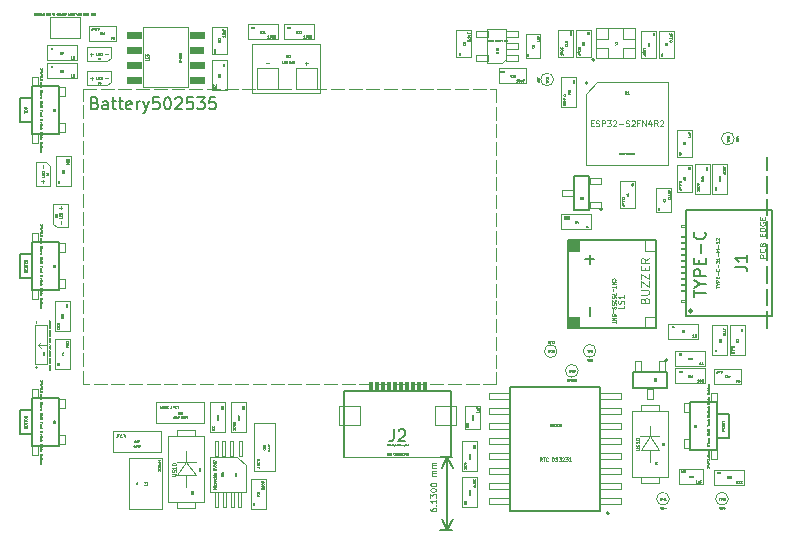
<source format=gbr>
%TF.GenerationSoftware,KiCad,Pcbnew,7.0.9*%
%TF.CreationDate,2024-10-08T00:30:49+03:00*%
%TF.ProjectId,DRM_Watch_V3,44524d5f-5761-4746-9368-5f56332e6b69,rev?*%
%TF.SameCoordinates,Original*%
%TF.FileFunction,AssemblyDrawing,Top*%
%FSLAX46Y46*%
G04 Gerber Fmt 4.6, Leading zero omitted, Abs format (unit mm)*
G04 Created by KiCad (PCBNEW 7.0.9) date 2024-10-08 00:30:49*
%MOMM*%
%LPD*%
G01*
G04 APERTURE LIST*
%ADD10C,0.050000*%
%ADD11C,0.200000*%
%ADD12C,0.025000*%
%ADD13C,0.037500*%
%ADD14C,0.075000*%
%ADD15C,0.150000*%
%ADD16C,0.030000*%
%ADD17C,0.100000*%
%ADD18C,0.125000*%
%ADD19C,0.127000*%
%ADD20C,0.010000*%
%ADD21C,0.177000*%
G04 APERTURE END LIST*
D10*
X100298808Y-85833331D02*
X100298808Y-85928569D01*
X100298808Y-85928569D02*
X100322618Y-85976188D01*
X100322618Y-85976188D02*
X100346427Y-85999998D01*
X100346427Y-85999998D02*
X100417856Y-86047617D01*
X100417856Y-86047617D02*
X100513094Y-86071426D01*
X100513094Y-86071426D02*
X100703570Y-86071426D01*
X100703570Y-86071426D02*
X100751189Y-86047617D01*
X100751189Y-86047617D02*
X100774999Y-86023807D01*
X100774999Y-86023807D02*
X100798808Y-85976188D01*
X100798808Y-85976188D02*
X100798808Y-85880950D01*
X100798808Y-85880950D02*
X100774999Y-85833331D01*
X100774999Y-85833331D02*
X100751189Y-85809522D01*
X100751189Y-85809522D02*
X100703570Y-85785712D01*
X100703570Y-85785712D02*
X100584522Y-85785712D01*
X100584522Y-85785712D02*
X100536903Y-85809522D01*
X100536903Y-85809522D02*
X100513094Y-85833331D01*
X100513094Y-85833331D02*
X100489284Y-85880950D01*
X100489284Y-85880950D02*
X100489284Y-85976188D01*
X100489284Y-85976188D02*
X100513094Y-86023807D01*
X100513094Y-86023807D02*
X100536903Y-86047617D01*
X100536903Y-86047617D02*
X100584522Y-86071426D01*
X100751189Y-85571427D02*
X100774999Y-85547617D01*
X100774999Y-85547617D02*
X100798808Y-85571427D01*
X100798808Y-85571427D02*
X100774999Y-85595236D01*
X100774999Y-85595236D02*
X100751189Y-85571427D01*
X100751189Y-85571427D02*
X100798808Y-85571427D01*
X100798808Y-85071427D02*
X100798808Y-85357141D01*
X100798808Y-85214284D02*
X100298808Y-85214284D01*
X100298808Y-85214284D02*
X100370237Y-85261903D01*
X100370237Y-85261903D02*
X100417856Y-85309522D01*
X100417856Y-85309522D02*
X100441665Y-85357141D01*
X100298808Y-84904761D02*
X100298808Y-84595237D01*
X100298808Y-84595237D02*
X100489284Y-84761904D01*
X100489284Y-84761904D02*
X100489284Y-84690475D01*
X100489284Y-84690475D02*
X100513094Y-84642856D01*
X100513094Y-84642856D02*
X100536903Y-84619047D01*
X100536903Y-84619047D02*
X100584522Y-84595237D01*
X100584522Y-84595237D02*
X100703570Y-84595237D01*
X100703570Y-84595237D02*
X100751189Y-84619047D01*
X100751189Y-84619047D02*
X100774999Y-84642856D01*
X100774999Y-84642856D02*
X100798808Y-84690475D01*
X100798808Y-84690475D02*
X100798808Y-84833332D01*
X100798808Y-84833332D02*
X100774999Y-84880951D01*
X100774999Y-84880951D02*
X100751189Y-84904761D01*
X100298808Y-84285714D02*
X100298808Y-84238095D01*
X100298808Y-84238095D02*
X100322618Y-84190476D01*
X100322618Y-84190476D02*
X100346427Y-84166666D01*
X100346427Y-84166666D02*
X100394046Y-84142857D01*
X100394046Y-84142857D02*
X100489284Y-84119047D01*
X100489284Y-84119047D02*
X100608332Y-84119047D01*
X100608332Y-84119047D02*
X100703570Y-84142857D01*
X100703570Y-84142857D02*
X100751189Y-84166666D01*
X100751189Y-84166666D02*
X100774999Y-84190476D01*
X100774999Y-84190476D02*
X100798808Y-84238095D01*
X100798808Y-84238095D02*
X100798808Y-84285714D01*
X100798808Y-84285714D02*
X100774999Y-84333333D01*
X100774999Y-84333333D02*
X100751189Y-84357142D01*
X100751189Y-84357142D02*
X100703570Y-84380952D01*
X100703570Y-84380952D02*
X100608332Y-84404761D01*
X100608332Y-84404761D02*
X100489284Y-84404761D01*
X100489284Y-84404761D02*
X100394046Y-84380952D01*
X100394046Y-84380952D02*
X100346427Y-84357142D01*
X100346427Y-84357142D02*
X100322618Y-84333333D01*
X100322618Y-84333333D02*
X100298808Y-84285714D01*
X100298808Y-83809524D02*
X100298808Y-83761905D01*
X100298808Y-83761905D02*
X100322618Y-83714286D01*
X100322618Y-83714286D02*
X100346427Y-83690476D01*
X100346427Y-83690476D02*
X100394046Y-83666667D01*
X100394046Y-83666667D02*
X100489284Y-83642857D01*
X100489284Y-83642857D02*
X100608332Y-83642857D01*
X100608332Y-83642857D02*
X100703570Y-83666667D01*
X100703570Y-83666667D02*
X100751189Y-83690476D01*
X100751189Y-83690476D02*
X100774999Y-83714286D01*
X100774999Y-83714286D02*
X100798808Y-83761905D01*
X100798808Y-83761905D02*
X100798808Y-83809524D01*
X100798808Y-83809524D02*
X100774999Y-83857143D01*
X100774999Y-83857143D02*
X100751189Y-83880952D01*
X100751189Y-83880952D02*
X100703570Y-83904762D01*
X100703570Y-83904762D02*
X100608332Y-83928571D01*
X100608332Y-83928571D02*
X100489284Y-83928571D01*
X100489284Y-83928571D02*
X100394046Y-83904762D01*
X100394046Y-83904762D02*
X100346427Y-83880952D01*
X100346427Y-83880952D02*
X100322618Y-83857143D01*
X100322618Y-83857143D02*
X100298808Y-83809524D01*
X100798808Y-83047620D02*
X100465475Y-83047620D01*
X100513094Y-83047620D02*
X100489284Y-83023810D01*
X100489284Y-83023810D02*
X100465475Y-82976191D01*
X100465475Y-82976191D02*
X100465475Y-82904763D01*
X100465475Y-82904763D02*
X100489284Y-82857144D01*
X100489284Y-82857144D02*
X100536903Y-82833334D01*
X100536903Y-82833334D02*
X100798808Y-82833334D01*
X100536903Y-82833334D02*
X100489284Y-82809525D01*
X100489284Y-82809525D02*
X100465475Y-82761906D01*
X100465475Y-82761906D02*
X100465475Y-82690477D01*
X100465475Y-82690477D02*
X100489284Y-82642858D01*
X100489284Y-82642858D02*
X100536903Y-82619048D01*
X100536903Y-82619048D02*
X100798808Y-82619048D01*
X100798808Y-82380953D02*
X100465475Y-82380953D01*
X100513094Y-82380953D02*
X100489284Y-82357143D01*
X100489284Y-82357143D02*
X100465475Y-82309524D01*
X100465475Y-82309524D02*
X100465475Y-82238096D01*
X100465475Y-82238096D02*
X100489284Y-82190477D01*
X100489284Y-82190477D02*
X100536903Y-82166667D01*
X100536903Y-82166667D02*
X100798808Y-82166667D01*
X100536903Y-82166667D02*
X100489284Y-82142858D01*
X100489284Y-82142858D02*
X100465475Y-82095239D01*
X100465475Y-82095239D02*
X100465475Y-82023810D01*
X100465475Y-82023810D02*
X100489284Y-81976191D01*
X100489284Y-81976191D02*
X100536903Y-81952381D01*
X100536903Y-81952381D02*
X100798808Y-81952381D01*
D11*
X102162000Y-81500000D02*
X101153019Y-81500000D01*
X102162000Y-87630000D02*
X101153019Y-87630000D01*
X101739439Y-81500000D02*
X101739439Y-87630000D01*
X101739439Y-81500000D02*
X101739439Y-87630000D01*
X101739439Y-81500000D02*
X102201188Y-82387011D01*
X101739439Y-81500000D02*
X101277690Y-82387011D01*
X101739439Y-87630000D02*
X101277690Y-86742989D01*
X101739439Y-87630000D02*
X102201188Y-86742989D01*
D12*
X124472263Y-72469993D02*
X124424644Y-72503326D01*
X124472263Y-72527136D02*
X124372263Y-72527136D01*
X124372263Y-72527136D02*
X124372263Y-72489041D01*
X124372263Y-72489041D02*
X124377025Y-72479517D01*
X124377025Y-72479517D02*
X124381787Y-72474755D01*
X124381787Y-72474755D02*
X124391311Y-72469993D01*
X124391311Y-72469993D02*
X124405597Y-72469993D01*
X124405597Y-72469993D02*
X124415121Y-72474755D01*
X124415121Y-72474755D02*
X124419882Y-72479517D01*
X124419882Y-72479517D02*
X124424644Y-72489041D01*
X124424644Y-72489041D02*
X124424644Y-72527136D01*
X124372263Y-72436660D02*
X124372263Y-72374755D01*
X124372263Y-72374755D02*
X124410359Y-72408088D01*
X124410359Y-72408088D02*
X124410359Y-72393803D01*
X124410359Y-72393803D02*
X124415121Y-72384279D01*
X124415121Y-72384279D02*
X124419882Y-72379517D01*
X124419882Y-72379517D02*
X124429406Y-72374755D01*
X124429406Y-72374755D02*
X124453216Y-72374755D01*
X124453216Y-72374755D02*
X124462740Y-72379517D01*
X124462740Y-72379517D02*
X124467502Y-72384279D01*
X124467502Y-72384279D02*
X124472263Y-72393803D01*
X124472263Y-72393803D02*
X124472263Y-72422374D01*
X124472263Y-72422374D02*
X124467502Y-72431898D01*
X124467502Y-72431898D02*
X124462740Y-72436660D01*
X125090525Y-70996506D02*
X125090525Y-71091744D01*
X125090525Y-71091744D02*
X125185763Y-71101268D01*
X125185763Y-71101268D02*
X125176240Y-71091744D01*
X125176240Y-71091744D02*
X125166716Y-71072697D01*
X125166716Y-71072697D02*
X125166716Y-71025078D01*
X125166716Y-71025078D02*
X125176240Y-71006030D01*
X125176240Y-71006030D02*
X125185763Y-70996506D01*
X125185763Y-70996506D02*
X125204811Y-70986983D01*
X125204811Y-70986983D02*
X125252430Y-70986983D01*
X125252430Y-70986983D02*
X125271478Y-70996506D01*
X125271478Y-70996506D02*
X125281002Y-71006030D01*
X125281002Y-71006030D02*
X125290525Y-71025078D01*
X125290525Y-71025078D02*
X125290525Y-71072697D01*
X125290525Y-71072697D02*
X125281002Y-71091744D01*
X125281002Y-71091744D02*
X125271478Y-71101268D01*
X125271478Y-70901268D02*
X125281002Y-70891745D01*
X125281002Y-70891745D02*
X125290525Y-70901268D01*
X125290525Y-70901268D02*
X125281002Y-70910792D01*
X125281002Y-70910792D02*
X125271478Y-70901268D01*
X125271478Y-70901268D02*
X125290525Y-70901268D01*
X125290525Y-70701269D02*
X125290525Y-70815554D01*
X125290525Y-70758411D02*
X125090525Y-70758411D01*
X125090525Y-70758411D02*
X125119097Y-70777459D01*
X125119097Y-70777459D02*
X125138144Y-70796507D01*
X125138144Y-70796507D02*
X125147668Y-70815554D01*
X125290525Y-70615554D02*
X125090525Y-70615554D01*
X125290525Y-70501269D02*
X125176240Y-70586983D01*
X125090525Y-70501269D02*
X125204811Y-70615554D01*
D13*
X124875744Y-71614726D02*
X124804316Y-71664726D01*
X124875744Y-71700440D02*
X124725744Y-71700440D01*
X124725744Y-71700440D02*
X124725744Y-71643297D01*
X124725744Y-71643297D02*
X124732887Y-71629012D01*
X124732887Y-71629012D02*
X124740030Y-71621869D01*
X124740030Y-71621869D02*
X124754316Y-71614726D01*
X124754316Y-71614726D02*
X124775744Y-71614726D01*
X124775744Y-71614726D02*
X124790030Y-71621869D01*
X124790030Y-71621869D02*
X124797173Y-71629012D01*
X124797173Y-71629012D02*
X124804316Y-71643297D01*
X124804316Y-71643297D02*
X124804316Y-71700440D01*
X124725744Y-71564726D02*
X124725744Y-71471869D01*
X124725744Y-71471869D02*
X124782887Y-71521869D01*
X124782887Y-71521869D02*
X124782887Y-71500440D01*
X124782887Y-71500440D02*
X124790030Y-71486155D01*
X124790030Y-71486155D02*
X124797173Y-71479012D01*
X124797173Y-71479012D02*
X124811459Y-71471869D01*
X124811459Y-71471869D02*
X124847173Y-71471869D01*
X124847173Y-71471869D02*
X124861459Y-71479012D01*
X124861459Y-71479012D02*
X124868602Y-71486155D01*
X124868602Y-71486155D02*
X124875744Y-71500440D01*
X124875744Y-71500440D02*
X124875744Y-71543297D01*
X124875744Y-71543297D02*
X124868602Y-71557583D01*
X124868602Y-71557583D02*
X124861459Y-71564726D01*
X67631442Y-72832713D02*
X67481442Y-72832713D01*
X67481442Y-72832713D02*
X67481442Y-72796999D01*
X67481442Y-72796999D02*
X67488585Y-72775570D01*
X67488585Y-72775570D02*
X67502871Y-72761285D01*
X67502871Y-72761285D02*
X67517157Y-72754142D01*
X67517157Y-72754142D02*
X67545728Y-72746999D01*
X67545728Y-72746999D02*
X67567157Y-72746999D01*
X67567157Y-72746999D02*
X67595728Y-72754142D01*
X67595728Y-72754142D02*
X67610014Y-72761285D01*
X67610014Y-72761285D02*
X67624300Y-72775570D01*
X67624300Y-72775570D02*
X67631442Y-72796999D01*
X67631442Y-72796999D02*
X67631442Y-72832713D01*
X67495728Y-72689856D02*
X67488585Y-72682713D01*
X67488585Y-72682713D02*
X67481442Y-72668428D01*
X67481442Y-72668428D02*
X67481442Y-72632713D01*
X67481442Y-72632713D02*
X67488585Y-72618428D01*
X67488585Y-72618428D02*
X67495728Y-72611285D01*
X67495728Y-72611285D02*
X67510014Y-72604142D01*
X67510014Y-72604142D02*
X67524300Y-72604142D01*
X67524300Y-72604142D02*
X67545728Y-72611285D01*
X67545728Y-72611285D02*
X67631442Y-72696999D01*
X67631442Y-72696999D02*
X67631442Y-72604142D01*
X67989442Y-74027857D02*
X67989442Y-74013571D01*
X67989442Y-74013571D02*
X67996585Y-73999285D01*
X67996585Y-73999285D02*
X68003728Y-73992143D01*
X68003728Y-73992143D02*
X68018014Y-73985000D01*
X68018014Y-73985000D02*
X68046585Y-73977857D01*
X68046585Y-73977857D02*
X68082300Y-73977857D01*
X68082300Y-73977857D02*
X68110871Y-73985000D01*
X68110871Y-73985000D02*
X68125157Y-73992143D01*
X68125157Y-73992143D02*
X68132300Y-73999285D01*
X68132300Y-73999285D02*
X68139442Y-74013571D01*
X68139442Y-74013571D02*
X68139442Y-74027857D01*
X68139442Y-74027857D02*
X68132300Y-74042143D01*
X68132300Y-74042143D02*
X68125157Y-74049285D01*
X68125157Y-74049285D02*
X68110871Y-74056428D01*
X68110871Y-74056428D02*
X68082300Y-74063571D01*
X68082300Y-74063571D02*
X68046585Y-74063571D01*
X68046585Y-74063571D02*
X68018014Y-74056428D01*
X68018014Y-74056428D02*
X68003728Y-74049285D01*
X68003728Y-74049285D02*
X67996585Y-74042143D01*
X67996585Y-74042143D02*
X67989442Y-74027857D01*
X68003728Y-73920714D02*
X67996585Y-73913571D01*
X67996585Y-73913571D02*
X67989442Y-73899286D01*
X67989442Y-73899286D02*
X67989442Y-73863571D01*
X67989442Y-73863571D02*
X67996585Y-73849286D01*
X67996585Y-73849286D02*
X68003728Y-73842143D01*
X68003728Y-73842143D02*
X68018014Y-73835000D01*
X68018014Y-73835000D02*
X68032300Y-73835000D01*
X68032300Y-73835000D02*
X68053728Y-73842143D01*
X68053728Y-73842143D02*
X68139442Y-73927857D01*
X68139442Y-73927857D02*
X68139442Y-73835000D01*
X67989442Y-73742143D02*
X67989442Y-73727857D01*
X67989442Y-73727857D02*
X67996585Y-73713571D01*
X67996585Y-73713571D02*
X68003728Y-73706429D01*
X68003728Y-73706429D02*
X68018014Y-73699286D01*
X68018014Y-73699286D02*
X68046585Y-73692143D01*
X68046585Y-73692143D02*
X68082300Y-73692143D01*
X68082300Y-73692143D02*
X68110871Y-73699286D01*
X68110871Y-73699286D02*
X68125157Y-73706429D01*
X68125157Y-73706429D02*
X68132300Y-73713571D01*
X68132300Y-73713571D02*
X68139442Y-73727857D01*
X68139442Y-73727857D02*
X68139442Y-73742143D01*
X68139442Y-73742143D02*
X68132300Y-73756429D01*
X68132300Y-73756429D02*
X68125157Y-73763571D01*
X68125157Y-73763571D02*
X68110871Y-73770714D01*
X68110871Y-73770714D02*
X68082300Y-73777857D01*
X68082300Y-73777857D02*
X68046585Y-73777857D01*
X68046585Y-73777857D02*
X68018014Y-73770714D01*
X68018014Y-73770714D02*
X68003728Y-73763571D01*
X68003728Y-73763571D02*
X67996585Y-73756429D01*
X67996585Y-73756429D02*
X67989442Y-73742143D01*
X68132300Y-73520714D02*
X68139442Y-73499286D01*
X68139442Y-73499286D02*
X68139442Y-73463571D01*
X68139442Y-73463571D02*
X68132300Y-73449286D01*
X68132300Y-73449286D02*
X68125157Y-73442143D01*
X68125157Y-73442143D02*
X68110871Y-73435000D01*
X68110871Y-73435000D02*
X68096585Y-73435000D01*
X68096585Y-73435000D02*
X68082300Y-73442143D01*
X68082300Y-73442143D02*
X68075157Y-73449286D01*
X68075157Y-73449286D02*
X68068014Y-73463571D01*
X68068014Y-73463571D02*
X68060871Y-73492143D01*
X68060871Y-73492143D02*
X68053728Y-73506428D01*
X68053728Y-73506428D02*
X68046585Y-73513571D01*
X68046585Y-73513571D02*
X68032300Y-73520714D01*
X68032300Y-73520714D02*
X68018014Y-73520714D01*
X68018014Y-73520714D02*
X68003728Y-73513571D01*
X68003728Y-73513571D02*
X67996585Y-73506428D01*
X67996585Y-73506428D02*
X67989442Y-73492143D01*
X67989442Y-73492143D02*
X67989442Y-73456428D01*
X67989442Y-73456428D02*
X67996585Y-73435000D01*
X68139442Y-73370714D02*
X67989442Y-73370714D01*
X67989442Y-73370714D02*
X68096585Y-73320714D01*
X68096585Y-73320714D02*
X67989442Y-73270714D01*
X67989442Y-73270714D02*
X68139442Y-73270714D01*
X68139442Y-73199285D02*
X67989442Y-73199285D01*
X67989442Y-73199285D02*
X67989442Y-73163571D01*
X67989442Y-73163571D02*
X67996585Y-73142142D01*
X67996585Y-73142142D02*
X68010871Y-73127857D01*
X68010871Y-73127857D02*
X68025157Y-73120714D01*
X68025157Y-73120714D02*
X68053728Y-73113571D01*
X68053728Y-73113571D02*
X68075157Y-73113571D01*
X68075157Y-73113571D02*
X68103728Y-73120714D01*
X68103728Y-73120714D02*
X68118014Y-73127857D01*
X68118014Y-73127857D02*
X68132300Y-73142142D01*
X68132300Y-73142142D02*
X68139442Y-73163571D01*
X68139442Y-73163571D02*
X68139442Y-73199285D01*
X68132300Y-72942142D02*
X68139442Y-72920714D01*
X68139442Y-72920714D02*
X68139442Y-72884999D01*
X68139442Y-72884999D02*
X68132300Y-72870714D01*
X68132300Y-72870714D02*
X68125157Y-72863571D01*
X68125157Y-72863571D02*
X68110871Y-72856428D01*
X68110871Y-72856428D02*
X68096585Y-72856428D01*
X68096585Y-72856428D02*
X68082300Y-72863571D01*
X68082300Y-72863571D02*
X68075157Y-72870714D01*
X68075157Y-72870714D02*
X68068014Y-72884999D01*
X68068014Y-72884999D02*
X68060871Y-72913571D01*
X68060871Y-72913571D02*
X68053728Y-72927856D01*
X68053728Y-72927856D02*
X68046585Y-72934999D01*
X68046585Y-72934999D02*
X68032300Y-72942142D01*
X68032300Y-72942142D02*
X68018014Y-72942142D01*
X68018014Y-72942142D02*
X68003728Y-72934999D01*
X68003728Y-72934999D02*
X67996585Y-72927856D01*
X67996585Y-72927856D02*
X67989442Y-72913571D01*
X67989442Y-72913571D02*
X67989442Y-72877856D01*
X67989442Y-72877856D02*
X67996585Y-72856428D01*
X68139442Y-72792142D02*
X68039442Y-72792142D01*
X67989442Y-72792142D02*
X67996585Y-72799285D01*
X67996585Y-72799285D02*
X68003728Y-72792142D01*
X68003728Y-72792142D02*
X67996585Y-72784999D01*
X67996585Y-72784999D02*
X67989442Y-72792142D01*
X67989442Y-72792142D02*
X68003728Y-72792142D01*
X68139442Y-72656428D02*
X67989442Y-72656428D01*
X68132300Y-72656428D02*
X68139442Y-72670713D01*
X68139442Y-72670713D02*
X68139442Y-72699285D01*
X68139442Y-72699285D02*
X68132300Y-72713570D01*
X68132300Y-72713570D02*
X68125157Y-72720713D01*
X68125157Y-72720713D02*
X68110871Y-72727856D01*
X68110871Y-72727856D02*
X68068014Y-72727856D01*
X68068014Y-72727856D02*
X68053728Y-72720713D01*
X68053728Y-72720713D02*
X68046585Y-72713570D01*
X68046585Y-72713570D02*
X68039442Y-72699285D01*
X68039442Y-72699285D02*
X68039442Y-72670713D01*
X68039442Y-72670713D02*
X68046585Y-72656428D01*
X68132300Y-72527856D02*
X68139442Y-72542142D01*
X68139442Y-72542142D02*
X68139442Y-72570714D01*
X68139442Y-72570714D02*
X68132300Y-72584999D01*
X68132300Y-72584999D02*
X68118014Y-72592142D01*
X68118014Y-72592142D02*
X68060871Y-72592142D01*
X68060871Y-72592142D02*
X68046585Y-72584999D01*
X68046585Y-72584999D02*
X68039442Y-72570714D01*
X68039442Y-72570714D02*
X68039442Y-72542142D01*
X68039442Y-72542142D02*
X68046585Y-72527856D01*
X68046585Y-72527856D02*
X68060871Y-72520714D01*
X68060871Y-72520714D02*
X68075157Y-72520714D01*
X68075157Y-72520714D02*
X68089442Y-72592142D01*
X67989442Y-72363571D02*
X68139442Y-72313571D01*
X68139442Y-72313571D02*
X67989442Y-72263571D01*
X68139442Y-72213571D02*
X68039442Y-72213571D01*
X67989442Y-72213571D02*
X67996585Y-72220714D01*
X67996585Y-72220714D02*
X68003728Y-72213571D01*
X68003728Y-72213571D02*
X67996585Y-72206428D01*
X67996585Y-72206428D02*
X67989442Y-72213571D01*
X67989442Y-72213571D02*
X68003728Y-72213571D01*
X68132300Y-72084999D02*
X68139442Y-72099285D01*
X68139442Y-72099285D02*
X68139442Y-72127857D01*
X68139442Y-72127857D02*
X68132300Y-72142142D01*
X68132300Y-72142142D02*
X68118014Y-72149285D01*
X68118014Y-72149285D02*
X68060871Y-72149285D01*
X68060871Y-72149285D02*
X68046585Y-72142142D01*
X68046585Y-72142142D02*
X68039442Y-72127857D01*
X68039442Y-72127857D02*
X68039442Y-72099285D01*
X68039442Y-72099285D02*
X68046585Y-72084999D01*
X68046585Y-72084999D02*
X68060871Y-72077857D01*
X68060871Y-72077857D02*
X68075157Y-72077857D01*
X68075157Y-72077857D02*
X68089442Y-72149285D01*
X68039442Y-72027857D02*
X68139442Y-71999286D01*
X68139442Y-71999286D02*
X68068014Y-71970714D01*
X68068014Y-71970714D02*
X68139442Y-71942143D01*
X68139442Y-71942143D02*
X68039442Y-71913571D01*
X68139442Y-71670714D02*
X68139442Y-71742142D01*
X68139442Y-71742142D02*
X67989442Y-71742142D01*
X68060871Y-71620713D02*
X68060871Y-71570713D01*
X68139442Y-71549285D02*
X68139442Y-71620713D01*
X68139442Y-71620713D02*
X67989442Y-71620713D01*
X67989442Y-71620713D02*
X67989442Y-71549285D01*
X68139442Y-71484999D02*
X67989442Y-71484999D01*
X67989442Y-71484999D02*
X67989442Y-71449285D01*
X67989442Y-71449285D02*
X67996585Y-71427856D01*
X67996585Y-71427856D02*
X68010871Y-71413571D01*
X68010871Y-71413571D02*
X68025157Y-71406428D01*
X68025157Y-71406428D02*
X68053728Y-71399285D01*
X68053728Y-71399285D02*
X68075157Y-71399285D01*
X68075157Y-71399285D02*
X68103728Y-71406428D01*
X68103728Y-71406428D02*
X68118014Y-71413571D01*
X68118014Y-71413571D02*
X68132300Y-71427856D01*
X68132300Y-71427856D02*
X68139442Y-71449285D01*
X68139442Y-71449285D02*
X68139442Y-71484999D01*
X67989442Y-71234999D02*
X68139442Y-71199285D01*
X68139442Y-71199285D02*
X68032300Y-71170713D01*
X68032300Y-71170713D02*
X68139442Y-71142142D01*
X68139442Y-71142142D02*
X67989442Y-71106428D01*
X68139442Y-71049284D02*
X67989442Y-71049284D01*
X68139442Y-70984999D02*
X68060871Y-70984999D01*
X68060871Y-70984999D02*
X68046585Y-70992141D01*
X68046585Y-70992141D02*
X68039442Y-71006427D01*
X68039442Y-71006427D02*
X68039442Y-71027856D01*
X68039442Y-71027856D02*
X68046585Y-71042141D01*
X68046585Y-71042141D02*
X68053728Y-71049284D01*
X68139442Y-70913570D02*
X68039442Y-70913570D01*
X67989442Y-70913570D02*
X67996585Y-70920713D01*
X67996585Y-70920713D02*
X68003728Y-70913570D01*
X68003728Y-70913570D02*
X67996585Y-70906427D01*
X67996585Y-70906427D02*
X67989442Y-70913570D01*
X67989442Y-70913570D02*
X68003728Y-70913570D01*
X68039442Y-70863570D02*
X68039442Y-70806427D01*
X67989442Y-70842141D02*
X68118014Y-70842141D01*
X68118014Y-70842141D02*
X68132300Y-70834998D01*
X68132300Y-70834998D02*
X68139442Y-70820713D01*
X68139442Y-70820713D02*
X68139442Y-70806427D01*
X68132300Y-70699284D02*
X68139442Y-70713570D01*
X68139442Y-70713570D02*
X68139442Y-70742142D01*
X68139442Y-70742142D02*
X68132300Y-70756427D01*
X68132300Y-70756427D02*
X68118014Y-70763570D01*
X68118014Y-70763570D02*
X68060871Y-70763570D01*
X68060871Y-70763570D02*
X68046585Y-70756427D01*
X68046585Y-70756427D02*
X68039442Y-70742142D01*
X68039442Y-70742142D02*
X68039442Y-70713570D01*
X68039442Y-70713570D02*
X68046585Y-70699284D01*
X68046585Y-70699284D02*
X68060871Y-70692142D01*
X68060871Y-70692142D02*
X68075157Y-70692142D01*
X68075157Y-70692142D02*
X68089442Y-70763570D01*
X67989442Y-70449285D02*
X67989442Y-70477856D01*
X67989442Y-70477856D02*
X67996585Y-70492142D01*
X67996585Y-70492142D02*
X68003728Y-70499285D01*
X68003728Y-70499285D02*
X68025157Y-70513570D01*
X68025157Y-70513570D02*
X68053728Y-70520713D01*
X68053728Y-70520713D02*
X68110871Y-70520713D01*
X68110871Y-70520713D02*
X68125157Y-70513570D01*
X68125157Y-70513570D02*
X68132300Y-70506427D01*
X68132300Y-70506427D02*
X68139442Y-70492142D01*
X68139442Y-70492142D02*
X68139442Y-70463570D01*
X68139442Y-70463570D02*
X68132300Y-70449285D01*
X68132300Y-70449285D02*
X68125157Y-70442142D01*
X68125157Y-70442142D02*
X68110871Y-70434999D01*
X68110871Y-70434999D02*
X68075157Y-70434999D01*
X68075157Y-70434999D02*
X68060871Y-70442142D01*
X68060871Y-70442142D02*
X68053728Y-70449285D01*
X68053728Y-70449285D02*
X68046585Y-70463570D01*
X68046585Y-70463570D02*
X68046585Y-70492142D01*
X68046585Y-70492142D02*
X68053728Y-70506427D01*
X68053728Y-70506427D02*
X68060871Y-70513570D01*
X68060871Y-70513570D02*
X68075157Y-70520713D01*
X67989442Y-70342142D02*
X67989442Y-70327856D01*
X67989442Y-70327856D02*
X67996585Y-70313570D01*
X67996585Y-70313570D02*
X68003728Y-70306428D01*
X68003728Y-70306428D02*
X68018014Y-70299285D01*
X68018014Y-70299285D02*
X68046585Y-70292142D01*
X68046585Y-70292142D02*
X68082300Y-70292142D01*
X68082300Y-70292142D02*
X68110871Y-70299285D01*
X68110871Y-70299285D02*
X68125157Y-70306428D01*
X68125157Y-70306428D02*
X68132300Y-70313570D01*
X68132300Y-70313570D02*
X68139442Y-70327856D01*
X68139442Y-70327856D02*
X68139442Y-70342142D01*
X68139442Y-70342142D02*
X68132300Y-70356428D01*
X68132300Y-70356428D02*
X68125157Y-70363570D01*
X68125157Y-70363570D02*
X68110871Y-70370713D01*
X68110871Y-70370713D02*
X68082300Y-70377856D01*
X68082300Y-70377856D02*
X68046585Y-70377856D01*
X68046585Y-70377856D02*
X68018014Y-70370713D01*
X68018014Y-70370713D02*
X68003728Y-70363570D01*
X68003728Y-70363570D02*
X67996585Y-70356428D01*
X67996585Y-70356428D02*
X67989442Y-70342142D01*
X67989442Y-70199285D02*
X67989442Y-70184999D01*
X67989442Y-70184999D02*
X67996585Y-70170713D01*
X67996585Y-70170713D02*
X68003728Y-70163571D01*
X68003728Y-70163571D02*
X68018014Y-70156428D01*
X68018014Y-70156428D02*
X68046585Y-70149285D01*
X68046585Y-70149285D02*
X68082300Y-70149285D01*
X68082300Y-70149285D02*
X68110871Y-70156428D01*
X68110871Y-70156428D02*
X68125157Y-70163571D01*
X68125157Y-70163571D02*
X68132300Y-70170713D01*
X68132300Y-70170713D02*
X68139442Y-70184999D01*
X68139442Y-70184999D02*
X68139442Y-70199285D01*
X68139442Y-70199285D02*
X68132300Y-70213571D01*
X68132300Y-70213571D02*
X68125157Y-70220713D01*
X68125157Y-70220713D02*
X68110871Y-70227856D01*
X68110871Y-70227856D02*
X68082300Y-70234999D01*
X68082300Y-70234999D02*
X68046585Y-70234999D01*
X68046585Y-70234999D02*
X68018014Y-70227856D01*
X68018014Y-70227856D02*
X68003728Y-70220713D01*
X68003728Y-70220713D02*
X67996585Y-70213571D01*
X67996585Y-70213571D02*
X67989442Y-70199285D01*
X67989442Y-70056428D02*
X67989442Y-70042142D01*
X67989442Y-70042142D02*
X67996585Y-70027856D01*
X67996585Y-70027856D02*
X68003728Y-70020714D01*
X68003728Y-70020714D02*
X68018014Y-70013571D01*
X68018014Y-70013571D02*
X68046585Y-70006428D01*
X68046585Y-70006428D02*
X68082300Y-70006428D01*
X68082300Y-70006428D02*
X68110871Y-70013571D01*
X68110871Y-70013571D02*
X68125157Y-70020714D01*
X68125157Y-70020714D02*
X68132300Y-70027856D01*
X68132300Y-70027856D02*
X68139442Y-70042142D01*
X68139442Y-70042142D02*
X68139442Y-70056428D01*
X68139442Y-70056428D02*
X68132300Y-70070714D01*
X68132300Y-70070714D02*
X68125157Y-70077856D01*
X68125157Y-70077856D02*
X68110871Y-70084999D01*
X68110871Y-70084999D02*
X68082300Y-70092142D01*
X68082300Y-70092142D02*
X68046585Y-70092142D01*
X68046585Y-70092142D02*
X68018014Y-70084999D01*
X68018014Y-70084999D02*
X68003728Y-70077856D01*
X68003728Y-70077856D02*
X67996585Y-70070714D01*
X67996585Y-70070714D02*
X67989442Y-70056428D01*
X68139442Y-69942142D02*
X67989442Y-69942142D01*
X68139442Y-69856428D02*
X68053728Y-69920714D01*
X67989442Y-69856428D02*
X68075157Y-69942142D01*
X66928216Y-70097805D02*
X66928216Y-69907329D01*
X66928216Y-73907805D02*
X66928216Y-73717329D01*
X67023454Y-73812567D02*
X66832978Y-73812567D01*
X86531442Y-80891428D02*
X86531442Y-80877142D01*
X86531442Y-80877142D02*
X86538585Y-80862856D01*
X86538585Y-80862856D02*
X86545728Y-80855714D01*
X86545728Y-80855714D02*
X86560014Y-80848571D01*
X86560014Y-80848571D02*
X86588585Y-80841428D01*
X86588585Y-80841428D02*
X86624300Y-80841428D01*
X86624300Y-80841428D02*
X86652871Y-80848571D01*
X86652871Y-80848571D02*
X86667157Y-80855714D01*
X86667157Y-80855714D02*
X86674300Y-80862856D01*
X86674300Y-80862856D02*
X86681442Y-80877142D01*
X86681442Y-80877142D02*
X86681442Y-80891428D01*
X86681442Y-80891428D02*
X86674300Y-80905714D01*
X86674300Y-80905714D02*
X86667157Y-80912856D01*
X86667157Y-80912856D02*
X86652871Y-80919999D01*
X86652871Y-80919999D02*
X86624300Y-80927142D01*
X86624300Y-80927142D02*
X86588585Y-80927142D01*
X86588585Y-80927142D02*
X86560014Y-80919999D01*
X86560014Y-80919999D02*
X86545728Y-80912856D01*
X86545728Y-80912856D02*
X86538585Y-80905714D01*
X86538585Y-80905714D02*
X86531442Y-80891428D01*
X86667157Y-80777142D02*
X86674300Y-80769999D01*
X86674300Y-80769999D02*
X86681442Y-80777142D01*
X86681442Y-80777142D02*
X86674300Y-80784285D01*
X86674300Y-80784285D02*
X86667157Y-80777142D01*
X86667157Y-80777142D02*
X86681442Y-80777142D01*
X86681442Y-80627142D02*
X86681442Y-80712856D01*
X86681442Y-80669999D02*
X86531442Y-80669999D01*
X86531442Y-80669999D02*
X86552871Y-80684285D01*
X86552871Y-80684285D02*
X86567157Y-80698570D01*
X86567157Y-80698570D02*
X86574300Y-80712856D01*
X86581442Y-80498571D02*
X86681442Y-80498571D01*
X86581442Y-80562856D02*
X86660014Y-80562856D01*
X86660014Y-80562856D02*
X86674300Y-80555713D01*
X86674300Y-80555713D02*
X86681442Y-80541428D01*
X86681442Y-80541428D02*
X86681442Y-80519999D01*
X86681442Y-80519999D02*
X86674300Y-80505713D01*
X86674300Y-80505713D02*
X86667157Y-80498571D01*
X86602871Y-80377142D02*
X86602871Y-80427142D01*
X86681442Y-80427142D02*
X86531442Y-80427142D01*
X86531442Y-80427142D02*
X86531442Y-80355714D01*
X86286157Y-80741428D02*
X86293300Y-80748571D01*
X86293300Y-80748571D02*
X86300442Y-80769999D01*
X86300442Y-80769999D02*
X86300442Y-80784285D01*
X86300442Y-80784285D02*
X86293300Y-80805714D01*
X86293300Y-80805714D02*
X86279014Y-80819999D01*
X86279014Y-80819999D02*
X86264728Y-80827142D01*
X86264728Y-80827142D02*
X86236157Y-80834285D01*
X86236157Y-80834285D02*
X86214728Y-80834285D01*
X86214728Y-80834285D02*
X86186157Y-80827142D01*
X86186157Y-80827142D02*
X86171871Y-80819999D01*
X86171871Y-80819999D02*
X86157585Y-80805714D01*
X86157585Y-80805714D02*
X86150442Y-80784285D01*
X86150442Y-80784285D02*
X86150442Y-80769999D01*
X86150442Y-80769999D02*
X86157585Y-80748571D01*
X86157585Y-80748571D02*
X86164728Y-80741428D01*
X86300442Y-80598571D02*
X86300442Y-80684285D01*
X86300442Y-80641428D02*
X86150442Y-80641428D01*
X86150442Y-80641428D02*
X86171871Y-80655714D01*
X86171871Y-80655714D02*
X86186157Y-80669999D01*
X86186157Y-80669999D02*
X86193300Y-80684285D01*
X86214728Y-80512857D02*
X86207585Y-80527142D01*
X86207585Y-80527142D02*
X86200442Y-80534285D01*
X86200442Y-80534285D02*
X86186157Y-80541428D01*
X86186157Y-80541428D02*
X86179014Y-80541428D01*
X86179014Y-80541428D02*
X86164728Y-80534285D01*
X86164728Y-80534285D02*
X86157585Y-80527142D01*
X86157585Y-80527142D02*
X86150442Y-80512857D01*
X86150442Y-80512857D02*
X86150442Y-80484285D01*
X86150442Y-80484285D02*
X86157585Y-80470000D01*
X86157585Y-80470000D02*
X86164728Y-80462857D01*
X86164728Y-80462857D02*
X86179014Y-80455714D01*
X86179014Y-80455714D02*
X86186157Y-80455714D01*
X86186157Y-80455714D02*
X86200442Y-80462857D01*
X86200442Y-80462857D02*
X86207585Y-80470000D01*
X86207585Y-80470000D02*
X86214728Y-80484285D01*
X86214728Y-80484285D02*
X86214728Y-80512857D01*
X86214728Y-80512857D02*
X86221871Y-80527142D01*
X86221871Y-80527142D02*
X86229014Y-80534285D01*
X86229014Y-80534285D02*
X86243300Y-80541428D01*
X86243300Y-80541428D02*
X86271871Y-80541428D01*
X86271871Y-80541428D02*
X86286157Y-80534285D01*
X86286157Y-80534285D02*
X86293300Y-80527142D01*
X86293300Y-80527142D02*
X86300442Y-80512857D01*
X86300442Y-80512857D02*
X86300442Y-80484285D01*
X86300442Y-80484285D02*
X86293300Y-80470000D01*
X86293300Y-80470000D02*
X86286157Y-80462857D01*
X86286157Y-80462857D02*
X86271871Y-80455714D01*
X86271871Y-80455714D02*
X86243300Y-80455714D01*
X86243300Y-80455714D02*
X86229014Y-80462857D01*
X86229014Y-80462857D02*
X86221871Y-80470000D01*
X86221871Y-80470000D02*
X86214728Y-80484285D01*
X85824426Y-81655472D02*
X85824426Y-81674519D01*
X85824426Y-81674519D02*
X85814902Y-81693567D01*
X85814902Y-81693567D02*
X85805378Y-81703091D01*
X85805378Y-81703091D02*
X85786330Y-81712615D01*
X85786330Y-81712615D02*
X85748235Y-81722138D01*
X85748235Y-81722138D02*
X85700616Y-81722138D01*
X85700616Y-81722138D02*
X85662521Y-81712615D01*
X85662521Y-81712615D02*
X85643473Y-81703091D01*
X85643473Y-81703091D02*
X85633950Y-81693567D01*
X85633950Y-81693567D02*
X85624426Y-81674519D01*
X85624426Y-81674519D02*
X85624426Y-81655472D01*
X85624426Y-81655472D02*
X85633950Y-81636424D01*
X85633950Y-81636424D02*
X85643473Y-81626900D01*
X85643473Y-81626900D02*
X85662521Y-81617377D01*
X85662521Y-81617377D02*
X85700616Y-81607853D01*
X85700616Y-81607853D02*
X85748235Y-81607853D01*
X85748235Y-81607853D02*
X85786330Y-81617377D01*
X85786330Y-81617377D02*
X85805378Y-81626900D01*
X85805378Y-81626900D02*
X85814902Y-81636424D01*
X85814902Y-81636424D02*
X85824426Y-81655472D01*
X85643473Y-81807853D02*
X85633950Y-81817376D01*
X85633950Y-81817376D02*
X85624426Y-81807853D01*
X85624426Y-81807853D02*
X85633950Y-81798329D01*
X85633950Y-81798329D02*
X85643473Y-81807853D01*
X85643473Y-81807853D02*
X85624426Y-81807853D01*
X85624426Y-82007852D02*
X85624426Y-81893567D01*
X85624426Y-81950710D02*
X85824426Y-81950710D01*
X85824426Y-81950710D02*
X85795854Y-81931662D01*
X85795854Y-81931662D02*
X85776807Y-81912614D01*
X85776807Y-81912614D02*
X85767283Y-81893567D01*
X85757759Y-82179281D02*
X85624426Y-82179281D01*
X85757759Y-82093567D02*
X85652997Y-82093567D01*
X85652997Y-82093567D02*
X85633950Y-82103090D01*
X85633950Y-82103090D02*
X85624426Y-82122138D01*
X85624426Y-82122138D02*
X85624426Y-82150709D01*
X85624426Y-82150709D02*
X85633950Y-82169757D01*
X85633950Y-82169757D02*
X85643473Y-82179281D01*
X85729188Y-82341185D02*
X85729188Y-82274519D01*
X85624426Y-82274519D02*
X85824426Y-82274519D01*
X85824426Y-82274519D02*
X85824426Y-82369757D01*
D14*
X116691090Y-68643747D02*
X116691090Y-68881842D01*
X116691090Y-68881842D02*
X116191090Y-68881842D01*
X116667281Y-68500889D02*
X116691090Y-68429461D01*
X116691090Y-68429461D02*
X116691090Y-68310413D01*
X116691090Y-68310413D02*
X116667281Y-68262794D01*
X116667281Y-68262794D02*
X116643471Y-68238985D01*
X116643471Y-68238985D02*
X116595852Y-68215175D01*
X116595852Y-68215175D02*
X116548233Y-68215175D01*
X116548233Y-68215175D02*
X116500614Y-68238985D01*
X116500614Y-68238985D02*
X116476804Y-68262794D01*
X116476804Y-68262794D02*
X116452995Y-68310413D01*
X116452995Y-68310413D02*
X116429185Y-68405651D01*
X116429185Y-68405651D02*
X116405376Y-68453270D01*
X116405376Y-68453270D02*
X116381566Y-68477080D01*
X116381566Y-68477080D02*
X116333947Y-68500889D01*
X116333947Y-68500889D02*
X116286328Y-68500889D01*
X116286328Y-68500889D02*
X116238709Y-68477080D01*
X116238709Y-68477080D02*
X116214900Y-68453270D01*
X116214900Y-68453270D02*
X116191090Y-68405651D01*
X116191090Y-68405651D02*
X116191090Y-68286604D01*
X116191090Y-68286604D02*
X116214900Y-68215175D01*
X116691090Y-67738985D02*
X116691090Y-68024699D01*
X116691090Y-67881842D02*
X116191090Y-67881842D01*
X116191090Y-67881842D02*
X116262519Y-67929461D01*
X116262519Y-67929461D02*
X116310138Y-67977080D01*
X116310138Y-67977080D02*
X116333947Y-68024699D01*
X115722366Y-66520836D02*
X115708081Y-66506550D01*
X115708081Y-66506550D02*
X115693795Y-66463693D01*
X115693795Y-66463693D02*
X115693795Y-66435121D01*
X115693795Y-66435121D02*
X115708081Y-66392264D01*
X115708081Y-66392264D02*
X115736652Y-66363693D01*
X115736652Y-66363693D02*
X115765223Y-66349407D01*
X115765223Y-66349407D02*
X115822366Y-66335121D01*
X115822366Y-66335121D02*
X115865223Y-66335121D01*
X115865223Y-66335121D02*
X115922366Y-66349407D01*
X115922366Y-66349407D02*
X115950938Y-66363693D01*
X115950938Y-66363693D02*
X115979509Y-66392264D01*
X115979509Y-66392264D02*
X115993795Y-66435121D01*
X115993795Y-66435121D02*
X115993795Y-66463693D01*
X115993795Y-66463693D02*
X115979509Y-66506550D01*
X115979509Y-66506550D02*
X115965223Y-66520836D01*
X115693795Y-66649407D02*
X115993795Y-66649407D01*
X115993795Y-66649407D02*
X115779509Y-66749407D01*
X115779509Y-66749407D02*
X115993795Y-66849407D01*
X115993795Y-66849407D02*
X115693795Y-66849407D01*
X115993795Y-66949407D02*
X115993795Y-67120836D01*
X115693795Y-67035121D02*
X115993795Y-67035121D01*
X115808081Y-67220835D02*
X115808081Y-67449407D01*
X115993795Y-67563693D02*
X115993795Y-67763693D01*
X115993795Y-67763693D02*
X115693795Y-67635121D01*
X115993795Y-68020835D02*
X115993795Y-67877978D01*
X115993795Y-67877978D02*
X115850938Y-67863692D01*
X115850938Y-67863692D02*
X115865223Y-67877978D01*
X115865223Y-67877978D02*
X115879509Y-67906550D01*
X115879509Y-67906550D02*
X115879509Y-67977978D01*
X115879509Y-67977978D02*
X115865223Y-68006550D01*
X115865223Y-68006550D02*
X115850938Y-68020835D01*
X115850938Y-68020835D02*
X115822366Y-68035121D01*
X115822366Y-68035121D02*
X115750938Y-68035121D01*
X115750938Y-68035121D02*
X115722366Y-68020835D01*
X115722366Y-68020835D02*
X115708081Y-68006550D01*
X115708081Y-68006550D02*
X115693795Y-67977978D01*
X115693795Y-67977978D02*
X115693795Y-67906550D01*
X115693795Y-67906550D02*
X115708081Y-67877978D01*
X115708081Y-67877978D02*
X115722366Y-67863692D01*
X115965223Y-68149406D02*
X115979509Y-68163692D01*
X115979509Y-68163692D02*
X115993795Y-68192264D01*
X115993795Y-68192264D02*
X115993795Y-68263692D01*
X115993795Y-68263692D02*
X115979509Y-68292264D01*
X115979509Y-68292264D02*
X115965223Y-68306549D01*
X115965223Y-68306549D02*
X115936652Y-68320835D01*
X115936652Y-68320835D02*
X115908081Y-68320835D01*
X115908081Y-68320835D02*
X115865223Y-68306549D01*
X115865223Y-68306549D02*
X115693795Y-68135121D01*
X115693795Y-68135121D02*
X115693795Y-68320835D01*
X115993795Y-68592263D02*
X115993795Y-68449406D01*
X115993795Y-68449406D02*
X115850938Y-68435120D01*
X115850938Y-68435120D02*
X115865223Y-68449406D01*
X115865223Y-68449406D02*
X115879509Y-68477978D01*
X115879509Y-68477978D02*
X115879509Y-68549406D01*
X115879509Y-68549406D02*
X115865223Y-68577978D01*
X115865223Y-68577978D02*
X115850938Y-68592263D01*
X115850938Y-68592263D02*
X115822366Y-68606549D01*
X115822366Y-68606549D02*
X115750938Y-68606549D01*
X115750938Y-68606549D02*
X115722366Y-68592263D01*
X115722366Y-68592263D02*
X115708081Y-68577978D01*
X115708081Y-68577978D02*
X115693795Y-68549406D01*
X115693795Y-68549406D02*
X115693795Y-68477978D01*
X115693795Y-68477978D02*
X115708081Y-68449406D01*
X115708081Y-68449406D02*
X115722366Y-68435120D01*
X115708081Y-68720834D02*
X115693795Y-68763692D01*
X115693795Y-68763692D02*
X115693795Y-68835120D01*
X115693795Y-68835120D02*
X115708081Y-68863692D01*
X115708081Y-68863692D02*
X115722366Y-68877977D01*
X115722366Y-68877977D02*
X115750938Y-68892263D01*
X115750938Y-68892263D02*
X115779509Y-68892263D01*
X115779509Y-68892263D02*
X115808081Y-68877977D01*
X115808081Y-68877977D02*
X115822366Y-68863692D01*
X115822366Y-68863692D02*
X115836652Y-68835120D01*
X115836652Y-68835120D02*
X115850938Y-68777977D01*
X115850938Y-68777977D02*
X115865223Y-68749406D01*
X115865223Y-68749406D02*
X115879509Y-68735120D01*
X115879509Y-68735120D02*
X115908081Y-68720834D01*
X115908081Y-68720834D02*
X115936652Y-68720834D01*
X115936652Y-68720834D02*
X115965223Y-68735120D01*
X115965223Y-68735120D02*
X115979509Y-68749406D01*
X115979509Y-68749406D02*
X115993795Y-68777977D01*
X115993795Y-68777977D02*
X115993795Y-68849406D01*
X115993795Y-68849406D02*
X115979509Y-68892263D01*
X115808081Y-69020834D02*
X115808081Y-69249406D01*
X115708081Y-69377977D02*
X115693795Y-69420835D01*
X115693795Y-69420835D02*
X115693795Y-69492263D01*
X115693795Y-69492263D02*
X115708081Y-69520835D01*
X115708081Y-69520835D02*
X115722366Y-69535120D01*
X115722366Y-69535120D02*
X115750938Y-69549406D01*
X115750938Y-69549406D02*
X115779509Y-69549406D01*
X115779509Y-69549406D02*
X115808081Y-69535120D01*
X115808081Y-69535120D02*
X115822366Y-69520835D01*
X115822366Y-69520835D02*
X115836652Y-69492263D01*
X115836652Y-69492263D02*
X115850938Y-69435120D01*
X115850938Y-69435120D02*
X115865223Y-69406549D01*
X115865223Y-69406549D02*
X115879509Y-69392263D01*
X115879509Y-69392263D02*
X115908081Y-69377977D01*
X115908081Y-69377977D02*
X115936652Y-69377977D01*
X115936652Y-69377977D02*
X115965223Y-69392263D01*
X115965223Y-69392263D02*
X115979509Y-69406549D01*
X115979509Y-69406549D02*
X115993795Y-69435120D01*
X115993795Y-69435120D02*
X115993795Y-69506549D01*
X115993795Y-69506549D02*
X115979509Y-69549406D01*
X115693795Y-69677977D02*
X115993795Y-69677977D01*
X115993795Y-69677977D02*
X115779509Y-69777977D01*
X115779509Y-69777977D02*
X115993795Y-69877977D01*
X115993795Y-69877977D02*
X115693795Y-69877977D01*
X115993795Y-69977977D02*
X115993795Y-70149406D01*
X115693795Y-70063691D02*
X115993795Y-70063691D01*
D15*
X113799814Y-64341098D02*
X113799814Y-65103003D01*
X113418861Y-64722050D02*
X114180766Y-64722050D01*
X113799814Y-68786098D02*
X113799814Y-69548003D01*
D14*
X118448947Y-68194319D02*
X118482281Y-68094319D01*
X118482281Y-68094319D02*
X118515614Y-68060985D01*
X118515614Y-68060985D02*
X118582281Y-68027652D01*
X118582281Y-68027652D02*
X118682281Y-68027652D01*
X118682281Y-68027652D02*
X118748947Y-68060985D01*
X118748947Y-68060985D02*
X118782281Y-68094319D01*
X118782281Y-68094319D02*
X118815614Y-68160985D01*
X118815614Y-68160985D02*
X118815614Y-68427652D01*
X118815614Y-68427652D02*
X118115614Y-68427652D01*
X118115614Y-68427652D02*
X118115614Y-68194319D01*
X118115614Y-68194319D02*
X118148947Y-68127652D01*
X118148947Y-68127652D02*
X118182281Y-68094319D01*
X118182281Y-68094319D02*
X118248947Y-68060985D01*
X118248947Y-68060985D02*
X118315614Y-68060985D01*
X118315614Y-68060985D02*
X118382281Y-68094319D01*
X118382281Y-68094319D02*
X118415614Y-68127652D01*
X118415614Y-68127652D02*
X118448947Y-68194319D01*
X118448947Y-68194319D02*
X118448947Y-68427652D01*
X118115614Y-67727652D02*
X118682281Y-67727652D01*
X118682281Y-67727652D02*
X118748947Y-67694319D01*
X118748947Y-67694319D02*
X118782281Y-67660985D01*
X118782281Y-67660985D02*
X118815614Y-67594319D01*
X118815614Y-67594319D02*
X118815614Y-67460985D01*
X118815614Y-67460985D02*
X118782281Y-67394319D01*
X118782281Y-67394319D02*
X118748947Y-67360985D01*
X118748947Y-67360985D02*
X118682281Y-67327652D01*
X118682281Y-67327652D02*
X118115614Y-67327652D01*
X118115614Y-67060986D02*
X118115614Y-66594319D01*
X118115614Y-66594319D02*
X118815614Y-67060986D01*
X118815614Y-67060986D02*
X118815614Y-66594319D01*
X118115614Y-66394319D02*
X118115614Y-65927652D01*
X118115614Y-65927652D02*
X118815614Y-66394319D01*
X118815614Y-66394319D02*
X118815614Y-65927652D01*
X118448947Y-65660985D02*
X118448947Y-65427652D01*
X118815614Y-65327652D02*
X118815614Y-65660985D01*
X118815614Y-65660985D02*
X118115614Y-65660985D01*
X118115614Y-65660985D02*
X118115614Y-65327652D01*
X118815614Y-64627652D02*
X118482281Y-64860985D01*
X118815614Y-65027652D02*
X118115614Y-65027652D01*
X118115614Y-65027652D02*
X118115614Y-64760985D01*
X118115614Y-64760985D02*
X118148947Y-64694319D01*
X118148947Y-64694319D02*
X118182281Y-64660985D01*
X118182281Y-64660985D02*
X118248947Y-64627652D01*
X118248947Y-64627652D02*
X118348947Y-64627652D01*
X118348947Y-64627652D02*
X118415614Y-64660985D01*
X118415614Y-64660985D02*
X118448947Y-64694319D01*
X118448947Y-64694319D02*
X118482281Y-64760985D01*
X118482281Y-64760985D02*
X118482281Y-65027652D01*
D12*
X123759822Y-57084791D02*
X123712203Y-57118124D01*
X123759822Y-57141934D02*
X123659822Y-57141934D01*
X123659822Y-57141934D02*
X123659822Y-57103839D01*
X123659822Y-57103839D02*
X123664584Y-57094315D01*
X123664584Y-57094315D02*
X123669346Y-57089553D01*
X123669346Y-57089553D02*
X123678870Y-57084791D01*
X123678870Y-57084791D02*
X123693156Y-57084791D01*
X123693156Y-57084791D02*
X123702680Y-57089553D01*
X123702680Y-57089553D02*
X123707441Y-57094315D01*
X123707441Y-57094315D02*
X123712203Y-57103839D01*
X123712203Y-57103839D02*
X123712203Y-57141934D01*
X123759822Y-56989553D02*
X123759822Y-57046696D01*
X123759822Y-57018124D02*
X123659822Y-57018124D01*
X123659822Y-57018124D02*
X123674108Y-57027648D01*
X123674108Y-57027648D02*
X123683632Y-57037172D01*
X123683632Y-57037172D02*
X123688394Y-57046696D01*
X123693156Y-56903839D02*
X123759822Y-56903839D01*
X123655061Y-56927648D02*
X123726489Y-56951458D01*
X123726489Y-56951458D02*
X123726489Y-56889553D01*
X122851637Y-58391611D02*
X122851637Y-58277326D01*
X122851637Y-58334469D02*
X123051637Y-58334469D01*
X123051637Y-58334469D02*
X123023065Y-58315421D01*
X123023065Y-58315421D02*
X123004018Y-58296373D01*
X123004018Y-58296373D02*
X122994494Y-58277326D01*
X123051637Y-58515421D02*
X123051637Y-58534468D01*
X123051637Y-58534468D02*
X123042113Y-58553516D01*
X123042113Y-58553516D02*
X123032589Y-58563040D01*
X123032589Y-58563040D02*
X123013541Y-58572564D01*
X123013541Y-58572564D02*
X122975446Y-58582087D01*
X122975446Y-58582087D02*
X122927827Y-58582087D01*
X122927827Y-58582087D02*
X122889732Y-58572564D01*
X122889732Y-58572564D02*
X122870684Y-58563040D01*
X122870684Y-58563040D02*
X122861161Y-58553516D01*
X122861161Y-58553516D02*
X122851637Y-58534468D01*
X122851637Y-58534468D02*
X122851637Y-58515421D01*
X122851637Y-58515421D02*
X122861161Y-58496373D01*
X122861161Y-58496373D02*
X122870684Y-58486849D01*
X122870684Y-58486849D02*
X122889732Y-58477326D01*
X122889732Y-58477326D02*
X122927827Y-58467802D01*
X122927827Y-58467802D02*
X122975446Y-58467802D01*
X122975446Y-58467802D02*
X123013541Y-58477326D01*
X123013541Y-58477326D02*
X123032589Y-58486849D01*
X123032589Y-58486849D02*
X123042113Y-58496373D01*
X123042113Y-58496373D02*
X123051637Y-58515421D01*
X123051637Y-58705897D02*
X123051637Y-58724944D01*
X123051637Y-58724944D02*
X123042113Y-58743992D01*
X123042113Y-58743992D02*
X123032589Y-58753516D01*
X123032589Y-58753516D02*
X123013541Y-58763040D01*
X123013541Y-58763040D02*
X122975446Y-58772563D01*
X122975446Y-58772563D02*
X122927827Y-58772563D01*
X122927827Y-58772563D02*
X122889732Y-58763040D01*
X122889732Y-58763040D02*
X122870684Y-58753516D01*
X122870684Y-58753516D02*
X122861161Y-58743992D01*
X122861161Y-58743992D02*
X122851637Y-58724944D01*
X122851637Y-58724944D02*
X122851637Y-58705897D01*
X122851637Y-58705897D02*
X122861161Y-58686849D01*
X122861161Y-58686849D02*
X122870684Y-58677325D01*
X122870684Y-58677325D02*
X122889732Y-58667802D01*
X122889732Y-58667802D02*
X122927827Y-58658278D01*
X122927827Y-58658278D02*
X122975446Y-58658278D01*
X122975446Y-58658278D02*
X123013541Y-58667802D01*
X123013541Y-58667802D02*
X123032589Y-58677325D01*
X123032589Y-58677325D02*
X123042113Y-58686849D01*
X123042113Y-58686849D02*
X123051637Y-58705897D01*
X122851637Y-58858278D02*
X123051637Y-58858278D01*
X122851637Y-58972563D02*
X122965922Y-58886849D01*
X123051637Y-58972563D02*
X122937351Y-58858278D01*
D13*
X123401303Y-57980534D02*
X123329875Y-58030534D01*
X123401303Y-58066248D02*
X123251303Y-58066248D01*
X123251303Y-58066248D02*
X123251303Y-58009105D01*
X123251303Y-58009105D02*
X123258446Y-57994820D01*
X123258446Y-57994820D02*
X123265589Y-57987677D01*
X123265589Y-57987677D02*
X123279875Y-57980534D01*
X123279875Y-57980534D02*
X123301303Y-57980534D01*
X123301303Y-57980534D02*
X123315589Y-57987677D01*
X123315589Y-57987677D02*
X123322732Y-57994820D01*
X123322732Y-57994820D02*
X123329875Y-58009105D01*
X123329875Y-58009105D02*
X123329875Y-58066248D01*
X123401303Y-57837677D02*
X123401303Y-57923391D01*
X123401303Y-57880534D02*
X123251303Y-57880534D01*
X123251303Y-57880534D02*
X123272732Y-57894820D01*
X123272732Y-57894820D02*
X123287018Y-57909105D01*
X123287018Y-57909105D02*
X123294161Y-57923391D01*
X123301303Y-57709106D02*
X123401303Y-57709106D01*
X123244161Y-57744820D02*
X123351303Y-57780534D01*
X123351303Y-57780534D02*
X123351303Y-57687677D01*
D12*
X68825967Y-73608688D02*
X68778348Y-73642021D01*
X68825967Y-73665831D02*
X68725967Y-73665831D01*
X68725967Y-73665831D02*
X68725967Y-73627736D01*
X68725967Y-73627736D02*
X68730729Y-73618212D01*
X68730729Y-73618212D02*
X68735491Y-73613450D01*
X68735491Y-73613450D02*
X68745015Y-73608688D01*
X68745015Y-73608688D02*
X68759301Y-73608688D01*
X68759301Y-73608688D02*
X68768825Y-73613450D01*
X68768825Y-73613450D02*
X68773586Y-73618212D01*
X68773586Y-73618212D02*
X68778348Y-73627736D01*
X68778348Y-73627736D02*
X68778348Y-73665831D01*
X68725967Y-73522974D02*
X68725967Y-73542021D01*
X68725967Y-73542021D02*
X68730729Y-73551545D01*
X68730729Y-73551545D02*
X68735491Y-73556307D01*
X68735491Y-73556307D02*
X68749777Y-73565831D01*
X68749777Y-73565831D02*
X68768825Y-73570593D01*
X68768825Y-73570593D02*
X68806920Y-73570593D01*
X68806920Y-73570593D02*
X68816444Y-73565831D01*
X68816444Y-73565831D02*
X68821206Y-73561069D01*
X68821206Y-73561069D02*
X68825967Y-73551545D01*
X68825967Y-73551545D02*
X68825967Y-73532498D01*
X68825967Y-73532498D02*
X68821206Y-73522974D01*
X68821206Y-73522974D02*
X68816444Y-73518212D01*
X68816444Y-73518212D02*
X68806920Y-73513450D01*
X68806920Y-73513450D02*
X68783110Y-73513450D01*
X68783110Y-73513450D02*
X68773586Y-73518212D01*
X68773586Y-73518212D02*
X68768825Y-73522974D01*
X68768825Y-73522974D02*
X68764063Y-73532498D01*
X68764063Y-73532498D02*
X68764063Y-73551545D01*
X68764063Y-73551545D02*
X68768825Y-73561069D01*
X68768825Y-73561069D02*
X68773586Y-73565831D01*
X68773586Y-73565831D02*
X68783110Y-73570593D01*
X69644229Y-72020916D02*
X69548991Y-72087582D01*
X69644229Y-72135201D02*
X69444229Y-72135201D01*
X69444229Y-72135201D02*
X69444229Y-72059011D01*
X69444229Y-72059011D02*
X69453753Y-72039963D01*
X69453753Y-72039963D02*
X69463277Y-72030440D01*
X69463277Y-72030440D02*
X69482325Y-72020916D01*
X69482325Y-72020916D02*
X69510896Y-72020916D01*
X69510896Y-72020916D02*
X69529944Y-72030440D01*
X69529944Y-72030440D02*
X69539467Y-72039963D01*
X69539467Y-72039963D02*
X69548991Y-72059011D01*
X69548991Y-72059011D02*
X69548991Y-72135201D01*
X69463277Y-71944725D02*
X69453753Y-71935201D01*
X69453753Y-71935201D02*
X69444229Y-71916154D01*
X69444229Y-71916154D02*
X69444229Y-71868535D01*
X69444229Y-71868535D02*
X69453753Y-71849487D01*
X69453753Y-71849487D02*
X69463277Y-71839963D01*
X69463277Y-71839963D02*
X69482325Y-71830440D01*
X69482325Y-71830440D02*
X69501372Y-71830440D01*
X69501372Y-71830440D02*
X69529944Y-71839963D01*
X69529944Y-71839963D02*
X69644229Y-71954249D01*
X69644229Y-71954249D02*
X69644229Y-71830440D01*
X69463277Y-71754249D02*
X69453753Y-71744725D01*
X69453753Y-71744725D02*
X69444229Y-71725678D01*
X69444229Y-71725678D02*
X69444229Y-71678059D01*
X69444229Y-71678059D02*
X69453753Y-71659011D01*
X69453753Y-71659011D02*
X69463277Y-71649487D01*
X69463277Y-71649487D02*
X69482325Y-71639964D01*
X69482325Y-71639964D02*
X69501372Y-71639964D01*
X69501372Y-71639964D02*
X69529944Y-71649487D01*
X69529944Y-71649487D02*
X69644229Y-71763773D01*
X69644229Y-71763773D02*
X69644229Y-71639964D01*
D13*
X69229448Y-72753421D02*
X69158020Y-72803421D01*
X69229448Y-72839135D02*
X69079448Y-72839135D01*
X69079448Y-72839135D02*
X69079448Y-72781992D01*
X69079448Y-72781992D02*
X69086591Y-72767707D01*
X69086591Y-72767707D02*
X69093734Y-72760564D01*
X69093734Y-72760564D02*
X69108020Y-72753421D01*
X69108020Y-72753421D02*
X69129448Y-72753421D01*
X69129448Y-72753421D02*
X69143734Y-72760564D01*
X69143734Y-72760564D02*
X69150877Y-72767707D01*
X69150877Y-72767707D02*
X69158020Y-72781992D01*
X69158020Y-72781992D02*
X69158020Y-72839135D01*
X69079448Y-72624850D02*
X69079448Y-72653421D01*
X69079448Y-72653421D02*
X69086591Y-72667707D01*
X69086591Y-72667707D02*
X69093734Y-72674850D01*
X69093734Y-72674850D02*
X69115163Y-72689135D01*
X69115163Y-72689135D02*
X69143734Y-72696278D01*
X69143734Y-72696278D02*
X69200877Y-72696278D01*
X69200877Y-72696278D02*
X69215163Y-72689135D01*
X69215163Y-72689135D02*
X69222306Y-72681992D01*
X69222306Y-72681992D02*
X69229448Y-72667707D01*
X69229448Y-72667707D02*
X69229448Y-72639135D01*
X69229448Y-72639135D02*
X69222306Y-72624850D01*
X69222306Y-72624850D02*
X69215163Y-72617707D01*
X69215163Y-72617707D02*
X69200877Y-72610564D01*
X69200877Y-72610564D02*
X69165163Y-72610564D01*
X69165163Y-72610564D02*
X69150877Y-72617707D01*
X69150877Y-72617707D02*
X69143734Y-72624850D01*
X69143734Y-72624850D02*
X69136591Y-72639135D01*
X69136591Y-72639135D02*
X69136591Y-72667707D01*
X69136591Y-72667707D02*
X69143734Y-72681992D01*
X69143734Y-72681992D02*
X69150877Y-72689135D01*
X69150877Y-72689135D02*
X69165163Y-72696278D01*
X110257143Y-71762585D02*
X110328572Y-71762585D01*
X110242857Y-71805442D02*
X110292857Y-71655442D01*
X110292857Y-71655442D02*
X110342857Y-71805442D01*
X110392857Y-71805442D02*
X110392857Y-71655442D01*
X110392857Y-71655442D02*
X110478571Y-71805442D01*
X110478571Y-71805442D02*
X110478571Y-71655442D01*
X110528571Y-71655442D02*
X110614286Y-71655442D01*
X110571428Y-71805442D02*
X110571428Y-71655442D01*
X110657143Y-71669728D02*
X110664286Y-71662585D01*
X110664286Y-71662585D02*
X110678572Y-71655442D01*
X110678572Y-71655442D02*
X110714286Y-71655442D01*
X110714286Y-71655442D02*
X110728572Y-71662585D01*
X110728572Y-71662585D02*
X110735714Y-71669728D01*
X110735714Y-71669728D02*
X110742857Y-71684014D01*
X110742857Y-71684014D02*
X110742857Y-71698300D01*
X110742857Y-71698300D02*
X110735714Y-71719728D01*
X110735714Y-71719728D02*
X110650000Y-71805442D01*
X110650000Y-71805442D02*
X110742857Y-71805442D01*
X110239285Y-72417442D02*
X110325000Y-72417442D01*
X110282142Y-72567442D02*
X110282142Y-72417442D01*
X110375000Y-72567442D02*
X110375000Y-72417442D01*
X110375000Y-72417442D02*
X110432143Y-72417442D01*
X110432143Y-72417442D02*
X110446428Y-72424585D01*
X110446428Y-72424585D02*
X110453571Y-72431728D01*
X110453571Y-72431728D02*
X110460714Y-72446014D01*
X110460714Y-72446014D02*
X110460714Y-72467442D01*
X110460714Y-72467442D02*
X110453571Y-72481728D01*
X110453571Y-72481728D02*
X110446428Y-72488871D01*
X110446428Y-72488871D02*
X110432143Y-72496014D01*
X110432143Y-72496014D02*
X110375000Y-72496014D01*
X110517857Y-72431728D02*
X110525000Y-72424585D01*
X110525000Y-72424585D02*
X110539286Y-72417442D01*
X110539286Y-72417442D02*
X110575000Y-72417442D01*
X110575000Y-72417442D02*
X110589286Y-72424585D01*
X110589286Y-72424585D02*
X110596428Y-72431728D01*
X110596428Y-72431728D02*
X110603571Y-72446014D01*
X110603571Y-72446014D02*
X110603571Y-72460300D01*
X110603571Y-72460300D02*
X110596428Y-72481728D01*
X110596428Y-72481728D02*
X110510714Y-72567442D01*
X110510714Y-72567442D02*
X110603571Y-72567442D01*
X110689285Y-72481728D02*
X110675000Y-72474585D01*
X110675000Y-72474585D02*
X110667857Y-72467442D01*
X110667857Y-72467442D02*
X110660714Y-72453157D01*
X110660714Y-72453157D02*
X110660714Y-72446014D01*
X110660714Y-72446014D02*
X110667857Y-72431728D01*
X110667857Y-72431728D02*
X110675000Y-72424585D01*
X110675000Y-72424585D02*
X110689285Y-72417442D01*
X110689285Y-72417442D02*
X110717857Y-72417442D01*
X110717857Y-72417442D02*
X110732143Y-72424585D01*
X110732143Y-72424585D02*
X110739285Y-72431728D01*
X110739285Y-72431728D02*
X110746428Y-72446014D01*
X110746428Y-72446014D02*
X110746428Y-72453157D01*
X110746428Y-72453157D02*
X110739285Y-72467442D01*
X110739285Y-72467442D02*
X110732143Y-72474585D01*
X110732143Y-72474585D02*
X110717857Y-72481728D01*
X110717857Y-72481728D02*
X110689285Y-72481728D01*
X110689285Y-72481728D02*
X110675000Y-72488871D01*
X110675000Y-72488871D02*
X110667857Y-72496014D01*
X110667857Y-72496014D02*
X110660714Y-72510300D01*
X110660714Y-72510300D02*
X110660714Y-72538871D01*
X110660714Y-72538871D02*
X110667857Y-72553157D01*
X110667857Y-72553157D02*
X110675000Y-72560300D01*
X110675000Y-72560300D02*
X110689285Y-72567442D01*
X110689285Y-72567442D02*
X110717857Y-72567442D01*
X110717857Y-72567442D02*
X110732143Y-72560300D01*
X110732143Y-72560300D02*
X110739285Y-72553157D01*
X110739285Y-72553157D02*
X110746428Y-72538871D01*
X110746428Y-72538871D02*
X110746428Y-72510300D01*
X110746428Y-72510300D02*
X110739285Y-72496014D01*
X110739285Y-72496014D02*
X110732143Y-72488871D01*
X110732143Y-72488871D02*
X110717857Y-72481728D01*
D12*
X124636907Y-82837186D02*
X124603574Y-82789567D01*
X124579764Y-82837186D02*
X124579764Y-82737186D01*
X124579764Y-82737186D02*
X124617859Y-82737186D01*
X124617859Y-82737186D02*
X124627383Y-82741948D01*
X124627383Y-82741948D02*
X124632145Y-82746710D01*
X124632145Y-82746710D02*
X124636907Y-82756234D01*
X124636907Y-82756234D02*
X124636907Y-82770520D01*
X124636907Y-82770520D02*
X124632145Y-82780044D01*
X124632145Y-82780044D02*
X124627383Y-82784805D01*
X124627383Y-82784805D02*
X124617859Y-82789567D01*
X124617859Y-82789567D02*
X124579764Y-82789567D01*
X124675002Y-82746710D02*
X124679764Y-82741948D01*
X124679764Y-82741948D02*
X124689288Y-82737186D01*
X124689288Y-82737186D02*
X124713097Y-82737186D01*
X124713097Y-82737186D02*
X124722621Y-82741948D01*
X124722621Y-82741948D02*
X124727383Y-82746710D01*
X124727383Y-82746710D02*
X124732145Y-82756234D01*
X124732145Y-82756234D02*
X124732145Y-82765758D01*
X124732145Y-82765758D02*
X124727383Y-82780044D01*
X124727383Y-82780044D02*
X124670240Y-82837186D01*
X124670240Y-82837186D02*
X124732145Y-82837186D01*
X124765478Y-82737186D02*
X124827383Y-82737186D01*
X124827383Y-82737186D02*
X124794050Y-82775282D01*
X124794050Y-82775282D02*
X124808335Y-82775282D01*
X124808335Y-82775282D02*
X124817859Y-82780044D01*
X124817859Y-82780044D02*
X124822621Y-82784805D01*
X124822621Y-82784805D02*
X124827383Y-82794329D01*
X124827383Y-82794329D02*
X124827383Y-82818139D01*
X124827383Y-82818139D02*
X124822621Y-82827663D01*
X124822621Y-82827663D02*
X124817859Y-82832425D01*
X124817859Y-82832425D02*
X124808335Y-82837186D01*
X124808335Y-82837186D02*
X124779764Y-82837186D01*
X124779764Y-82837186D02*
X124770240Y-82832425D01*
X124770240Y-82832425D02*
X124765478Y-82827663D01*
X126272298Y-83655448D02*
X126205632Y-83560210D01*
X126158013Y-83655448D02*
X126158013Y-83455448D01*
X126158013Y-83455448D02*
X126234203Y-83455448D01*
X126234203Y-83455448D02*
X126253251Y-83464972D01*
X126253251Y-83464972D02*
X126262774Y-83474496D01*
X126262774Y-83474496D02*
X126272298Y-83493544D01*
X126272298Y-83493544D02*
X126272298Y-83522115D01*
X126272298Y-83522115D02*
X126262774Y-83541163D01*
X126262774Y-83541163D02*
X126253251Y-83550686D01*
X126253251Y-83550686D02*
X126234203Y-83560210D01*
X126234203Y-83560210D02*
X126158013Y-83560210D01*
X126348489Y-83474496D02*
X126358013Y-83464972D01*
X126358013Y-83464972D02*
X126377060Y-83455448D01*
X126377060Y-83455448D02*
X126424679Y-83455448D01*
X126424679Y-83455448D02*
X126443727Y-83464972D01*
X126443727Y-83464972D02*
X126453251Y-83474496D01*
X126453251Y-83474496D02*
X126462774Y-83493544D01*
X126462774Y-83493544D02*
X126462774Y-83512591D01*
X126462774Y-83512591D02*
X126453251Y-83541163D01*
X126453251Y-83541163D02*
X126338965Y-83655448D01*
X126338965Y-83655448D02*
X126462774Y-83655448D01*
X126538965Y-83474496D02*
X126548489Y-83464972D01*
X126548489Y-83464972D02*
X126567536Y-83455448D01*
X126567536Y-83455448D02*
X126615155Y-83455448D01*
X126615155Y-83455448D02*
X126634203Y-83464972D01*
X126634203Y-83464972D02*
X126643727Y-83474496D01*
X126643727Y-83474496D02*
X126653250Y-83493544D01*
X126653250Y-83493544D02*
X126653250Y-83512591D01*
X126653250Y-83512591D02*
X126643727Y-83541163D01*
X126643727Y-83541163D02*
X126529441Y-83655448D01*
X126529441Y-83655448D02*
X126653250Y-83655448D01*
D13*
X125468364Y-83240667D02*
X125418364Y-83169239D01*
X125382650Y-83240667D02*
X125382650Y-83090667D01*
X125382650Y-83090667D02*
X125439793Y-83090667D01*
X125439793Y-83090667D02*
X125454078Y-83097810D01*
X125454078Y-83097810D02*
X125461221Y-83104953D01*
X125461221Y-83104953D02*
X125468364Y-83119239D01*
X125468364Y-83119239D02*
X125468364Y-83140667D01*
X125468364Y-83140667D02*
X125461221Y-83154953D01*
X125461221Y-83154953D02*
X125454078Y-83162096D01*
X125454078Y-83162096D02*
X125439793Y-83169239D01*
X125439793Y-83169239D02*
X125382650Y-83169239D01*
X125525507Y-83104953D02*
X125532650Y-83097810D01*
X125532650Y-83097810D02*
X125546936Y-83090667D01*
X125546936Y-83090667D02*
X125582650Y-83090667D01*
X125582650Y-83090667D02*
X125596936Y-83097810D01*
X125596936Y-83097810D02*
X125604078Y-83104953D01*
X125604078Y-83104953D02*
X125611221Y-83119239D01*
X125611221Y-83119239D02*
X125611221Y-83133525D01*
X125611221Y-83133525D02*
X125604078Y-83154953D01*
X125604078Y-83154953D02*
X125518364Y-83240667D01*
X125518364Y-83240667D02*
X125611221Y-83240667D01*
X125661221Y-83090667D02*
X125754078Y-83090667D01*
X125754078Y-83090667D02*
X125704078Y-83147810D01*
X125704078Y-83147810D02*
X125725507Y-83147810D01*
X125725507Y-83147810D02*
X125739793Y-83154953D01*
X125739793Y-83154953D02*
X125746935Y-83162096D01*
X125746935Y-83162096D02*
X125754078Y-83176382D01*
X125754078Y-83176382D02*
X125754078Y-83212096D01*
X125754078Y-83212096D02*
X125746935Y-83226382D01*
X125746935Y-83226382D02*
X125739793Y-83233525D01*
X125739793Y-83233525D02*
X125725507Y-83240667D01*
X125725507Y-83240667D02*
X125682650Y-83240667D01*
X125682650Y-83240667D02*
X125668364Y-83233525D01*
X125668364Y-83233525D02*
X125661221Y-83226382D01*
D16*
X119929049Y-47409000D02*
X119934764Y-47414714D01*
X119934764Y-47414714D02*
X119940478Y-47431857D01*
X119940478Y-47431857D02*
X119940478Y-47443285D01*
X119940478Y-47443285D02*
X119934764Y-47460428D01*
X119934764Y-47460428D02*
X119923335Y-47471857D01*
X119923335Y-47471857D02*
X119911906Y-47477571D01*
X119911906Y-47477571D02*
X119889049Y-47483285D01*
X119889049Y-47483285D02*
X119871906Y-47483285D01*
X119871906Y-47483285D02*
X119849049Y-47477571D01*
X119849049Y-47477571D02*
X119837621Y-47471857D01*
X119837621Y-47471857D02*
X119826192Y-47460428D01*
X119826192Y-47460428D02*
X119820478Y-47443285D01*
X119820478Y-47443285D02*
X119820478Y-47431857D01*
X119820478Y-47431857D02*
X119826192Y-47414714D01*
X119826192Y-47414714D02*
X119831906Y-47409000D01*
X119820478Y-47300428D02*
X119820478Y-47357571D01*
X119820478Y-47357571D02*
X119877621Y-47363285D01*
X119877621Y-47363285D02*
X119871906Y-47357571D01*
X119871906Y-47357571D02*
X119866192Y-47346143D01*
X119866192Y-47346143D02*
X119866192Y-47317571D01*
X119866192Y-47317571D02*
X119871906Y-47306143D01*
X119871906Y-47306143D02*
X119877621Y-47300428D01*
X119877621Y-47300428D02*
X119889049Y-47294714D01*
X119889049Y-47294714D02*
X119917621Y-47294714D01*
X119917621Y-47294714D02*
X119929049Y-47300428D01*
X119929049Y-47300428D02*
X119934764Y-47306143D01*
X119934764Y-47306143D02*
X119940478Y-47317571D01*
X119940478Y-47317571D02*
X119940478Y-47346143D01*
X119940478Y-47346143D02*
X119934764Y-47357571D01*
X119934764Y-47357571D02*
X119929049Y-47363285D01*
D13*
X120549097Y-46251527D02*
X120549097Y-46232480D01*
X120549097Y-46232480D02*
X120558621Y-46213432D01*
X120558621Y-46213432D02*
X120568145Y-46203908D01*
X120568145Y-46203908D02*
X120587193Y-46194384D01*
X120587193Y-46194384D02*
X120625288Y-46184861D01*
X120625288Y-46184861D02*
X120672907Y-46184861D01*
X120672907Y-46184861D02*
X120711002Y-46194384D01*
X120711002Y-46194384D02*
X120730050Y-46203908D01*
X120730050Y-46203908D02*
X120739574Y-46213432D01*
X120739574Y-46213432D02*
X120749097Y-46232480D01*
X120749097Y-46232480D02*
X120749097Y-46251527D01*
X120749097Y-46251527D02*
X120739574Y-46270575D01*
X120739574Y-46270575D02*
X120730050Y-46280099D01*
X120730050Y-46280099D02*
X120711002Y-46289622D01*
X120711002Y-46289622D02*
X120672907Y-46299146D01*
X120672907Y-46299146D02*
X120625288Y-46299146D01*
X120625288Y-46299146D02*
X120587193Y-46289622D01*
X120587193Y-46289622D02*
X120568145Y-46280099D01*
X120568145Y-46280099D02*
X120558621Y-46270575D01*
X120558621Y-46270575D02*
X120549097Y-46251527D01*
X120730050Y-46099146D02*
X120739574Y-46089623D01*
X120739574Y-46089623D02*
X120749097Y-46099146D01*
X120749097Y-46099146D02*
X120739574Y-46108670D01*
X120739574Y-46108670D02*
X120730050Y-46099146D01*
X120730050Y-46099146D02*
X120749097Y-46099146D01*
X120749097Y-45899147D02*
X120749097Y-46013432D01*
X120749097Y-45956289D02*
X120549097Y-45956289D01*
X120549097Y-45956289D02*
X120577669Y-45975337D01*
X120577669Y-45975337D02*
X120596716Y-45994385D01*
X120596716Y-45994385D02*
X120606240Y-46013432D01*
X120615764Y-45727718D02*
X120749097Y-45727718D01*
X120615764Y-45813432D02*
X120720526Y-45813432D01*
X120720526Y-45813432D02*
X120739574Y-45803909D01*
X120739574Y-45803909D02*
X120749097Y-45784861D01*
X120749097Y-45784861D02*
X120749097Y-45756290D01*
X120749097Y-45756290D02*
X120739574Y-45737242D01*
X120739574Y-45737242D02*
X120730050Y-45727718D01*
X120644335Y-45565814D02*
X120644335Y-45632480D01*
X120749097Y-45632480D02*
X120549097Y-45632480D01*
X120549097Y-45632480D02*
X120549097Y-45537242D01*
X120320681Y-46524999D02*
X120327824Y-46532142D01*
X120327824Y-46532142D02*
X120334966Y-46553570D01*
X120334966Y-46553570D02*
X120334966Y-46567856D01*
X120334966Y-46567856D02*
X120327824Y-46589285D01*
X120327824Y-46589285D02*
X120313538Y-46603570D01*
X120313538Y-46603570D02*
X120299252Y-46610713D01*
X120299252Y-46610713D02*
X120270681Y-46617856D01*
X120270681Y-46617856D02*
X120249252Y-46617856D01*
X120249252Y-46617856D02*
X120220681Y-46610713D01*
X120220681Y-46610713D02*
X120206395Y-46603570D01*
X120206395Y-46603570D02*
X120192109Y-46589285D01*
X120192109Y-46589285D02*
X120184966Y-46567856D01*
X120184966Y-46567856D02*
X120184966Y-46553570D01*
X120184966Y-46553570D02*
X120192109Y-46532142D01*
X120192109Y-46532142D02*
X120199252Y-46524999D01*
X120184966Y-46389285D02*
X120184966Y-46460713D01*
X120184966Y-46460713D02*
X120256395Y-46467856D01*
X120256395Y-46467856D02*
X120249252Y-46460713D01*
X120249252Y-46460713D02*
X120242109Y-46446428D01*
X120242109Y-46446428D02*
X120242109Y-46410713D01*
X120242109Y-46410713D02*
X120249252Y-46396428D01*
X120249252Y-46396428D02*
X120256395Y-46389285D01*
X120256395Y-46389285D02*
X120270681Y-46382142D01*
X120270681Y-46382142D02*
X120306395Y-46382142D01*
X120306395Y-46382142D02*
X120320681Y-46389285D01*
X120320681Y-46389285D02*
X120327824Y-46396428D01*
X120327824Y-46396428D02*
X120334966Y-46410713D01*
X120334966Y-46410713D02*
X120334966Y-46446428D01*
X120334966Y-46446428D02*
X120327824Y-46460713D01*
X120327824Y-46460713D02*
X120320681Y-46467856D01*
X126329442Y-54682142D02*
X126179442Y-54682142D01*
X126179442Y-54682142D02*
X126179442Y-54646428D01*
X126179442Y-54646428D02*
X126186585Y-54624999D01*
X126186585Y-54624999D02*
X126200871Y-54610714D01*
X126200871Y-54610714D02*
X126215157Y-54603571D01*
X126215157Y-54603571D02*
X126243728Y-54596428D01*
X126243728Y-54596428D02*
X126265157Y-54596428D01*
X126265157Y-54596428D02*
X126293728Y-54603571D01*
X126293728Y-54603571D02*
X126308014Y-54610714D01*
X126308014Y-54610714D02*
X126322300Y-54624999D01*
X126322300Y-54624999D02*
X126329442Y-54646428D01*
X126329442Y-54646428D02*
X126329442Y-54682142D01*
X126179442Y-54546428D02*
X126179442Y-54453571D01*
X126179442Y-54453571D02*
X126236585Y-54503571D01*
X126236585Y-54503571D02*
X126236585Y-54482142D01*
X126236585Y-54482142D02*
X126243728Y-54467857D01*
X126243728Y-54467857D02*
X126250871Y-54460714D01*
X126250871Y-54460714D02*
X126265157Y-54453571D01*
X126265157Y-54453571D02*
X126300871Y-54453571D01*
X126300871Y-54453571D02*
X126315157Y-54460714D01*
X126315157Y-54460714D02*
X126322300Y-54467857D01*
X126322300Y-54467857D02*
X126329442Y-54482142D01*
X126329442Y-54482142D02*
X126329442Y-54524999D01*
X126329442Y-54524999D02*
X126322300Y-54539285D01*
X126322300Y-54539285D02*
X126315157Y-54546428D01*
X126229442Y-54325000D02*
X126329442Y-54325000D01*
X126172300Y-54360714D02*
X126279442Y-54396428D01*
X126279442Y-54396428D02*
X126279442Y-54303571D01*
X125417442Y-54760714D02*
X125417442Y-54675000D01*
X125567442Y-54717857D02*
X125417442Y-54717857D01*
X125567442Y-54624999D02*
X125417442Y-54624999D01*
X125417442Y-54624999D02*
X125417442Y-54567856D01*
X125417442Y-54567856D02*
X125424585Y-54553571D01*
X125424585Y-54553571D02*
X125431728Y-54546428D01*
X125431728Y-54546428D02*
X125446014Y-54539285D01*
X125446014Y-54539285D02*
X125467442Y-54539285D01*
X125467442Y-54539285D02*
X125481728Y-54546428D01*
X125481728Y-54546428D02*
X125488871Y-54553571D01*
X125488871Y-54553571D02*
X125496014Y-54567856D01*
X125496014Y-54567856D02*
X125496014Y-54624999D01*
X125417442Y-54489285D02*
X125417442Y-54396428D01*
X125417442Y-54396428D02*
X125474585Y-54446428D01*
X125474585Y-54446428D02*
X125474585Y-54424999D01*
X125474585Y-54424999D02*
X125481728Y-54410714D01*
X125481728Y-54410714D02*
X125488871Y-54403571D01*
X125488871Y-54403571D02*
X125503157Y-54396428D01*
X125503157Y-54396428D02*
X125538871Y-54396428D01*
X125538871Y-54396428D02*
X125553157Y-54403571D01*
X125553157Y-54403571D02*
X125560300Y-54410714D01*
X125560300Y-54410714D02*
X125567442Y-54424999D01*
X125567442Y-54424999D02*
X125567442Y-54467856D01*
X125567442Y-54467856D02*
X125560300Y-54482142D01*
X125560300Y-54482142D02*
X125553157Y-54489285D01*
X125417442Y-54267857D02*
X125417442Y-54296428D01*
X125417442Y-54296428D02*
X125424585Y-54310714D01*
X125424585Y-54310714D02*
X125431728Y-54317857D01*
X125431728Y-54317857D02*
X125453157Y-54332142D01*
X125453157Y-54332142D02*
X125481728Y-54339285D01*
X125481728Y-54339285D02*
X125538871Y-54339285D01*
X125538871Y-54339285D02*
X125553157Y-54332142D01*
X125553157Y-54332142D02*
X125560300Y-54324999D01*
X125560300Y-54324999D02*
X125567442Y-54310714D01*
X125567442Y-54310714D02*
X125567442Y-54282142D01*
X125567442Y-54282142D02*
X125560300Y-54267857D01*
X125560300Y-54267857D02*
X125553157Y-54260714D01*
X125553157Y-54260714D02*
X125538871Y-54253571D01*
X125538871Y-54253571D02*
X125503157Y-54253571D01*
X125503157Y-54253571D02*
X125488871Y-54260714D01*
X125488871Y-54260714D02*
X125481728Y-54267857D01*
X125481728Y-54267857D02*
X125474585Y-54282142D01*
X125474585Y-54282142D02*
X125474585Y-54310714D01*
X125474585Y-54310714D02*
X125481728Y-54324999D01*
X125481728Y-54324999D02*
X125488871Y-54332142D01*
X125488871Y-54332142D02*
X125503157Y-54339285D01*
D12*
X104057961Y-80607685D02*
X104010342Y-80641018D01*
X104057961Y-80664828D02*
X103957961Y-80664828D01*
X103957961Y-80664828D02*
X103957961Y-80626733D01*
X103957961Y-80626733D02*
X103962723Y-80617209D01*
X103962723Y-80617209D02*
X103967485Y-80612447D01*
X103967485Y-80612447D02*
X103977009Y-80607685D01*
X103977009Y-80607685D02*
X103991295Y-80607685D01*
X103991295Y-80607685D02*
X104000819Y-80612447D01*
X104000819Y-80612447D02*
X104005580Y-80617209D01*
X104005580Y-80617209D02*
X104010342Y-80626733D01*
X104010342Y-80626733D02*
X104010342Y-80664828D01*
X104057961Y-80512447D02*
X104057961Y-80569590D01*
X104057961Y-80541018D02*
X103957961Y-80541018D01*
X103957961Y-80541018D02*
X103972247Y-80550542D01*
X103972247Y-80550542D02*
X103981771Y-80560066D01*
X103981771Y-80560066D02*
X103986533Y-80569590D01*
X104057961Y-80464828D02*
X104057961Y-80445780D01*
X104057961Y-80445780D02*
X104053200Y-80436257D01*
X104053200Y-80436257D02*
X104048438Y-80431495D01*
X104048438Y-80431495D02*
X104034152Y-80421971D01*
X104034152Y-80421971D02*
X104015104Y-80417209D01*
X104015104Y-80417209D02*
X103977009Y-80417209D01*
X103977009Y-80417209D02*
X103967485Y-80421971D01*
X103967485Y-80421971D02*
X103962723Y-80426733D01*
X103962723Y-80426733D02*
X103957961Y-80436257D01*
X103957961Y-80436257D02*
X103957961Y-80455304D01*
X103957961Y-80455304D02*
X103962723Y-80464828D01*
X103962723Y-80464828D02*
X103967485Y-80469590D01*
X103967485Y-80469590D02*
X103977009Y-80474352D01*
X103977009Y-80474352D02*
X104000819Y-80474352D01*
X104000819Y-80474352D02*
X104010342Y-80469590D01*
X104010342Y-80469590D02*
X104015104Y-80464828D01*
X104015104Y-80464828D02*
X104019866Y-80455304D01*
X104019866Y-80455304D02*
X104019866Y-80436257D01*
X104019866Y-80436257D02*
X104015104Y-80426733D01*
X104015104Y-80426733D02*
X104010342Y-80421971D01*
X104010342Y-80421971D02*
X104000819Y-80417209D01*
X103283109Y-81990696D02*
X103149776Y-81990696D01*
X103359300Y-81943077D02*
X103216442Y-81895458D01*
X103216442Y-81895458D02*
X103216442Y-82019267D01*
X103168823Y-82095458D02*
X103159300Y-82104981D01*
X103159300Y-82104981D02*
X103149776Y-82095458D01*
X103149776Y-82095458D02*
X103159300Y-82085934D01*
X103159300Y-82085934D02*
X103168823Y-82095458D01*
X103168823Y-82095458D02*
X103149776Y-82095458D01*
X103349776Y-82171648D02*
X103349776Y-82295457D01*
X103349776Y-82295457D02*
X103273585Y-82228791D01*
X103273585Y-82228791D02*
X103273585Y-82257362D01*
X103273585Y-82257362D02*
X103264061Y-82276410D01*
X103264061Y-82276410D02*
X103254538Y-82285934D01*
X103254538Y-82285934D02*
X103235490Y-82295457D01*
X103235490Y-82295457D02*
X103187871Y-82295457D01*
X103187871Y-82295457D02*
X103168823Y-82285934D01*
X103168823Y-82285934D02*
X103159300Y-82276410D01*
X103159300Y-82276410D02*
X103149776Y-82257362D01*
X103149776Y-82257362D02*
X103149776Y-82200219D01*
X103149776Y-82200219D02*
X103159300Y-82181172D01*
X103159300Y-82181172D02*
X103168823Y-82171648D01*
X103149776Y-82381172D02*
X103349776Y-82381172D01*
X103149776Y-82495457D02*
X103264061Y-82409743D01*
X103349776Y-82495457D02*
X103235490Y-82381172D01*
D13*
X103699442Y-81503428D02*
X103628014Y-81553428D01*
X103699442Y-81589142D02*
X103549442Y-81589142D01*
X103549442Y-81589142D02*
X103549442Y-81531999D01*
X103549442Y-81531999D02*
X103556585Y-81517714D01*
X103556585Y-81517714D02*
X103563728Y-81510571D01*
X103563728Y-81510571D02*
X103578014Y-81503428D01*
X103578014Y-81503428D02*
X103599442Y-81503428D01*
X103599442Y-81503428D02*
X103613728Y-81510571D01*
X103613728Y-81510571D02*
X103620871Y-81517714D01*
X103620871Y-81517714D02*
X103628014Y-81531999D01*
X103628014Y-81531999D02*
X103628014Y-81589142D01*
X103699442Y-81360571D02*
X103699442Y-81446285D01*
X103699442Y-81403428D02*
X103549442Y-81403428D01*
X103549442Y-81403428D02*
X103570871Y-81417714D01*
X103570871Y-81417714D02*
X103585157Y-81431999D01*
X103585157Y-81431999D02*
X103592300Y-81446285D01*
X103699442Y-81289142D02*
X103699442Y-81260571D01*
X103699442Y-81260571D02*
X103692300Y-81246285D01*
X103692300Y-81246285D02*
X103685157Y-81239142D01*
X103685157Y-81239142D02*
X103663728Y-81224857D01*
X103663728Y-81224857D02*
X103635157Y-81217714D01*
X103635157Y-81217714D02*
X103578014Y-81217714D01*
X103578014Y-81217714D02*
X103563728Y-81224857D01*
X103563728Y-81224857D02*
X103556585Y-81232000D01*
X103556585Y-81232000D02*
X103549442Y-81246285D01*
X103549442Y-81246285D02*
X103549442Y-81274857D01*
X103549442Y-81274857D02*
X103556585Y-81289142D01*
X103556585Y-81289142D02*
X103563728Y-81296285D01*
X103563728Y-81296285D02*
X103578014Y-81303428D01*
X103578014Y-81303428D02*
X103613728Y-81303428D01*
X103613728Y-81303428D02*
X103628014Y-81296285D01*
X103628014Y-81296285D02*
X103635157Y-81289142D01*
X103635157Y-81289142D02*
X103642300Y-81274857D01*
X103642300Y-81274857D02*
X103642300Y-81246285D01*
X103642300Y-81246285D02*
X103635157Y-81232000D01*
X103635157Y-81232000D02*
X103628014Y-81224857D01*
X103628014Y-81224857D02*
X103613728Y-81217714D01*
D16*
X112126235Y-45494906D02*
X112120521Y-45489192D01*
X112120521Y-45489192D02*
X112114806Y-45472049D01*
X112114806Y-45472049D02*
X112114806Y-45460621D01*
X112114806Y-45460621D02*
X112120521Y-45443478D01*
X112120521Y-45443478D02*
X112131949Y-45432049D01*
X112131949Y-45432049D02*
X112143378Y-45426335D01*
X112143378Y-45426335D02*
X112166235Y-45420621D01*
X112166235Y-45420621D02*
X112183378Y-45420621D01*
X112183378Y-45420621D02*
X112206235Y-45426335D01*
X112206235Y-45426335D02*
X112217663Y-45432049D01*
X112217663Y-45432049D02*
X112229092Y-45443478D01*
X112229092Y-45443478D02*
X112234806Y-45460621D01*
X112234806Y-45460621D02*
X112234806Y-45472049D01*
X112234806Y-45472049D02*
X112229092Y-45489192D01*
X112229092Y-45489192D02*
X112223378Y-45494906D01*
X112114806Y-45609192D02*
X112114806Y-45540621D01*
X112114806Y-45574906D02*
X112234806Y-45574906D01*
X112234806Y-45574906D02*
X112217663Y-45563478D01*
X112217663Y-45563478D02*
X112206235Y-45552049D01*
X112206235Y-45552049D02*
X112200521Y-45540621D01*
X112234806Y-45717764D02*
X112234806Y-45660621D01*
X112234806Y-45660621D02*
X112177663Y-45654907D01*
X112177663Y-45654907D02*
X112183378Y-45660621D01*
X112183378Y-45660621D02*
X112189092Y-45672050D01*
X112189092Y-45672050D02*
X112189092Y-45700621D01*
X112189092Y-45700621D02*
X112183378Y-45712050D01*
X112183378Y-45712050D02*
X112177663Y-45717764D01*
X112177663Y-45717764D02*
X112166235Y-45723478D01*
X112166235Y-45723478D02*
X112137663Y-45723478D01*
X112137663Y-45723478D02*
X112126235Y-45717764D01*
X112126235Y-45717764D02*
X112120521Y-45712050D01*
X112120521Y-45712050D02*
X112114806Y-45700621D01*
X112114806Y-45700621D02*
X112114806Y-45672050D01*
X112114806Y-45672050D02*
X112120521Y-45660621D01*
X112120521Y-45660621D02*
X112126235Y-45654907D01*
D13*
X111306187Y-46871426D02*
X111306187Y-46757141D01*
X111306187Y-46814284D02*
X111506187Y-46814284D01*
X111506187Y-46814284D02*
X111477615Y-46795236D01*
X111477615Y-46795236D02*
X111458568Y-46776188D01*
X111458568Y-46776188D02*
X111449044Y-46757141D01*
X111506187Y-46995236D02*
X111506187Y-47014283D01*
X111506187Y-47014283D02*
X111496663Y-47033331D01*
X111496663Y-47033331D02*
X111487139Y-47042855D01*
X111487139Y-47042855D02*
X111468091Y-47052379D01*
X111468091Y-47052379D02*
X111429996Y-47061902D01*
X111429996Y-47061902D02*
X111382377Y-47061902D01*
X111382377Y-47061902D02*
X111344282Y-47052379D01*
X111344282Y-47052379D02*
X111325234Y-47042855D01*
X111325234Y-47042855D02*
X111315711Y-47033331D01*
X111315711Y-47033331D02*
X111306187Y-47014283D01*
X111306187Y-47014283D02*
X111306187Y-46995236D01*
X111306187Y-46995236D02*
X111315711Y-46976188D01*
X111315711Y-46976188D02*
X111325234Y-46966664D01*
X111325234Y-46966664D02*
X111344282Y-46957141D01*
X111344282Y-46957141D02*
X111382377Y-46947617D01*
X111382377Y-46947617D02*
X111429996Y-46947617D01*
X111429996Y-46947617D02*
X111468091Y-46957141D01*
X111468091Y-46957141D02*
X111487139Y-46966664D01*
X111487139Y-46966664D02*
X111496663Y-46976188D01*
X111496663Y-46976188D02*
X111506187Y-46995236D01*
X111439520Y-47233331D02*
X111306187Y-47233331D01*
X111439520Y-47147617D02*
X111334758Y-47147617D01*
X111334758Y-47147617D02*
X111315711Y-47157140D01*
X111315711Y-47157140D02*
X111306187Y-47176188D01*
X111306187Y-47176188D02*
X111306187Y-47204759D01*
X111306187Y-47204759D02*
X111315711Y-47223807D01*
X111315711Y-47223807D02*
X111325234Y-47233331D01*
X111410949Y-47395235D02*
X111410949Y-47328569D01*
X111306187Y-47328569D02*
X111506187Y-47328569D01*
X111506187Y-47328569D02*
X111506187Y-47423807D01*
X111840918Y-46557478D02*
X111848061Y-46564621D01*
X111848061Y-46564621D02*
X111855203Y-46586049D01*
X111855203Y-46586049D02*
X111855203Y-46600335D01*
X111855203Y-46600335D02*
X111848061Y-46621764D01*
X111848061Y-46621764D02*
X111833775Y-46636049D01*
X111833775Y-46636049D02*
X111819489Y-46643192D01*
X111819489Y-46643192D02*
X111790918Y-46650335D01*
X111790918Y-46650335D02*
X111769489Y-46650335D01*
X111769489Y-46650335D02*
X111740918Y-46643192D01*
X111740918Y-46643192D02*
X111726632Y-46636049D01*
X111726632Y-46636049D02*
X111712346Y-46621764D01*
X111712346Y-46621764D02*
X111705203Y-46600335D01*
X111705203Y-46600335D02*
X111705203Y-46586049D01*
X111705203Y-46586049D02*
X111712346Y-46564621D01*
X111712346Y-46564621D02*
X111719489Y-46557478D01*
X111855203Y-46414621D02*
X111855203Y-46500335D01*
X111855203Y-46457478D02*
X111705203Y-46457478D01*
X111705203Y-46457478D02*
X111726632Y-46471764D01*
X111726632Y-46471764D02*
X111740918Y-46486049D01*
X111740918Y-46486049D02*
X111748061Y-46500335D01*
X111705203Y-46278907D02*
X111705203Y-46350335D01*
X111705203Y-46350335D02*
X111776632Y-46357478D01*
X111776632Y-46357478D02*
X111769489Y-46350335D01*
X111769489Y-46350335D02*
X111762346Y-46336050D01*
X111762346Y-46336050D02*
X111762346Y-46300335D01*
X111762346Y-46300335D02*
X111769489Y-46286050D01*
X111769489Y-46286050D02*
X111776632Y-46278907D01*
X111776632Y-46278907D02*
X111790918Y-46271764D01*
X111790918Y-46271764D02*
X111826632Y-46271764D01*
X111826632Y-46271764D02*
X111840918Y-46278907D01*
X111840918Y-46278907D02*
X111848061Y-46286050D01*
X111848061Y-46286050D02*
X111855203Y-46300335D01*
X111855203Y-46300335D02*
X111855203Y-46336050D01*
X111855203Y-46336050D02*
X111848061Y-46350335D01*
X111848061Y-46350335D02*
X111840918Y-46357478D01*
D12*
X82848961Y-48302066D02*
X82801342Y-48335399D01*
X82848961Y-48359209D02*
X82748961Y-48359209D01*
X82748961Y-48359209D02*
X82748961Y-48321114D01*
X82748961Y-48321114D02*
X82753723Y-48311590D01*
X82753723Y-48311590D02*
X82758485Y-48306828D01*
X82758485Y-48306828D02*
X82768009Y-48302066D01*
X82768009Y-48302066D02*
X82782295Y-48302066D01*
X82782295Y-48302066D02*
X82791819Y-48306828D01*
X82791819Y-48306828D02*
X82796580Y-48311590D01*
X82796580Y-48311590D02*
X82801342Y-48321114D01*
X82801342Y-48321114D02*
X82801342Y-48359209D01*
X82848961Y-48254447D02*
X82848961Y-48235399D01*
X82848961Y-48235399D02*
X82844200Y-48225876D01*
X82844200Y-48225876D02*
X82839438Y-48221114D01*
X82839438Y-48221114D02*
X82825152Y-48211590D01*
X82825152Y-48211590D02*
X82806104Y-48206828D01*
X82806104Y-48206828D02*
X82768009Y-48206828D01*
X82768009Y-48206828D02*
X82758485Y-48211590D01*
X82758485Y-48211590D02*
X82753723Y-48216352D01*
X82753723Y-48216352D02*
X82748961Y-48225876D01*
X82748961Y-48225876D02*
X82748961Y-48244923D01*
X82748961Y-48244923D02*
X82753723Y-48254447D01*
X82753723Y-48254447D02*
X82758485Y-48259209D01*
X82758485Y-48259209D02*
X82768009Y-48263971D01*
X82768009Y-48263971D02*
X82791819Y-48263971D01*
X82791819Y-48263971D02*
X82801342Y-48259209D01*
X82801342Y-48259209D02*
X82806104Y-48254447D01*
X82806104Y-48254447D02*
X82810866Y-48244923D01*
X82810866Y-48244923D02*
X82810866Y-48225876D01*
X82810866Y-48225876D02*
X82806104Y-48216352D01*
X82806104Y-48216352D02*
X82801342Y-48211590D01*
X82801342Y-48211590D02*
X82791819Y-48206828D01*
X82121728Y-49923172D02*
X82131252Y-49932696D01*
X82131252Y-49932696D02*
X82140776Y-49951743D01*
X82140776Y-49951743D02*
X82140776Y-49999362D01*
X82140776Y-49999362D02*
X82131252Y-50018410D01*
X82131252Y-50018410D02*
X82121728Y-50027934D01*
X82121728Y-50027934D02*
X82102680Y-50037457D01*
X82102680Y-50037457D02*
X82083633Y-50037457D01*
X82083633Y-50037457D02*
X82055061Y-50027934D01*
X82055061Y-50027934D02*
X81940776Y-49913648D01*
X81940776Y-49913648D02*
X81940776Y-50037457D01*
X81940776Y-50123172D02*
X82140776Y-50123172D01*
X81940776Y-50237457D02*
X82055061Y-50151743D01*
X82140776Y-50237457D02*
X82026490Y-50123172D01*
D13*
X82490442Y-49173999D02*
X82419014Y-49223999D01*
X82490442Y-49259713D02*
X82340442Y-49259713D01*
X82340442Y-49259713D02*
X82340442Y-49202570D01*
X82340442Y-49202570D02*
X82347585Y-49188285D01*
X82347585Y-49188285D02*
X82354728Y-49181142D01*
X82354728Y-49181142D02*
X82369014Y-49173999D01*
X82369014Y-49173999D02*
X82390442Y-49173999D01*
X82390442Y-49173999D02*
X82404728Y-49181142D01*
X82404728Y-49181142D02*
X82411871Y-49188285D01*
X82411871Y-49188285D02*
X82419014Y-49202570D01*
X82419014Y-49202570D02*
X82419014Y-49259713D01*
X82490442Y-49102570D02*
X82490442Y-49073999D01*
X82490442Y-49073999D02*
X82483300Y-49059713D01*
X82483300Y-49059713D02*
X82476157Y-49052570D01*
X82476157Y-49052570D02*
X82454728Y-49038285D01*
X82454728Y-49038285D02*
X82426157Y-49031142D01*
X82426157Y-49031142D02*
X82369014Y-49031142D01*
X82369014Y-49031142D02*
X82354728Y-49038285D01*
X82354728Y-49038285D02*
X82347585Y-49045428D01*
X82347585Y-49045428D02*
X82340442Y-49059713D01*
X82340442Y-49059713D02*
X82340442Y-49088285D01*
X82340442Y-49088285D02*
X82347585Y-49102570D01*
X82347585Y-49102570D02*
X82354728Y-49109713D01*
X82354728Y-49109713D02*
X82369014Y-49116856D01*
X82369014Y-49116856D02*
X82404728Y-49116856D01*
X82404728Y-49116856D02*
X82419014Y-49109713D01*
X82419014Y-49109713D02*
X82426157Y-49102570D01*
X82426157Y-49102570D02*
X82433300Y-49088285D01*
X82433300Y-49088285D02*
X82433300Y-49059713D01*
X82433300Y-49059713D02*
X82426157Y-49045428D01*
X82426157Y-49045428D02*
X82419014Y-49038285D01*
X82419014Y-49038285D02*
X82404728Y-49031142D01*
X72140409Y-47791487D02*
X72140409Y-47641487D01*
X72140409Y-47641487D02*
X72176123Y-47641487D01*
X72176123Y-47641487D02*
X72197552Y-47648630D01*
X72197552Y-47648630D02*
X72211837Y-47662916D01*
X72211837Y-47662916D02*
X72218980Y-47677202D01*
X72218980Y-47677202D02*
X72226123Y-47705773D01*
X72226123Y-47705773D02*
X72226123Y-47727202D01*
X72226123Y-47727202D02*
X72218980Y-47755773D01*
X72218980Y-47755773D02*
X72211837Y-47770059D01*
X72211837Y-47770059D02*
X72197552Y-47784345D01*
X72197552Y-47784345D02*
X72176123Y-47791487D01*
X72176123Y-47791487D02*
X72140409Y-47791487D01*
X72276123Y-47641487D02*
X72368980Y-47641487D01*
X72368980Y-47641487D02*
X72318980Y-47698630D01*
X72318980Y-47698630D02*
X72340409Y-47698630D01*
X72340409Y-47698630D02*
X72354695Y-47705773D01*
X72354695Y-47705773D02*
X72361837Y-47712916D01*
X72361837Y-47712916D02*
X72368980Y-47727202D01*
X72368980Y-47727202D02*
X72368980Y-47762916D01*
X72368980Y-47762916D02*
X72361837Y-47777202D01*
X72361837Y-47777202D02*
X72354695Y-47784345D01*
X72354695Y-47784345D02*
X72340409Y-47791487D01*
X72340409Y-47791487D02*
X72297552Y-47791487D01*
X72297552Y-47791487D02*
X72283266Y-47784345D01*
X72283266Y-47784345D02*
X72276123Y-47777202D01*
X72122552Y-47433618D02*
X72027314Y-47433618D01*
X72027314Y-47433618D02*
X72027314Y-47233618D01*
X72189219Y-47328856D02*
X72255885Y-47328856D01*
X72284457Y-47433618D02*
X72189219Y-47433618D01*
X72189219Y-47433618D02*
X72189219Y-47233618D01*
X72189219Y-47233618D02*
X72284457Y-47233618D01*
X72370171Y-47433618D02*
X72370171Y-47233618D01*
X72370171Y-47233618D02*
X72417790Y-47233618D01*
X72417790Y-47233618D02*
X72446361Y-47243142D01*
X72446361Y-47243142D02*
X72465409Y-47262190D01*
X72465409Y-47262190D02*
X72474932Y-47281237D01*
X72474932Y-47281237D02*
X72484456Y-47319333D01*
X72484456Y-47319333D02*
X72484456Y-47347904D01*
X72484456Y-47347904D02*
X72474932Y-47385999D01*
X72474932Y-47385999D02*
X72465409Y-47405047D01*
X72465409Y-47405047D02*
X72446361Y-47424095D01*
X72446361Y-47424095D02*
X72417790Y-47433618D01*
X72417790Y-47433618D02*
X72370171Y-47433618D01*
X68513300Y-65392285D02*
X68520442Y-65370857D01*
X68520442Y-65370857D02*
X68520442Y-65335142D01*
X68520442Y-65335142D02*
X68513300Y-65320857D01*
X68513300Y-65320857D02*
X68506157Y-65313714D01*
X68506157Y-65313714D02*
X68491871Y-65306571D01*
X68491871Y-65306571D02*
X68477585Y-65306571D01*
X68477585Y-65306571D02*
X68463300Y-65313714D01*
X68463300Y-65313714D02*
X68456157Y-65320857D01*
X68456157Y-65320857D02*
X68449014Y-65335142D01*
X68449014Y-65335142D02*
X68441871Y-65363714D01*
X68441871Y-65363714D02*
X68434728Y-65377999D01*
X68434728Y-65377999D02*
X68427585Y-65385142D01*
X68427585Y-65385142D02*
X68413300Y-65392285D01*
X68413300Y-65392285D02*
X68399014Y-65392285D01*
X68399014Y-65392285D02*
X68384728Y-65385142D01*
X68384728Y-65385142D02*
X68377585Y-65377999D01*
X68377585Y-65377999D02*
X68370442Y-65363714D01*
X68370442Y-65363714D02*
X68370442Y-65327999D01*
X68370442Y-65327999D02*
X68377585Y-65306571D01*
X68384728Y-65249428D02*
X68377585Y-65242285D01*
X68377585Y-65242285D02*
X68370442Y-65228000D01*
X68370442Y-65228000D02*
X68370442Y-65192285D01*
X68370442Y-65192285D02*
X68377585Y-65178000D01*
X68377585Y-65178000D02*
X68384728Y-65170857D01*
X68384728Y-65170857D02*
X68399014Y-65163714D01*
X68399014Y-65163714D02*
X68413300Y-65163714D01*
X68413300Y-65163714D02*
X68434728Y-65170857D01*
X68434728Y-65170857D02*
X68520442Y-65256571D01*
X68520442Y-65256571D02*
X68520442Y-65163714D01*
D10*
X67401028Y-61706572D02*
X67410552Y-61716096D01*
X67410552Y-61716096D02*
X67420076Y-61735143D01*
X67420076Y-61735143D02*
X67420076Y-61782762D01*
X67420076Y-61782762D02*
X67410552Y-61801810D01*
X67410552Y-61801810D02*
X67401028Y-61811334D01*
X67401028Y-61811334D02*
X67381980Y-61820857D01*
X67381980Y-61820857D02*
X67362933Y-61820857D01*
X67362933Y-61820857D02*
X67334361Y-61811334D01*
X67334361Y-61811334D02*
X67220076Y-61697048D01*
X67220076Y-61697048D02*
X67220076Y-61820857D01*
X67420076Y-61935143D02*
X67372457Y-61935143D01*
X67391504Y-61887524D02*
X67372457Y-61935143D01*
X67372457Y-61935143D02*
X67391504Y-61982762D01*
X67334361Y-61906572D02*
X67372457Y-61935143D01*
X67372457Y-61935143D02*
X67334361Y-61963714D01*
X67353409Y-62144667D02*
X67220076Y-62144667D01*
X67429600Y-62097048D02*
X67286742Y-62049429D01*
X67286742Y-62049429D02*
X67286742Y-62173238D01*
X67420076Y-62278000D02*
X67372457Y-62278000D01*
X67391504Y-62230381D02*
X67372457Y-62278000D01*
X67372457Y-62278000D02*
X67391504Y-62325619D01*
X67334361Y-62249429D02*
X67372457Y-62278000D01*
X67372457Y-62278000D02*
X67334361Y-62306571D01*
X67420076Y-62382762D02*
X67420076Y-62506571D01*
X67420076Y-62506571D02*
X67343885Y-62439905D01*
X67343885Y-62439905D02*
X67343885Y-62468476D01*
X67343885Y-62468476D02*
X67334361Y-62487524D01*
X67334361Y-62487524D02*
X67324838Y-62497048D01*
X67324838Y-62497048D02*
X67305790Y-62506571D01*
X67305790Y-62506571D02*
X67258171Y-62506571D01*
X67258171Y-62506571D02*
X67239123Y-62497048D01*
X67239123Y-62497048D02*
X67229600Y-62487524D01*
X67229600Y-62487524D02*
X67220076Y-62468476D01*
X67220076Y-62468476D02*
X67220076Y-62411333D01*
X67220076Y-62411333D02*
X67229600Y-62392286D01*
X67229600Y-62392286D02*
X67239123Y-62382762D01*
X67239123Y-62592286D02*
X67229600Y-62601809D01*
X67229600Y-62601809D02*
X67220076Y-62592286D01*
X67220076Y-62592286D02*
X67229600Y-62582762D01*
X67229600Y-62582762D02*
X67239123Y-62592286D01*
X67239123Y-62592286D02*
X67220076Y-62592286D01*
X67420076Y-62782762D02*
X67420076Y-62687524D01*
X67420076Y-62687524D02*
X67324838Y-62678000D01*
X67324838Y-62678000D02*
X67334361Y-62687524D01*
X67334361Y-62687524D02*
X67343885Y-62706571D01*
X67343885Y-62706571D02*
X67343885Y-62754190D01*
X67343885Y-62754190D02*
X67334361Y-62773238D01*
X67334361Y-62773238D02*
X67324838Y-62782762D01*
X67324838Y-62782762D02*
X67305790Y-62792285D01*
X67305790Y-62792285D02*
X67258171Y-62792285D01*
X67258171Y-62792285D02*
X67239123Y-62782762D01*
X67239123Y-62782762D02*
X67229600Y-62773238D01*
X67229600Y-62773238D02*
X67220076Y-62754190D01*
X67220076Y-62754190D02*
X67220076Y-62706571D01*
X67220076Y-62706571D02*
X67229600Y-62687524D01*
X67229600Y-62687524D02*
X67239123Y-62678000D01*
X67220076Y-62878000D02*
X67353409Y-62878000D01*
X67334361Y-62878000D02*
X67343885Y-62887523D01*
X67343885Y-62887523D02*
X67353409Y-62906571D01*
X67353409Y-62906571D02*
X67353409Y-62935142D01*
X67353409Y-62935142D02*
X67343885Y-62954190D01*
X67343885Y-62954190D02*
X67324838Y-62963714D01*
X67324838Y-62963714D02*
X67220076Y-62963714D01*
X67324838Y-62963714D02*
X67343885Y-62973238D01*
X67343885Y-62973238D02*
X67353409Y-62992285D01*
X67353409Y-62992285D02*
X67353409Y-63020857D01*
X67353409Y-63020857D02*
X67343885Y-63039904D01*
X67343885Y-63039904D02*
X67324838Y-63049428D01*
X67324838Y-63049428D02*
X67220076Y-63049428D01*
X67220076Y-63144667D02*
X67353409Y-63144667D01*
X67334361Y-63144667D02*
X67343885Y-63154190D01*
X67343885Y-63154190D02*
X67353409Y-63173238D01*
X67353409Y-63173238D02*
X67353409Y-63201809D01*
X67353409Y-63201809D02*
X67343885Y-63220857D01*
X67343885Y-63220857D02*
X67324838Y-63230381D01*
X67324838Y-63230381D02*
X67220076Y-63230381D01*
X67324838Y-63230381D02*
X67343885Y-63239905D01*
X67343885Y-63239905D02*
X67353409Y-63258952D01*
X67353409Y-63258952D02*
X67353409Y-63287524D01*
X67353409Y-63287524D02*
X67343885Y-63306571D01*
X67343885Y-63306571D02*
X67324838Y-63316095D01*
X67324838Y-63316095D02*
X67220076Y-63316095D01*
X67220076Y-63563715D02*
X67420076Y-63563715D01*
X67420076Y-63563715D02*
X67277219Y-63630381D01*
X67277219Y-63630381D02*
X67420076Y-63697048D01*
X67420076Y-63697048D02*
X67220076Y-63697048D01*
X67220076Y-63792286D02*
X67353409Y-63792286D01*
X67420076Y-63792286D02*
X67410552Y-63782762D01*
X67410552Y-63782762D02*
X67401028Y-63792286D01*
X67401028Y-63792286D02*
X67410552Y-63801809D01*
X67410552Y-63801809D02*
X67420076Y-63792286D01*
X67420076Y-63792286D02*
X67401028Y-63792286D01*
X67229600Y-63973238D02*
X67220076Y-63954190D01*
X67220076Y-63954190D02*
X67220076Y-63916095D01*
X67220076Y-63916095D02*
X67229600Y-63897047D01*
X67229600Y-63897047D02*
X67239123Y-63887524D01*
X67239123Y-63887524D02*
X67258171Y-63878000D01*
X67258171Y-63878000D02*
X67315314Y-63878000D01*
X67315314Y-63878000D02*
X67334361Y-63887524D01*
X67334361Y-63887524D02*
X67343885Y-63897047D01*
X67343885Y-63897047D02*
X67353409Y-63916095D01*
X67353409Y-63916095D02*
X67353409Y-63954190D01*
X67353409Y-63954190D02*
X67343885Y-63973238D01*
X67220076Y-64058953D02*
X67353409Y-64058953D01*
X67315314Y-64058953D02*
X67334361Y-64068476D01*
X67334361Y-64068476D02*
X67343885Y-64078000D01*
X67343885Y-64078000D02*
X67353409Y-64097048D01*
X67353409Y-64097048D02*
X67353409Y-64116095D01*
X67220076Y-64211334D02*
X67229600Y-64192286D01*
X67229600Y-64192286D02*
X67239123Y-64182763D01*
X67239123Y-64182763D02*
X67258171Y-64173239D01*
X67258171Y-64173239D02*
X67315314Y-64173239D01*
X67315314Y-64173239D02*
X67334361Y-64182763D01*
X67334361Y-64182763D02*
X67343885Y-64192286D01*
X67343885Y-64192286D02*
X67353409Y-64211334D01*
X67353409Y-64211334D02*
X67353409Y-64239905D01*
X67353409Y-64239905D02*
X67343885Y-64258953D01*
X67343885Y-64258953D02*
X67334361Y-64268477D01*
X67334361Y-64268477D02*
X67315314Y-64278001D01*
X67315314Y-64278001D02*
X67258171Y-64278001D01*
X67258171Y-64278001D02*
X67239123Y-64268477D01*
X67239123Y-64268477D02*
X67229600Y-64258953D01*
X67229600Y-64258953D02*
X67220076Y-64239905D01*
X67220076Y-64239905D02*
X67220076Y-64211334D01*
X67229600Y-64506572D02*
X67220076Y-64535143D01*
X67220076Y-64535143D02*
X67220076Y-64582762D01*
X67220076Y-64582762D02*
X67229600Y-64601810D01*
X67229600Y-64601810D02*
X67239123Y-64611334D01*
X67239123Y-64611334D02*
X67258171Y-64620857D01*
X67258171Y-64620857D02*
X67277219Y-64620857D01*
X67277219Y-64620857D02*
X67296266Y-64611334D01*
X67296266Y-64611334D02*
X67305790Y-64601810D01*
X67305790Y-64601810D02*
X67315314Y-64582762D01*
X67315314Y-64582762D02*
X67324838Y-64544667D01*
X67324838Y-64544667D02*
X67334361Y-64525619D01*
X67334361Y-64525619D02*
X67343885Y-64516096D01*
X67343885Y-64516096D02*
X67362933Y-64506572D01*
X67362933Y-64506572D02*
X67381980Y-64506572D01*
X67381980Y-64506572D02*
X67401028Y-64516096D01*
X67401028Y-64516096D02*
X67410552Y-64525619D01*
X67410552Y-64525619D02*
X67420076Y-64544667D01*
X67420076Y-64544667D02*
X67420076Y-64592286D01*
X67420076Y-64592286D02*
X67410552Y-64620857D01*
X67220076Y-64706572D02*
X67420076Y-64706572D01*
X67420076Y-64706572D02*
X67277219Y-64773238D01*
X67277219Y-64773238D02*
X67420076Y-64839905D01*
X67420076Y-64839905D02*
X67220076Y-64839905D01*
X67220076Y-64935143D02*
X67420076Y-64935143D01*
X67420076Y-64935143D02*
X67420076Y-64982762D01*
X67420076Y-64982762D02*
X67410552Y-65011333D01*
X67410552Y-65011333D02*
X67391504Y-65030381D01*
X67391504Y-65030381D02*
X67372457Y-65039904D01*
X67372457Y-65039904D02*
X67334361Y-65049428D01*
X67334361Y-65049428D02*
X67305790Y-65049428D01*
X67305790Y-65049428D02*
X67267695Y-65039904D01*
X67267695Y-65039904D02*
X67248647Y-65030381D01*
X67248647Y-65030381D02*
X67229600Y-65011333D01*
X67229600Y-65011333D02*
X67220076Y-64982762D01*
X67220076Y-64982762D02*
X67220076Y-64935143D01*
X67420076Y-65258952D02*
X67420076Y-65373238D01*
X67220076Y-65316095D02*
X67420076Y-65316095D01*
X67220076Y-65525619D02*
X67324838Y-65525619D01*
X67324838Y-65525619D02*
X67343885Y-65516095D01*
X67343885Y-65516095D02*
X67353409Y-65497047D01*
X67353409Y-65497047D02*
X67353409Y-65458952D01*
X67353409Y-65458952D02*
X67343885Y-65439905D01*
X67229600Y-65525619D02*
X67220076Y-65506571D01*
X67220076Y-65506571D02*
X67220076Y-65458952D01*
X67220076Y-65458952D02*
X67229600Y-65439905D01*
X67229600Y-65439905D02*
X67248647Y-65430381D01*
X67248647Y-65430381D02*
X67267695Y-65430381D01*
X67267695Y-65430381D02*
X67286742Y-65439905D01*
X67286742Y-65439905D02*
X67296266Y-65458952D01*
X67296266Y-65458952D02*
X67296266Y-65506571D01*
X67296266Y-65506571D02*
X67305790Y-65525619D01*
X67229600Y-65706571D02*
X67220076Y-65687523D01*
X67220076Y-65687523D02*
X67220076Y-65649428D01*
X67220076Y-65649428D02*
X67229600Y-65630380D01*
X67229600Y-65630380D02*
X67239123Y-65620857D01*
X67239123Y-65620857D02*
X67258171Y-65611333D01*
X67258171Y-65611333D02*
X67315314Y-65611333D01*
X67315314Y-65611333D02*
X67334361Y-65620857D01*
X67334361Y-65620857D02*
X67343885Y-65630380D01*
X67343885Y-65630380D02*
X67353409Y-65649428D01*
X67353409Y-65649428D02*
X67353409Y-65687523D01*
X67353409Y-65687523D02*
X67343885Y-65706571D01*
X67353409Y-65763714D02*
X67353409Y-65839905D01*
X67420076Y-65792286D02*
X67248647Y-65792286D01*
X67248647Y-65792286D02*
X67229600Y-65801809D01*
X67229600Y-65801809D02*
X67220076Y-65820857D01*
X67220076Y-65820857D02*
X67220076Y-65839905D01*
X67229600Y-66049429D02*
X67220076Y-66078000D01*
X67220076Y-66078000D02*
X67220076Y-66125619D01*
X67220076Y-66125619D02*
X67229600Y-66144667D01*
X67229600Y-66144667D02*
X67239123Y-66154191D01*
X67239123Y-66154191D02*
X67258171Y-66163714D01*
X67258171Y-66163714D02*
X67277219Y-66163714D01*
X67277219Y-66163714D02*
X67296266Y-66154191D01*
X67296266Y-66154191D02*
X67305790Y-66144667D01*
X67305790Y-66144667D02*
X67315314Y-66125619D01*
X67315314Y-66125619D02*
X67324838Y-66087524D01*
X67324838Y-66087524D02*
X67334361Y-66068476D01*
X67334361Y-66068476D02*
X67343885Y-66058953D01*
X67343885Y-66058953D02*
X67362933Y-66049429D01*
X67362933Y-66049429D02*
X67381980Y-66049429D01*
X67381980Y-66049429D02*
X67401028Y-66058953D01*
X67401028Y-66058953D02*
X67410552Y-66068476D01*
X67410552Y-66068476D02*
X67420076Y-66087524D01*
X67420076Y-66087524D02*
X67420076Y-66135143D01*
X67420076Y-66135143D02*
X67410552Y-66163714D01*
X67353409Y-66230381D02*
X67220076Y-66268476D01*
X67220076Y-66268476D02*
X67315314Y-66306571D01*
X67315314Y-66306571D02*
X67220076Y-66344667D01*
X67220076Y-66344667D02*
X67353409Y-66382762D01*
X67220076Y-66458953D02*
X67353409Y-66458953D01*
X67420076Y-66458953D02*
X67410552Y-66449429D01*
X67410552Y-66449429D02*
X67401028Y-66458953D01*
X67401028Y-66458953D02*
X67410552Y-66468476D01*
X67410552Y-66468476D02*
X67420076Y-66458953D01*
X67420076Y-66458953D02*
X67401028Y-66458953D01*
X67353409Y-66525619D02*
X67353409Y-66601810D01*
X67420076Y-66554191D02*
X67248647Y-66554191D01*
X67248647Y-66554191D02*
X67229600Y-66563714D01*
X67229600Y-66563714D02*
X67220076Y-66582762D01*
X67220076Y-66582762D02*
X67220076Y-66601810D01*
X67229600Y-66754191D02*
X67220076Y-66735143D01*
X67220076Y-66735143D02*
X67220076Y-66697048D01*
X67220076Y-66697048D02*
X67229600Y-66678000D01*
X67229600Y-66678000D02*
X67239123Y-66668477D01*
X67239123Y-66668477D02*
X67258171Y-66658953D01*
X67258171Y-66658953D02*
X67315314Y-66658953D01*
X67315314Y-66658953D02*
X67334361Y-66668477D01*
X67334361Y-66668477D02*
X67343885Y-66678000D01*
X67343885Y-66678000D02*
X67353409Y-66697048D01*
X67353409Y-66697048D02*
X67353409Y-66735143D01*
X67353409Y-66735143D02*
X67343885Y-66754191D01*
X67220076Y-66839906D02*
X67420076Y-66839906D01*
X67220076Y-66925620D02*
X67324838Y-66925620D01*
X67324838Y-66925620D02*
X67343885Y-66916096D01*
X67343885Y-66916096D02*
X67353409Y-66897048D01*
X67353409Y-66897048D02*
X67353409Y-66868477D01*
X67353409Y-66868477D02*
X67343885Y-66849429D01*
X67343885Y-66849429D02*
X67334361Y-66839906D01*
X67229600Y-67163715D02*
X67220076Y-67192286D01*
X67220076Y-67192286D02*
X67220076Y-67239905D01*
X67220076Y-67239905D02*
X67229600Y-67258953D01*
X67229600Y-67258953D02*
X67239123Y-67268477D01*
X67239123Y-67268477D02*
X67258171Y-67278000D01*
X67258171Y-67278000D02*
X67277219Y-67278000D01*
X67277219Y-67278000D02*
X67296266Y-67268477D01*
X67296266Y-67268477D02*
X67305790Y-67258953D01*
X67305790Y-67258953D02*
X67315314Y-67239905D01*
X67315314Y-67239905D02*
X67324838Y-67201810D01*
X67324838Y-67201810D02*
X67334361Y-67182762D01*
X67334361Y-67182762D02*
X67343885Y-67173239D01*
X67343885Y-67173239D02*
X67362933Y-67163715D01*
X67362933Y-67163715D02*
X67381980Y-67163715D01*
X67381980Y-67163715D02*
X67401028Y-67173239D01*
X67401028Y-67173239D02*
X67410552Y-67182762D01*
X67410552Y-67182762D02*
X67420076Y-67201810D01*
X67420076Y-67201810D02*
X67420076Y-67249429D01*
X67420076Y-67249429D02*
X67410552Y-67278000D01*
X67220076Y-67363715D02*
X67353409Y-67363715D01*
X67420076Y-67363715D02*
X67410552Y-67354191D01*
X67410552Y-67354191D02*
X67401028Y-67363715D01*
X67401028Y-67363715D02*
X67410552Y-67373238D01*
X67410552Y-67373238D02*
X67420076Y-67363715D01*
X67420076Y-67363715D02*
X67401028Y-67363715D01*
X67220076Y-67544667D02*
X67420076Y-67544667D01*
X67229600Y-67544667D02*
X67220076Y-67525619D01*
X67220076Y-67525619D02*
X67220076Y-67487524D01*
X67220076Y-67487524D02*
X67229600Y-67468476D01*
X67229600Y-67468476D02*
X67239123Y-67458953D01*
X67239123Y-67458953D02*
X67258171Y-67449429D01*
X67258171Y-67449429D02*
X67315314Y-67449429D01*
X67315314Y-67449429D02*
X67334361Y-67458953D01*
X67334361Y-67458953D02*
X67343885Y-67468476D01*
X67343885Y-67468476D02*
X67353409Y-67487524D01*
X67353409Y-67487524D02*
X67353409Y-67525619D01*
X67353409Y-67525619D02*
X67343885Y-67544667D01*
X67229600Y-67716095D02*
X67220076Y-67697047D01*
X67220076Y-67697047D02*
X67220076Y-67658952D01*
X67220076Y-67658952D02*
X67229600Y-67639905D01*
X67229600Y-67639905D02*
X67248647Y-67630381D01*
X67248647Y-67630381D02*
X67324838Y-67630381D01*
X67324838Y-67630381D02*
X67343885Y-67639905D01*
X67343885Y-67639905D02*
X67353409Y-67658952D01*
X67353409Y-67658952D02*
X67353409Y-67697047D01*
X67353409Y-67697047D02*
X67343885Y-67716095D01*
X67343885Y-67716095D02*
X67324838Y-67725619D01*
X67324838Y-67725619D02*
X67305790Y-67725619D01*
X67305790Y-67725619D02*
X67286742Y-67630381D01*
X67324838Y-68030381D02*
X67315314Y-68058953D01*
X67315314Y-68058953D02*
X67305790Y-68068476D01*
X67305790Y-68068476D02*
X67286742Y-68078000D01*
X67286742Y-68078000D02*
X67258171Y-68078000D01*
X67258171Y-68078000D02*
X67239123Y-68068476D01*
X67239123Y-68068476D02*
X67229600Y-68058953D01*
X67229600Y-68058953D02*
X67220076Y-68039905D01*
X67220076Y-68039905D02*
X67220076Y-67963715D01*
X67220076Y-67963715D02*
X67420076Y-67963715D01*
X67420076Y-67963715D02*
X67420076Y-68030381D01*
X67420076Y-68030381D02*
X67410552Y-68049429D01*
X67410552Y-68049429D02*
X67401028Y-68058953D01*
X67401028Y-68058953D02*
X67381980Y-68068476D01*
X67381980Y-68068476D02*
X67362933Y-68068476D01*
X67362933Y-68068476D02*
X67343885Y-68058953D01*
X67343885Y-68058953D02*
X67334361Y-68049429D01*
X67334361Y-68049429D02*
X67324838Y-68030381D01*
X67324838Y-68030381D02*
X67324838Y-67963715D01*
X67353409Y-68249429D02*
X67220076Y-68249429D01*
X67353409Y-68163715D02*
X67248647Y-68163715D01*
X67248647Y-68163715D02*
X67229600Y-68173238D01*
X67229600Y-68173238D02*
X67220076Y-68192286D01*
X67220076Y-68192286D02*
X67220076Y-68220857D01*
X67220076Y-68220857D02*
X67229600Y-68239905D01*
X67229600Y-68239905D02*
X67239123Y-68249429D01*
X67353409Y-68316095D02*
X67353409Y-68392286D01*
X67420076Y-68344667D02*
X67248647Y-68344667D01*
X67248647Y-68344667D02*
X67229600Y-68354190D01*
X67229600Y-68354190D02*
X67220076Y-68373238D01*
X67220076Y-68373238D02*
X67220076Y-68392286D01*
X67353409Y-68430381D02*
X67353409Y-68506572D01*
X67420076Y-68458953D02*
X67248647Y-68458953D01*
X67248647Y-68458953D02*
X67229600Y-68468476D01*
X67229600Y-68468476D02*
X67220076Y-68487524D01*
X67220076Y-68487524D02*
X67220076Y-68506572D01*
X67220076Y-68601810D02*
X67229600Y-68582762D01*
X67229600Y-68582762D02*
X67239123Y-68573239D01*
X67239123Y-68573239D02*
X67258171Y-68563715D01*
X67258171Y-68563715D02*
X67315314Y-68563715D01*
X67315314Y-68563715D02*
X67334361Y-68573239D01*
X67334361Y-68573239D02*
X67343885Y-68582762D01*
X67343885Y-68582762D02*
X67353409Y-68601810D01*
X67353409Y-68601810D02*
X67353409Y-68630381D01*
X67353409Y-68630381D02*
X67343885Y-68649429D01*
X67343885Y-68649429D02*
X67334361Y-68658953D01*
X67334361Y-68658953D02*
X67315314Y-68668477D01*
X67315314Y-68668477D02*
X67258171Y-68668477D01*
X67258171Y-68668477D02*
X67239123Y-68658953D01*
X67239123Y-68658953D02*
X67229600Y-68649429D01*
X67229600Y-68649429D02*
X67220076Y-68630381D01*
X67220076Y-68630381D02*
X67220076Y-68601810D01*
X67353409Y-68754191D02*
X67220076Y-68754191D01*
X67334361Y-68754191D02*
X67343885Y-68763714D01*
X67343885Y-68763714D02*
X67353409Y-68782762D01*
X67353409Y-68782762D02*
X67353409Y-68811333D01*
X67353409Y-68811333D02*
X67343885Y-68830381D01*
X67343885Y-68830381D02*
X67324838Y-68839905D01*
X67324838Y-68839905D02*
X67220076Y-68839905D01*
D13*
X66111526Y-65677999D02*
X66121050Y-65687523D01*
X66121050Y-65687523D02*
X66130573Y-65716094D01*
X66130573Y-65716094D02*
X66130573Y-65735142D01*
X66130573Y-65735142D02*
X66121050Y-65763713D01*
X66121050Y-65763713D02*
X66102002Y-65782761D01*
X66102002Y-65782761D02*
X66082954Y-65792284D01*
X66082954Y-65792284D02*
X66044859Y-65801808D01*
X66044859Y-65801808D02*
X66016288Y-65801808D01*
X66016288Y-65801808D02*
X65978192Y-65792284D01*
X65978192Y-65792284D02*
X65959145Y-65782761D01*
X65959145Y-65782761D02*
X65940097Y-65763713D01*
X65940097Y-65763713D02*
X65930573Y-65735142D01*
X65930573Y-65735142D02*
X65930573Y-65716094D01*
X65930573Y-65716094D02*
X65940097Y-65687523D01*
X65940097Y-65687523D02*
X65949621Y-65677999D01*
X66025811Y-65592284D02*
X66025811Y-65525618D01*
X66130573Y-65497046D02*
X66130573Y-65592284D01*
X66130573Y-65592284D02*
X65930573Y-65592284D01*
X65930573Y-65592284D02*
X65930573Y-65497046D01*
X66130573Y-65411332D02*
X65930573Y-65411332D01*
X65930573Y-65411332D02*
X66130573Y-65297047D01*
X66130573Y-65297047D02*
X65930573Y-65297047D01*
X65930573Y-65230380D02*
X65930573Y-65116094D01*
X66130573Y-65173237D02*
X65930573Y-65173237D01*
X66025811Y-65049427D02*
X66025811Y-64982761D01*
X66130573Y-64954189D02*
X66130573Y-65049427D01*
X66130573Y-65049427D02*
X65930573Y-65049427D01*
X65930573Y-65049427D02*
X65930573Y-64954189D01*
X66130573Y-64754190D02*
X66035335Y-64820856D01*
X66130573Y-64868475D02*
X65930573Y-64868475D01*
X65930573Y-64868475D02*
X65930573Y-64792285D01*
X65930573Y-64792285D02*
X65940097Y-64773237D01*
X65940097Y-64773237D02*
X65949621Y-64763714D01*
X65949621Y-64763714D02*
X65968669Y-64754190D01*
X65968669Y-64754190D02*
X65997240Y-64754190D01*
X65997240Y-64754190D02*
X66016288Y-64763714D01*
X66016288Y-64763714D02*
X66025811Y-64773237D01*
X66025811Y-64773237D02*
X66035335Y-64792285D01*
X66035335Y-64792285D02*
X66035335Y-64868475D01*
X108600928Y-47454780D02*
X108608071Y-47461923D01*
X108608071Y-47461923D02*
X108615213Y-47483351D01*
X108615213Y-47483351D02*
X108615213Y-47497637D01*
X108615213Y-47497637D02*
X108608071Y-47519066D01*
X108608071Y-47519066D02*
X108593785Y-47533351D01*
X108593785Y-47533351D02*
X108579499Y-47540494D01*
X108579499Y-47540494D02*
X108550928Y-47547637D01*
X108550928Y-47547637D02*
X108529499Y-47547637D01*
X108529499Y-47547637D02*
X108500928Y-47540494D01*
X108500928Y-47540494D02*
X108486642Y-47533351D01*
X108486642Y-47533351D02*
X108472356Y-47519066D01*
X108472356Y-47519066D02*
X108465213Y-47497637D01*
X108465213Y-47497637D02*
X108465213Y-47483351D01*
X108465213Y-47483351D02*
X108472356Y-47461923D01*
X108472356Y-47461923D02*
X108479499Y-47454780D01*
X108615213Y-47383351D02*
X108615213Y-47354780D01*
X108615213Y-47354780D02*
X108608071Y-47340494D01*
X108608071Y-47340494D02*
X108600928Y-47333351D01*
X108600928Y-47333351D02*
X108579499Y-47319066D01*
X108579499Y-47319066D02*
X108550928Y-47311923D01*
X108550928Y-47311923D02*
X108493785Y-47311923D01*
X108493785Y-47311923D02*
X108479499Y-47319066D01*
X108479499Y-47319066D02*
X108472356Y-47326209D01*
X108472356Y-47326209D02*
X108465213Y-47340494D01*
X108465213Y-47340494D02*
X108465213Y-47369066D01*
X108465213Y-47369066D02*
X108472356Y-47383351D01*
X108472356Y-47383351D02*
X108479499Y-47390494D01*
X108479499Y-47390494D02*
X108493785Y-47397637D01*
X108493785Y-47397637D02*
X108529499Y-47397637D01*
X108529499Y-47397637D02*
X108543785Y-47390494D01*
X108543785Y-47390494D02*
X108550928Y-47383351D01*
X108550928Y-47383351D02*
X108558071Y-47369066D01*
X108558071Y-47369066D02*
X108558071Y-47340494D01*
X108558071Y-47340494D02*
X108550928Y-47326209D01*
X108550928Y-47326209D02*
X108543785Y-47319066D01*
X108543785Y-47319066D02*
X108529499Y-47311923D01*
D16*
X109507195Y-46161358D02*
X109507195Y-46275643D01*
X109507195Y-46218500D02*
X109307195Y-46218500D01*
X109307195Y-46218500D02*
X109335767Y-46237548D01*
X109335767Y-46237548D02*
X109354814Y-46256596D01*
X109354814Y-46256596D02*
X109364338Y-46275643D01*
X109373862Y-45989929D02*
X109507195Y-45989929D01*
X109373862Y-46075643D02*
X109478624Y-46075643D01*
X109478624Y-46075643D02*
X109497672Y-46066120D01*
X109497672Y-46066120D02*
X109507195Y-46047072D01*
X109507195Y-46047072D02*
X109507195Y-46018501D01*
X109507195Y-46018501D02*
X109497672Y-45999453D01*
X109497672Y-45999453D02*
X109488148Y-45989929D01*
X109402433Y-45828025D02*
X109402433Y-45894691D01*
X109507195Y-45894691D02*
X109307195Y-45894691D01*
X109307195Y-45894691D02*
X109307195Y-45799453D01*
D12*
X109044939Y-46713832D02*
X109052082Y-46720975D01*
X109052082Y-46720975D02*
X109059224Y-46742403D01*
X109059224Y-46742403D02*
X109059224Y-46756689D01*
X109059224Y-46756689D02*
X109052082Y-46778118D01*
X109052082Y-46778118D02*
X109037796Y-46792403D01*
X109037796Y-46792403D02*
X109023510Y-46799546D01*
X109023510Y-46799546D02*
X108994939Y-46806689D01*
X108994939Y-46806689D02*
X108973510Y-46806689D01*
X108973510Y-46806689D02*
X108944939Y-46799546D01*
X108944939Y-46799546D02*
X108930653Y-46792403D01*
X108930653Y-46792403D02*
X108916367Y-46778118D01*
X108916367Y-46778118D02*
X108909224Y-46756689D01*
X108909224Y-46756689D02*
X108909224Y-46742403D01*
X108909224Y-46742403D02*
X108916367Y-46720975D01*
X108916367Y-46720975D02*
X108923510Y-46713832D01*
X109059224Y-46642403D02*
X109059224Y-46613832D01*
X109059224Y-46613832D02*
X109052082Y-46599546D01*
X109052082Y-46599546D02*
X109044939Y-46592403D01*
X109044939Y-46592403D02*
X109023510Y-46578118D01*
X109023510Y-46578118D02*
X108994939Y-46570975D01*
X108994939Y-46570975D02*
X108937796Y-46570975D01*
X108937796Y-46570975D02*
X108923510Y-46578118D01*
X108923510Y-46578118D02*
X108916367Y-46585261D01*
X108916367Y-46585261D02*
X108909224Y-46599546D01*
X108909224Y-46599546D02*
X108909224Y-46628118D01*
X108909224Y-46628118D02*
X108916367Y-46642403D01*
X108916367Y-46642403D02*
X108923510Y-46649546D01*
X108923510Y-46649546D02*
X108937796Y-46656689D01*
X108937796Y-46656689D02*
X108973510Y-46656689D01*
X108973510Y-46656689D02*
X108987796Y-46649546D01*
X108987796Y-46649546D02*
X108994939Y-46642403D01*
X108994939Y-46642403D02*
X109002082Y-46628118D01*
X109002082Y-46628118D02*
X109002082Y-46599546D01*
X109002082Y-46599546D02*
X108994939Y-46585261D01*
X108994939Y-46585261D02*
X108987796Y-46578118D01*
X108987796Y-46578118D02*
X108973510Y-46570975D01*
D13*
X113116345Y-59612619D02*
X113102059Y-59605476D01*
X113102059Y-59605476D02*
X113087773Y-59591191D01*
X113087773Y-59591191D02*
X113066345Y-59569762D01*
X113066345Y-59569762D02*
X113052059Y-59562619D01*
X113052059Y-59562619D02*
X113037773Y-59562619D01*
X113044916Y-59598333D02*
X113030631Y-59591191D01*
X113030631Y-59591191D02*
X113016345Y-59576905D01*
X113016345Y-59576905D02*
X113009202Y-59548333D01*
X113009202Y-59548333D02*
X113009202Y-59498333D01*
X113009202Y-59498333D02*
X113016345Y-59469762D01*
X113016345Y-59469762D02*
X113030631Y-59455476D01*
X113030631Y-59455476D02*
X113044916Y-59448333D01*
X113044916Y-59448333D02*
X113073488Y-59448333D01*
X113073488Y-59448333D02*
X113087773Y-59455476D01*
X113087773Y-59455476D02*
X113102059Y-59469762D01*
X113102059Y-59469762D02*
X113109202Y-59498333D01*
X113109202Y-59498333D02*
X113109202Y-59548333D01*
X113109202Y-59548333D02*
X113102059Y-59576905D01*
X113102059Y-59576905D02*
X113087773Y-59591191D01*
X113087773Y-59591191D02*
X113073488Y-59598333D01*
X113073488Y-59598333D02*
X113044916Y-59598333D01*
X113252059Y-59598333D02*
X113166345Y-59598333D01*
X113209202Y-59598333D02*
X113209202Y-59448333D01*
X113209202Y-59448333D02*
X113194916Y-59469762D01*
X113194916Y-59469762D02*
X113180631Y-59484048D01*
X113180631Y-59484048D02*
X113166345Y-59491191D01*
X87839999Y-48073442D02*
X87768571Y-48073442D01*
X87768571Y-48073442D02*
X87768571Y-47923442D01*
X87890000Y-48073442D02*
X87890000Y-47973442D01*
X87890000Y-47923442D02*
X87882857Y-47930585D01*
X87882857Y-47930585D02*
X87890000Y-47937728D01*
X87890000Y-47937728D02*
X87897143Y-47930585D01*
X87897143Y-47930585D02*
X87890000Y-47923442D01*
X87890000Y-47923442D02*
X87890000Y-47937728D01*
X87961429Y-48073442D02*
X87961429Y-47923442D01*
X87961429Y-47923442D02*
X88018572Y-47923442D01*
X88018572Y-47923442D02*
X88032857Y-47930585D01*
X88032857Y-47930585D02*
X88040000Y-47937728D01*
X88040000Y-47937728D02*
X88047143Y-47952014D01*
X88047143Y-47952014D02*
X88047143Y-47973442D01*
X88047143Y-47973442D02*
X88040000Y-47987728D01*
X88040000Y-47987728D02*
X88032857Y-47994871D01*
X88032857Y-47994871D02*
X88018572Y-48002014D01*
X88018572Y-48002014D02*
X87961429Y-48002014D01*
X88132857Y-48073442D02*
X88118572Y-48066300D01*
X88118572Y-48066300D02*
X88111429Y-48059157D01*
X88111429Y-48059157D02*
X88104286Y-48044871D01*
X88104286Y-48044871D02*
X88104286Y-48002014D01*
X88104286Y-48002014D02*
X88111429Y-47987728D01*
X88111429Y-47987728D02*
X88118572Y-47980585D01*
X88118572Y-47980585D02*
X88132857Y-47973442D01*
X88132857Y-47973442D02*
X88154286Y-47973442D01*
X88154286Y-47973442D02*
X88168572Y-47980585D01*
X88168572Y-47980585D02*
X88175715Y-47987728D01*
X88175715Y-47987728D02*
X88182857Y-48002014D01*
X88182857Y-48002014D02*
X88182857Y-48044871D01*
X88182857Y-48044871D02*
X88175715Y-48059157D01*
X88175715Y-48059157D02*
X88168572Y-48066300D01*
X88168572Y-48066300D02*
X88154286Y-48073442D01*
X88154286Y-48073442D02*
X88132857Y-48073442D01*
X88347143Y-47923442D02*
X88440000Y-47923442D01*
X88440000Y-47923442D02*
X88390000Y-47980585D01*
X88390000Y-47980585D02*
X88411429Y-47980585D01*
X88411429Y-47980585D02*
X88425715Y-47987728D01*
X88425715Y-47987728D02*
X88432857Y-47994871D01*
X88432857Y-47994871D02*
X88440000Y-48009157D01*
X88440000Y-48009157D02*
X88440000Y-48044871D01*
X88440000Y-48044871D02*
X88432857Y-48059157D01*
X88432857Y-48059157D02*
X88425715Y-48066300D01*
X88425715Y-48066300D02*
X88411429Y-48073442D01*
X88411429Y-48073442D02*
X88368572Y-48073442D01*
X88368572Y-48073442D02*
X88354286Y-48066300D01*
X88354286Y-48066300D02*
X88347143Y-48059157D01*
X88504286Y-48059157D02*
X88511429Y-48066300D01*
X88511429Y-48066300D02*
X88504286Y-48073442D01*
X88504286Y-48073442D02*
X88497143Y-48066300D01*
X88497143Y-48066300D02*
X88504286Y-48059157D01*
X88504286Y-48059157D02*
X88504286Y-48073442D01*
X88597143Y-47987728D02*
X88582858Y-47980585D01*
X88582858Y-47980585D02*
X88575715Y-47973442D01*
X88575715Y-47973442D02*
X88568572Y-47959157D01*
X88568572Y-47959157D02*
X88568572Y-47952014D01*
X88568572Y-47952014D02*
X88575715Y-47937728D01*
X88575715Y-47937728D02*
X88582858Y-47930585D01*
X88582858Y-47930585D02*
X88597143Y-47923442D01*
X88597143Y-47923442D02*
X88625715Y-47923442D01*
X88625715Y-47923442D02*
X88640001Y-47930585D01*
X88640001Y-47930585D02*
X88647143Y-47937728D01*
X88647143Y-47937728D02*
X88654286Y-47952014D01*
X88654286Y-47952014D02*
X88654286Y-47959157D01*
X88654286Y-47959157D02*
X88647143Y-47973442D01*
X88647143Y-47973442D02*
X88640001Y-47980585D01*
X88640001Y-47980585D02*
X88625715Y-47987728D01*
X88625715Y-47987728D02*
X88597143Y-47987728D01*
X88597143Y-47987728D02*
X88582858Y-47994871D01*
X88582858Y-47994871D02*
X88575715Y-48002014D01*
X88575715Y-48002014D02*
X88568572Y-48016300D01*
X88568572Y-48016300D02*
X88568572Y-48044871D01*
X88568572Y-48044871D02*
X88575715Y-48059157D01*
X88575715Y-48059157D02*
X88582858Y-48066300D01*
X88582858Y-48066300D02*
X88597143Y-48073442D01*
X88597143Y-48073442D02*
X88625715Y-48073442D01*
X88625715Y-48073442D02*
X88640001Y-48066300D01*
X88640001Y-48066300D02*
X88647143Y-48059157D01*
X88647143Y-48059157D02*
X88654286Y-48044871D01*
X88654286Y-48044871D02*
X88654286Y-48016300D01*
X88654286Y-48016300D02*
X88647143Y-48002014D01*
X88647143Y-48002014D02*
X88640001Y-47994871D01*
X88640001Y-47994871D02*
X88625715Y-47987728D01*
X88704286Y-47973442D02*
X88740000Y-48073442D01*
X88740000Y-48073442D02*
X88775715Y-47973442D01*
X88147143Y-47486871D02*
X88168571Y-47494014D01*
X88168571Y-47494014D02*
X88175714Y-47501157D01*
X88175714Y-47501157D02*
X88182857Y-47515442D01*
X88182857Y-47515442D02*
X88182857Y-47536871D01*
X88182857Y-47536871D02*
X88175714Y-47551157D01*
X88175714Y-47551157D02*
X88168571Y-47558300D01*
X88168571Y-47558300D02*
X88154286Y-47565442D01*
X88154286Y-47565442D02*
X88097143Y-47565442D01*
X88097143Y-47565442D02*
X88097143Y-47415442D01*
X88097143Y-47415442D02*
X88147143Y-47415442D01*
X88147143Y-47415442D02*
X88161429Y-47422585D01*
X88161429Y-47422585D02*
X88168571Y-47429728D01*
X88168571Y-47429728D02*
X88175714Y-47444014D01*
X88175714Y-47444014D02*
X88175714Y-47458300D01*
X88175714Y-47458300D02*
X88168571Y-47472585D01*
X88168571Y-47472585D02*
X88161429Y-47479728D01*
X88161429Y-47479728D02*
X88147143Y-47486871D01*
X88147143Y-47486871D02*
X88097143Y-47486871D01*
X88225714Y-47415442D02*
X88311429Y-47415442D01*
X88268571Y-47565442D02*
X88268571Y-47415442D01*
X88440000Y-47565442D02*
X88354286Y-47565442D01*
X88397143Y-47565442D02*
X88397143Y-47415442D01*
X88397143Y-47415442D02*
X88382857Y-47436871D01*
X88382857Y-47436871D02*
X88368572Y-47451157D01*
X88368572Y-47451157D02*
X88354286Y-47458300D01*
D12*
X85388961Y-85509885D02*
X85341342Y-85543218D01*
X85388961Y-85567028D02*
X85288961Y-85567028D01*
X85288961Y-85567028D02*
X85288961Y-85528933D01*
X85288961Y-85528933D02*
X85293723Y-85519409D01*
X85293723Y-85519409D02*
X85298485Y-85514647D01*
X85298485Y-85514647D02*
X85308009Y-85509885D01*
X85308009Y-85509885D02*
X85322295Y-85509885D01*
X85322295Y-85509885D02*
X85331819Y-85514647D01*
X85331819Y-85514647D02*
X85336580Y-85519409D01*
X85336580Y-85519409D02*
X85341342Y-85528933D01*
X85341342Y-85528933D02*
X85341342Y-85567028D01*
X85298485Y-85471790D02*
X85293723Y-85467028D01*
X85293723Y-85467028D02*
X85288961Y-85457504D01*
X85288961Y-85457504D02*
X85288961Y-85433695D01*
X85288961Y-85433695D02*
X85293723Y-85424171D01*
X85293723Y-85424171D02*
X85298485Y-85419409D01*
X85298485Y-85419409D02*
X85308009Y-85414647D01*
X85308009Y-85414647D02*
X85317533Y-85414647D01*
X85317533Y-85414647D02*
X85331819Y-85419409D01*
X85331819Y-85419409D02*
X85388961Y-85476552D01*
X85388961Y-85476552D02*
X85388961Y-85414647D01*
X85388961Y-85319409D02*
X85388961Y-85376552D01*
X85388961Y-85347980D02*
X85288961Y-85347980D01*
X85288961Y-85347980D02*
X85303247Y-85357504D01*
X85303247Y-85357504D02*
X85312771Y-85367028D01*
X85312771Y-85367028D02*
X85317533Y-85376552D01*
X86007223Y-84084017D02*
X86007223Y-84179255D01*
X86007223Y-84179255D02*
X86102461Y-84188779D01*
X86102461Y-84188779D02*
X86092938Y-84179255D01*
X86092938Y-84179255D02*
X86083414Y-84160208D01*
X86083414Y-84160208D02*
X86083414Y-84112589D01*
X86083414Y-84112589D02*
X86092938Y-84093541D01*
X86092938Y-84093541D02*
X86102461Y-84084017D01*
X86102461Y-84084017D02*
X86121509Y-84074494D01*
X86121509Y-84074494D02*
X86169128Y-84074494D01*
X86169128Y-84074494D02*
X86188176Y-84084017D01*
X86188176Y-84084017D02*
X86197700Y-84093541D01*
X86197700Y-84093541D02*
X86207223Y-84112589D01*
X86207223Y-84112589D02*
X86207223Y-84160208D01*
X86207223Y-84160208D02*
X86197700Y-84179255D01*
X86197700Y-84179255D02*
X86188176Y-84188779D01*
X86007223Y-83950684D02*
X86007223Y-83931637D01*
X86007223Y-83931637D02*
X86016747Y-83912589D01*
X86016747Y-83912589D02*
X86026271Y-83903065D01*
X86026271Y-83903065D02*
X86045319Y-83893541D01*
X86045319Y-83893541D02*
X86083414Y-83884018D01*
X86083414Y-83884018D02*
X86131033Y-83884018D01*
X86131033Y-83884018D02*
X86169128Y-83893541D01*
X86169128Y-83893541D02*
X86188176Y-83903065D01*
X86188176Y-83903065D02*
X86197700Y-83912589D01*
X86197700Y-83912589D02*
X86207223Y-83931637D01*
X86207223Y-83931637D02*
X86207223Y-83950684D01*
X86207223Y-83950684D02*
X86197700Y-83969732D01*
X86197700Y-83969732D02*
X86188176Y-83979256D01*
X86188176Y-83979256D02*
X86169128Y-83988779D01*
X86169128Y-83988779D02*
X86131033Y-83998303D01*
X86131033Y-83998303D02*
X86083414Y-83998303D01*
X86083414Y-83998303D02*
X86045319Y-83988779D01*
X86045319Y-83988779D02*
X86026271Y-83979256D01*
X86026271Y-83979256D02*
X86016747Y-83969732D01*
X86016747Y-83969732D02*
X86007223Y-83950684D01*
X86007223Y-83760208D02*
X86007223Y-83741161D01*
X86007223Y-83741161D02*
X86016747Y-83722113D01*
X86016747Y-83722113D02*
X86026271Y-83712589D01*
X86026271Y-83712589D02*
X86045319Y-83703065D01*
X86045319Y-83703065D02*
X86083414Y-83693542D01*
X86083414Y-83693542D02*
X86131033Y-83693542D01*
X86131033Y-83693542D02*
X86169128Y-83703065D01*
X86169128Y-83703065D02*
X86188176Y-83712589D01*
X86188176Y-83712589D02*
X86197700Y-83722113D01*
X86197700Y-83722113D02*
X86207223Y-83741161D01*
X86207223Y-83741161D02*
X86207223Y-83760208D01*
X86207223Y-83760208D02*
X86197700Y-83779256D01*
X86197700Y-83779256D02*
X86188176Y-83788780D01*
X86188176Y-83788780D02*
X86169128Y-83798303D01*
X86169128Y-83798303D02*
X86131033Y-83807827D01*
X86131033Y-83807827D02*
X86083414Y-83807827D01*
X86083414Y-83807827D02*
X86045319Y-83798303D01*
X86045319Y-83798303D02*
X86026271Y-83788780D01*
X86026271Y-83788780D02*
X86016747Y-83779256D01*
X86016747Y-83779256D02*
X86007223Y-83760208D01*
X86207223Y-83493542D02*
X86111985Y-83560208D01*
X86207223Y-83607827D02*
X86007223Y-83607827D01*
X86007223Y-83607827D02*
X86007223Y-83531637D01*
X86007223Y-83531637D02*
X86016747Y-83512589D01*
X86016747Y-83512589D02*
X86026271Y-83503066D01*
X86026271Y-83503066D02*
X86045319Y-83493542D01*
X86045319Y-83493542D02*
X86073890Y-83493542D01*
X86073890Y-83493542D02*
X86092938Y-83503066D01*
X86092938Y-83503066D02*
X86102461Y-83512589D01*
X86102461Y-83512589D02*
X86111985Y-83531637D01*
X86111985Y-83531637D02*
X86111985Y-83607827D01*
D13*
X85792442Y-84678428D02*
X85721014Y-84728428D01*
X85792442Y-84764142D02*
X85642442Y-84764142D01*
X85642442Y-84764142D02*
X85642442Y-84706999D01*
X85642442Y-84706999D02*
X85649585Y-84692714D01*
X85649585Y-84692714D02*
X85656728Y-84685571D01*
X85656728Y-84685571D02*
X85671014Y-84678428D01*
X85671014Y-84678428D02*
X85692442Y-84678428D01*
X85692442Y-84678428D02*
X85706728Y-84685571D01*
X85706728Y-84685571D02*
X85713871Y-84692714D01*
X85713871Y-84692714D02*
X85721014Y-84706999D01*
X85721014Y-84706999D02*
X85721014Y-84764142D01*
X85656728Y-84621285D02*
X85649585Y-84614142D01*
X85649585Y-84614142D02*
X85642442Y-84599857D01*
X85642442Y-84599857D02*
X85642442Y-84564142D01*
X85642442Y-84564142D02*
X85649585Y-84549857D01*
X85649585Y-84549857D02*
X85656728Y-84542714D01*
X85656728Y-84542714D02*
X85671014Y-84535571D01*
X85671014Y-84535571D02*
X85685300Y-84535571D01*
X85685300Y-84535571D02*
X85706728Y-84542714D01*
X85706728Y-84542714D02*
X85792442Y-84628428D01*
X85792442Y-84628428D02*
X85792442Y-84535571D01*
X85792442Y-84392714D02*
X85792442Y-84478428D01*
X85792442Y-84435571D02*
X85642442Y-84435571D01*
X85642442Y-84435571D02*
X85663871Y-84449857D01*
X85663871Y-84449857D02*
X85678157Y-84464142D01*
X85678157Y-84464142D02*
X85685300Y-84478428D01*
D16*
X102810657Y-47372833D02*
X102816372Y-47378547D01*
X102816372Y-47378547D02*
X102822086Y-47395690D01*
X102822086Y-47395690D02*
X102822086Y-47407118D01*
X102822086Y-47407118D02*
X102816372Y-47424261D01*
X102816372Y-47424261D02*
X102804943Y-47435690D01*
X102804943Y-47435690D02*
X102793514Y-47441404D01*
X102793514Y-47441404D02*
X102770657Y-47447118D01*
X102770657Y-47447118D02*
X102753514Y-47447118D01*
X102753514Y-47447118D02*
X102730657Y-47441404D01*
X102730657Y-47441404D02*
X102719229Y-47435690D01*
X102719229Y-47435690D02*
X102707800Y-47424261D01*
X102707800Y-47424261D02*
X102702086Y-47407118D01*
X102702086Y-47407118D02*
X102702086Y-47395690D01*
X102702086Y-47395690D02*
X102707800Y-47378547D01*
X102707800Y-47378547D02*
X102713514Y-47372833D01*
X102702086Y-47269976D02*
X102702086Y-47292833D01*
X102702086Y-47292833D02*
X102707800Y-47304261D01*
X102707800Y-47304261D02*
X102713514Y-47309976D01*
X102713514Y-47309976D02*
X102730657Y-47321404D01*
X102730657Y-47321404D02*
X102753514Y-47327118D01*
X102753514Y-47327118D02*
X102799229Y-47327118D01*
X102799229Y-47327118D02*
X102810657Y-47321404D01*
X102810657Y-47321404D02*
X102816372Y-47315690D01*
X102816372Y-47315690D02*
X102822086Y-47304261D01*
X102822086Y-47304261D02*
X102822086Y-47281404D01*
X102822086Y-47281404D02*
X102816372Y-47269976D01*
X102816372Y-47269976D02*
X102810657Y-47264261D01*
X102810657Y-47264261D02*
X102799229Y-47258547D01*
X102799229Y-47258547D02*
X102770657Y-47258547D01*
X102770657Y-47258547D02*
X102759229Y-47264261D01*
X102759229Y-47264261D02*
X102753514Y-47269976D01*
X102753514Y-47269976D02*
X102747800Y-47281404D01*
X102747800Y-47281404D02*
X102747800Y-47304261D01*
X102747800Y-47304261D02*
X102753514Y-47315690D01*
X102753514Y-47315690D02*
X102759229Y-47321404D01*
X102759229Y-47321404D02*
X102770657Y-47327118D01*
D13*
X103430705Y-46215360D02*
X103430705Y-46196313D01*
X103430705Y-46196313D02*
X103440229Y-46177265D01*
X103440229Y-46177265D02*
X103449753Y-46167741D01*
X103449753Y-46167741D02*
X103468801Y-46158217D01*
X103468801Y-46158217D02*
X103506896Y-46148694D01*
X103506896Y-46148694D02*
X103554515Y-46148694D01*
X103554515Y-46148694D02*
X103592610Y-46158217D01*
X103592610Y-46158217D02*
X103611658Y-46167741D01*
X103611658Y-46167741D02*
X103621182Y-46177265D01*
X103621182Y-46177265D02*
X103630705Y-46196313D01*
X103630705Y-46196313D02*
X103630705Y-46215360D01*
X103630705Y-46215360D02*
X103621182Y-46234408D01*
X103621182Y-46234408D02*
X103611658Y-46243932D01*
X103611658Y-46243932D02*
X103592610Y-46253455D01*
X103592610Y-46253455D02*
X103554515Y-46262979D01*
X103554515Y-46262979D02*
X103506896Y-46262979D01*
X103506896Y-46262979D02*
X103468801Y-46253455D01*
X103468801Y-46253455D02*
X103449753Y-46243932D01*
X103449753Y-46243932D02*
X103440229Y-46234408D01*
X103440229Y-46234408D02*
X103430705Y-46215360D01*
X103611658Y-46062979D02*
X103621182Y-46053456D01*
X103621182Y-46053456D02*
X103630705Y-46062979D01*
X103630705Y-46062979D02*
X103621182Y-46072503D01*
X103621182Y-46072503D02*
X103611658Y-46062979D01*
X103611658Y-46062979D02*
X103630705Y-46062979D01*
X103630705Y-45862980D02*
X103630705Y-45977265D01*
X103630705Y-45920122D02*
X103430705Y-45920122D01*
X103430705Y-45920122D02*
X103459277Y-45939170D01*
X103459277Y-45939170D02*
X103478324Y-45958218D01*
X103478324Y-45958218D02*
X103487848Y-45977265D01*
X103497372Y-45691551D02*
X103630705Y-45691551D01*
X103497372Y-45777265D02*
X103602134Y-45777265D01*
X103602134Y-45777265D02*
X103621182Y-45767742D01*
X103621182Y-45767742D02*
X103630705Y-45748694D01*
X103630705Y-45748694D02*
X103630705Y-45720123D01*
X103630705Y-45720123D02*
X103621182Y-45701075D01*
X103621182Y-45701075D02*
X103611658Y-45691551D01*
X103525943Y-45529647D02*
X103525943Y-45596313D01*
X103630705Y-45596313D02*
X103430705Y-45596313D01*
X103430705Y-45596313D02*
X103430705Y-45501075D01*
X103202289Y-46488832D02*
X103209432Y-46495975D01*
X103209432Y-46495975D02*
X103216574Y-46517403D01*
X103216574Y-46517403D02*
X103216574Y-46531689D01*
X103216574Y-46531689D02*
X103209432Y-46553118D01*
X103209432Y-46553118D02*
X103195146Y-46567403D01*
X103195146Y-46567403D02*
X103180860Y-46574546D01*
X103180860Y-46574546D02*
X103152289Y-46581689D01*
X103152289Y-46581689D02*
X103130860Y-46581689D01*
X103130860Y-46581689D02*
X103102289Y-46574546D01*
X103102289Y-46574546D02*
X103088003Y-46567403D01*
X103088003Y-46567403D02*
X103073717Y-46553118D01*
X103073717Y-46553118D02*
X103066574Y-46531689D01*
X103066574Y-46531689D02*
X103066574Y-46517403D01*
X103066574Y-46517403D02*
X103073717Y-46495975D01*
X103073717Y-46495975D02*
X103080860Y-46488832D01*
X103066574Y-46360261D02*
X103066574Y-46388832D01*
X103066574Y-46388832D02*
X103073717Y-46403118D01*
X103073717Y-46403118D02*
X103080860Y-46410261D01*
X103080860Y-46410261D02*
X103102289Y-46424546D01*
X103102289Y-46424546D02*
X103130860Y-46431689D01*
X103130860Y-46431689D02*
X103188003Y-46431689D01*
X103188003Y-46431689D02*
X103202289Y-46424546D01*
X103202289Y-46424546D02*
X103209432Y-46417403D01*
X103209432Y-46417403D02*
X103216574Y-46403118D01*
X103216574Y-46403118D02*
X103216574Y-46374546D01*
X103216574Y-46374546D02*
X103209432Y-46360261D01*
X103209432Y-46360261D02*
X103202289Y-46353118D01*
X103202289Y-46353118D02*
X103188003Y-46345975D01*
X103188003Y-46345975D02*
X103152289Y-46345975D01*
X103152289Y-46345975D02*
X103138003Y-46353118D01*
X103138003Y-46353118D02*
X103130860Y-46360261D01*
X103130860Y-46360261D02*
X103123717Y-46374546D01*
X103123717Y-46374546D02*
X103123717Y-46403118D01*
X103123717Y-46403118D02*
X103130860Y-46417403D01*
X103130860Y-46417403D02*
X103138003Y-46424546D01*
X103138003Y-46424546D02*
X103152289Y-46431689D01*
D12*
X84499961Y-77305685D02*
X84452342Y-77339018D01*
X84499961Y-77362828D02*
X84399961Y-77362828D01*
X84399961Y-77362828D02*
X84399961Y-77324733D01*
X84399961Y-77324733D02*
X84404723Y-77315209D01*
X84404723Y-77315209D02*
X84409485Y-77310447D01*
X84409485Y-77310447D02*
X84419009Y-77305685D01*
X84419009Y-77305685D02*
X84433295Y-77305685D01*
X84433295Y-77305685D02*
X84442819Y-77310447D01*
X84442819Y-77310447D02*
X84447580Y-77315209D01*
X84447580Y-77315209D02*
X84452342Y-77324733D01*
X84452342Y-77324733D02*
X84452342Y-77362828D01*
X84499961Y-77210447D02*
X84499961Y-77267590D01*
X84499961Y-77239018D02*
X84399961Y-77239018D01*
X84399961Y-77239018D02*
X84414247Y-77248542D01*
X84414247Y-77248542D02*
X84423771Y-77258066D01*
X84423771Y-77258066D02*
X84428533Y-77267590D01*
X84399961Y-77177114D02*
X84399961Y-77110447D01*
X84399961Y-77110447D02*
X84499961Y-77153304D01*
X83791776Y-78602982D02*
X83791776Y-78507744D01*
X83791776Y-78507744D02*
X83696538Y-78498220D01*
X83696538Y-78498220D02*
X83706061Y-78507744D01*
X83706061Y-78507744D02*
X83715585Y-78526791D01*
X83715585Y-78526791D02*
X83715585Y-78574410D01*
X83715585Y-78574410D02*
X83706061Y-78593458D01*
X83706061Y-78593458D02*
X83696538Y-78602982D01*
X83696538Y-78602982D02*
X83677490Y-78612505D01*
X83677490Y-78612505D02*
X83629871Y-78612505D01*
X83629871Y-78612505D02*
X83610823Y-78602982D01*
X83610823Y-78602982D02*
X83601300Y-78593458D01*
X83601300Y-78593458D02*
X83591776Y-78574410D01*
X83591776Y-78574410D02*
X83591776Y-78526791D01*
X83591776Y-78526791D02*
X83601300Y-78507744D01*
X83601300Y-78507744D02*
X83610823Y-78498220D01*
X83791776Y-78783934D02*
X83791776Y-78745839D01*
X83791776Y-78745839D02*
X83782252Y-78726791D01*
X83782252Y-78726791D02*
X83772728Y-78717267D01*
X83772728Y-78717267D02*
X83744157Y-78698220D01*
X83744157Y-78698220D02*
X83706061Y-78688696D01*
X83706061Y-78688696D02*
X83629871Y-78688696D01*
X83629871Y-78688696D02*
X83610823Y-78698220D01*
X83610823Y-78698220D02*
X83601300Y-78707743D01*
X83601300Y-78707743D02*
X83591776Y-78726791D01*
X83591776Y-78726791D02*
X83591776Y-78764886D01*
X83591776Y-78764886D02*
X83601300Y-78783934D01*
X83601300Y-78783934D02*
X83610823Y-78793458D01*
X83610823Y-78793458D02*
X83629871Y-78802981D01*
X83629871Y-78802981D02*
X83677490Y-78802981D01*
X83677490Y-78802981D02*
X83696538Y-78793458D01*
X83696538Y-78793458D02*
X83706061Y-78783934D01*
X83706061Y-78783934D02*
X83715585Y-78764886D01*
X83715585Y-78764886D02*
X83715585Y-78726791D01*
X83715585Y-78726791D02*
X83706061Y-78707743D01*
X83706061Y-78707743D02*
X83696538Y-78698220D01*
X83696538Y-78698220D02*
X83677490Y-78688696D01*
X83791776Y-78926791D02*
X83791776Y-78945838D01*
X83791776Y-78945838D02*
X83782252Y-78964886D01*
X83782252Y-78964886D02*
X83772728Y-78974410D01*
X83772728Y-78974410D02*
X83753680Y-78983934D01*
X83753680Y-78983934D02*
X83715585Y-78993457D01*
X83715585Y-78993457D02*
X83667966Y-78993457D01*
X83667966Y-78993457D02*
X83629871Y-78983934D01*
X83629871Y-78983934D02*
X83610823Y-78974410D01*
X83610823Y-78974410D02*
X83601300Y-78964886D01*
X83601300Y-78964886D02*
X83591776Y-78945838D01*
X83591776Y-78945838D02*
X83591776Y-78926791D01*
X83591776Y-78926791D02*
X83601300Y-78907743D01*
X83601300Y-78907743D02*
X83610823Y-78898219D01*
X83610823Y-78898219D02*
X83629871Y-78888696D01*
X83629871Y-78888696D02*
X83667966Y-78879172D01*
X83667966Y-78879172D02*
X83715585Y-78879172D01*
X83715585Y-78879172D02*
X83753680Y-78888696D01*
X83753680Y-78888696D02*
X83772728Y-78898219D01*
X83772728Y-78898219D02*
X83782252Y-78907743D01*
X83782252Y-78907743D02*
X83791776Y-78926791D01*
X83591776Y-79079172D02*
X83791776Y-79079172D01*
X83591776Y-79193457D02*
X83706061Y-79107743D01*
X83791776Y-79193457D02*
X83677490Y-79079172D01*
D13*
X84141442Y-78201428D02*
X84070014Y-78251428D01*
X84141442Y-78287142D02*
X83991442Y-78287142D01*
X83991442Y-78287142D02*
X83991442Y-78229999D01*
X83991442Y-78229999D02*
X83998585Y-78215714D01*
X83998585Y-78215714D02*
X84005728Y-78208571D01*
X84005728Y-78208571D02*
X84020014Y-78201428D01*
X84020014Y-78201428D02*
X84041442Y-78201428D01*
X84041442Y-78201428D02*
X84055728Y-78208571D01*
X84055728Y-78208571D02*
X84062871Y-78215714D01*
X84062871Y-78215714D02*
X84070014Y-78229999D01*
X84070014Y-78229999D02*
X84070014Y-78287142D01*
X84141442Y-78058571D02*
X84141442Y-78144285D01*
X84141442Y-78101428D02*
X83991442Y-78101428D01*
X83991442Y-78101428D02*
X84012871Y-78115714D01*
X84012871Y-78115714D02*
X84027157Y-78129999D01*
X84027157Y-78129999D02*
X84034300Y-78144285D01*
X83991442Y-78008571D02*
X83991442Y-77908571D01*
X83991442Y-77908571D02*
X84141442Y-77972857D01*
D16*
X117338474Y-58365999D02*
X117332760Y-58360285D01*
X117332760Y-58360285D02*
X117327045Y-58343142D01*
X117327045Y-58343142D02*
X117327045Y-58331714D01*
X117327045Y-58331714D02*
X117332760Y-58314571D01*
X117332760Y-58314571D02*
X117344188Y-58303142D01*
X117344188Y-58303142D02*
X117355617Y-58297428D01*
X117355617Y-58297428D02*
X117378474Y-58291714D01*
X117378474Y-58291714D02*
X117395617Y-58291714D01*
X117395617Y-58291714D02*
X117418474Y-58297428D01*
X117418474Y-58297428D02*
X117429902Y-58303142D01*
X117429902Y-58303142D02*
X117441331Y-58314571D01*
X117441331Y-58314571D02*
X117447045Y-58331714D01*
X117447045Y-58331714D02*
X117447045Y-58343142D01*
X117447045Y-58343142D02*
X117441331Y-58360285D01*
X117441331Y-58360285D02*
X117435617Y-58365999D01*
X117407045Y-58468857D02*
X117327045Y-58468857D01*
X117452760Y-58440285D02*
X117367045Y-58411714D01*
X117367045Y-58411714D02*
X117367045Y-58485999D01*
D13*
X116718426Y-59523472D02*
X116718426Y-59542519D01*
X116718426Y-59542519D02*
X116708902Y-59561567D01*
X116708902Y-59561567D02*
X116699378Y-59571091D01*
X116699378Y-59571091D02*
X116680330Y-59580615D01*
X116680330Y-59580615D02*
X116642235Y-59590138D01*
X116642235Y-59590138D02*
X116594616Y-59590138D01*
X116594616Y-59590138D02*
X116556521Y-59580615D01*
X116556521Y-59580615D02*
X116537473Y-59571091D01*
X116537473Y-59571091D02*
X116527950Y-59561567D01*
X116527950Y-59561567D02*
X116518426Y-59542519D01*
X116518426Y-59542519D02*
X116518426Y-59523472D01*
X116518426Y-59523472D02*
X116527950Y-59504424D01*
X116527950Y-59504424D02*
X116537473Y-59494900D01*
X116537473Y-59494900D02*
X116556521Y-59485377D01*
X116556521Y-59485377D02*
X116594616Y-59475853D01*
X116594616Y-59475853D02*
X116642235Y-59475853D01*
X116642235Y-59475853D02*
X116680330Y-59485377D01*
X116680330Y-59485377D02*
X116699378Y-59494900D01*
X116699378Y-59494900D02*
X116708902Y-59504424D01*
X116708902Y-59504424D02*
X116718426Y-59523472D01*
X116537473Y-59675853D02*
X116527950Y-59685376D01*
X116527950Y-59685376D02*
X116518426Y-59675853D01*
X116518426Y-59675853D02*
X116527950Y-59666329D01*
X116527950Y-59666329D02*
X116537473Y-59675853D01*
X116537473Y-59675853D02*
X116518426Y-59675853D01*
X116518426Y-59875852D02*
X116518426Y-59761567D01*
X116518426Y-59818710D02*
X116718426Y-59818710D01*
X116718426Y-59818710D02*
X116689854Y-59799662D01*
X116689854Y-59799662D02*
X116670807Y-59780614D01*
X116670807Y-59780614D02*
X116661283Y-59761567D01*
X116651759Y-60047281D02*
X116518426Y-60047281D01*
X116651759Y-59961567D02*
X116546997Y-59961567D01*
X116546997Y-59961567D02*
X116527950Y-59971090D01*
X116527950Y-59971090D02*
X116518426Y-59990138D01*
X116518426Y-59990138D02*
X116518426Y-60018709D01*
X116518426Y-60018709D02*
X116527950Y-60037757D01*
X116527950Y-60037757D02*
X116537473Y-60047281D01*
X116623188Y-60209185D02*
X116623188Y-60142519D01*
X116518426Y-60142519D02*
X116718426Y-60142519D01*
X116718426Y-60142519D02*
X116718426Y-60237757D01*
X117053157Y-59299999D02*
X117060300Y-59307142D01*
X117060300Y-59307142D02*
X117067442Y-59328570D01*
X117067442Y-59328570D02*
X117067442Y-59342856D01*
X117067442Y-59342856D02*
X117060300Y-59364285D01*
X117060300Y-59364285D02*
X117046014Y-59378570D01*
X117046014Y-59378570D02*
X117031728Y-59385713D01*
X117031728Y-59385713D02*
X117003157Y-59392856D01*
X117003157Y-59392856D02*
X116981728Y-59392856D01*
X116981728Y-59392856D02*
X116953157Y-59385713D01*
X116953157Y-59385713D02*
X116938871Y-59378570D01*
X116938871Y-59378570D02*
X116924585Y-59364285D01*
X116924585Y-59364285D02*
X116917442Y-59342856D01*
X116917442Y-59342856D02*
X116917442Y-59328570D01*
X116917442Y-59328570D02*
X116924585Y-59307142D01*
X116924585Y-59307142D02*
X116931728Y-59299999D01*
X116967442Y-59171428D02*
X117067442Y-59171428D01*
X116910300Y-59207142D02*
X117017442Y-59242856D01*
X117017442Y-59242856D02*
X117017442Y-59149999D01*
X76163835Y-47853571D02*
X76406692Y-47853571D01*
X76406692Y-47853571D02*
X76435264Y-47839285D01*
X76435264Y-47839285D02*
X76449550Y-47825000D01*
X76449550Y-47825000D02*
X76463835Y-47796428D01*
X76463835Y-47796428D02*
X76463835Y-47739285D01*
X76463835Y-47739285D02*
X76449550Y-47710714D01*
X76449550Y-47710714D02*
X76435264Y-47696428D01*
X76435264Y-47696428D02*
X76406692Y-47682142D01*
X76406692Y-47682142D02*
X76163835Y-47682142D01*
X76163835Y-47567856D02*
X76163835Y-47382142D01*
X76163835Y-47382142D02*
X76278121Y-47482142D01*
X76278121Y-47482142D02*
X76278121Y-47439285D01*
X76278121Y-47439285D02*
X76292407Y-47410714D01*
X76292407Y-47410714D02*
X76306692Y-47396428D01*
X76306692Y-47396428D02*
X76335264Y-47382142D01*
X76335264Y-47382142D02*
X76406692Y-47382142D01*
X76406692Y-47382142D02*
X76435264Y-47396428D01*
X76435264Y-47396428D02*
X76449550Y-47410714D01*
X76449550Y-47410714D02*
X76463835Y-47439285D01*
X76463835Y-47439285D02*
X76463835Y-47524999D01*
X76463835Y-47524999D02*
X76449550Y-47553571D01*
X76449550Y-47553571D02*
X76435264Y-47567856D01*
X79038442Y-48028571D02*
X79038442Y-47942857D01*
X79188442Y-47985714D02*
X79038442Y-47985714D01*
X79188442Y-47892856D02*
X79038442Y-47892856D01*
X79038442Y-47892856D02*
X79038442Y-47835713D01*
X79038442Y-47835713D02*
X79045585Y-47821428D01*
X79045585Y-47821428D02*
X79052728Y-47814285D01*
X79052728Y-47814285D02*
X79067014Y-47807142D01*
X79067014Y-47807142D02*
X79088442Y-47807142D01*
X79088442Y-47807142D02*
X79102728Y-47814285D01*
X79102728Y-47814285D02*
X79109871Y-47821428D01*
X79109871Y-47821428D02*
X79117014Y-47835713D01*
X79117014Y-47835713D02*
X79117014Y-47892856D01*
X79088442Y-47678571D02*
X79188442Y-47678571D01*
X79031300Y-47714285D02*
X79138442Y-47749999D01*
X79138442Y-47749999D02*
X79138442Y-47657142D01*
X79038442Y-47571428D02*
X79038442Y-47557142D01*
X79038442Y-47557142D02*
X79045585Y-47542856D01*
X79045585Y-47542856D02*
X79052728Y-47535714D01*
X79052728Y-47535714D02*
X79067014Y-47528571D01*
X79067014Y-47528571D02*
X79095585Y-47521428D01*
X79095585Y-47521428D02*
X79131300Y-47521428D01*
X79131300Y-47521428D02*
X79159871Y-47528571D01*
X79159871Y-47528571D02*
X79174157Y-47535714D01*
X79174157Y-47535714D02*
X79181300Y-47542856D01*
X79181300Y-47542856D02*
X79188442Y-47557142D01*
X79188442Y-47557142D02*
X79188442Y-47571428D01*
X79188442Y-47571428D02*
X79181300Y-47585714D01*
X79181300Y-47585714D02*
X79174157Y-47592856D01*
X79174157Y-47592856D02*
X79159871Y-47599999D01*
X79159871Y-47599999D02*
X79131300Y-47607142D01*
X79131300Y-47607142D02*
X79095585Y-47607142D01*
X79095585Y-47607142D02*
X79067014Y-47599999D01*
X79067014Y-47599999D02*
X79052728Y-47592856D01*
X79052728Y-47592856D02*
X79045585Y-47585714D01*
X79045585Y-47585714D02*
X79038442Y-47571428D01*
X79038442Y-47385714D02*
X79038442Y-47457142D01*
X79038442Y-47457142D02*
X79109871Y-47464285D01*
X79109871Y-47464285D02*
X79102728Y-47457142D01*
X79102728Y-47457142D02*
X79095585Y-47442857D01*
X79095585Y-47442857D02*
X79095585Y-47407142D01*
X79095585Y-47407142D02*
X79102728Y-47392857D01*
X79102728Y-47392857D02*
X79109871Y-47385714D01*
X79109871Y-47385714D02*
X79124157Y-47378571D01*
X79124157Y-47378571D02*
X79159871Y-47378571D01*
X79159871Y-47378571D02*
X79174157Y-47385714D01*
X79174157Y-47385714D02*
X79181300Y-47392857D01*
X79181300Y-47392857D02*
X79188442Y-47407142D01*
X79188442Y-47407142D02*
X79188442Y-47442857D01*
X79188442Y-47442857D02*
X79181300Y-47457142D01*
X79181300Y-47457142D02*
X79174157Y-47464285D01*
X79038442Y-47250000D02*
X79038442Y-47278571D01*
X79038442Y-47278571D02*
X79045585Y-47292857D01*
X79045585Y-47292857D02*
X79052728Y-47300000D01*
X79052728Y-47300000D02*
X79074157Y-47314285D01*
X79074157Y-47314285D02*
X79102728Y-47321428D01*
X79102728Y-47321428D02*
X79159871Y-47321428D01*
X79159871Y-47321428D02*
X79174157Y-47314285D01*
X79174157Y-47314285D02*
X79181300Y-47307142D01*
X79181300Y-47307142D02*
X79188442Y-47292857D01*
X79188442Y-47292857D02*
X79188442Y-47264285D01*
X79188442Y-47264285D02*
X79181300Y-47250000D01*
X79181300Y-47250000D02*
X79174157Y-47242857D01*
X79174157Y-47242857D02*
X79159871Y-47235714D01*
X79159871Y-47235714D02*
X79124157Y-47235714D01*
X79124157Y-47235714D02*
X79109871Y-47242857D01*
X79109871Y-47242857D02*
X79102728Y-47250000D01*
X79102728Y-47250000D02*
X79095585Y-47264285D01*
X79095585Y-47264285D02*
X79095585Y-47292857D01*
X79095585Y-47292857D02*
X79102728Y-47307142D01*
X79102728Y-47307142D02*
X79109871Y-47314285D01*
X79109871Y-47314285D02*
X79124157Y-47321428D01*
X80204442Y-84577813D02*
X80054442Y-84577813D01*
X80054442Y-84577813D02*
X80054442Y-84542099D01*
X80054442Y-84542099D02*
X80061585Y-84520670D01*
X80061585Y-84520670D02*
X80075871Y-84506385D01*
X80075871Y-84506385D02*
X80090157Y-84499242D01*
X80090157Y-84499242D02*
X80118728Y-84492099D01*
X80118728Y-84492099D02*
X80140157Y-84492099D01*
X80140157Y-84492099D02*
X80168728Y-84499242D01*
X80168728Y-84499242D02*
X80183014Y-84506385D01*
X80183014Y-84506385D02*
X80197300Y-84520670D01*
X80197300Y-84520670D02*
X80204442Y-84542099D01*
X80204442Y-84542099D02*
X80204442Y-84577813D01*
X80054442Y-84363528D02*
X80054442Y-84392099D01*
X80054442Y-84392099D02*
X80061585Y-84406385D01*
X80061585Y-84406385D02*
X80068728Y-84413528D01*
X80068728Y-84413528D02*
X80090157Y-84427813D01*
X80090157Y-84427813D02*
X80118728Y-84434956D01*
X80118728Y-84434956D02*
X80175871Y-84434956D01*
X80175871Y-84434956D02*
X80190157Y-84427813D01*
X80190157Y-84427813D02*
X80197300Y-84420670D01*
X80197300Y-84420670D02*
X80204442Y-84406385D01*
X80204442Y-84406385D02*
X80204442Y-84377813D01*
X80204442Y-84377813D02*
X80197300Y-84363528D01*
X80197300Y-84363528D02*
X80190157Y-84356385D01*
X80190157Y-84356385D02*
X80175871Y-84349242D01*
X80175871Y-84349242D02*
X80140157Y-84349242D01*
X80140157Y-84349242D02*
X80125871Y-84356385D01*
X80125871Y-84356385D02*
X80118728Y-84363528D01*
X80118728Y-84363528D02*
X80111585Y-84377813D01*
X80111585Y-84377813D02*
X80111585Y-84406385D01*
X80111585Y-84406385D02*
X80118728Y-84420670D01*
X80118728Y-84420670D02*
X80125871Y-84427813D01*
X80125871Y-84427813D02*
X80140157Y-84434956D01*
X78449835Y-83039428D02*
X78692692Y-83039428D01*
X78692692Y-83039428D02*
X78721264Y-83025142D01*
X78721264Y-83025142D02*
X78735550Y-83010857D01*
X78735550Y-83010857D02*
X78749835Y-82982285D01*
X78749835Y-82982285D02*
X78749835Y-82925142D01*
X78749835Y-82925142D02*
X78735550Y-82896571D01*
X78735550Y-82896571D02*
X78721264Y-82882285D01*
X78721264Y-82882285D02*
X78692692Y-82867999D01*
X78692692Y-82867999D02*
X78449835Y-82867999D01*
X78735550Y-82739428D02*
X78749835Y-82696571D01*
X78749835Y-82696571D02*
X78749835Y-82625142D01*
X78749835Y-82625142D02*
X78735550Y-82596571D01*
X78735550Y-82596571D02*
X78721264Y-82582285D01*
X78721264Y-82582285D02*
X78692692Y-82567999D01*
X78692692Y-82567999D02*
X78664121Y-82567999D01*
X78664121Y-82567999D02*
X78635550Y-82582285D01*
X78635550Y-82582285D02*
X78621264Y-82596571D01*
X78621264Y-82596571D02*
X78606978Y-82625142D01*
X78606978Y-82625142D02*
X78592692Y-82682285D01*
X78592692Y-82682285D02*
X78578407Y-82710856D01*
X78578407Y-82710856D02*
X78564121Y-82725142D01*
X78564121Y-82725142D02*
X78535550Y-82739428D01*
X78535550Y-82739428D02*
X78506978Y-82739428D01*
X78506978Y-82739428D02*
X78478407Y-82725142D01*
X78478407Y-82725142D02*
X78464121Y-82710856D01*
X78464121Y-82710856D02*
X78449835Y-82682285D01*
X78449835Y-82682285D02*
X78449835Y-82610856D01*
X78449835Y-82610856D02*
X78464121Y-82567999D01*
X78749835Y-82282285D02*
X78749835Y-82453714D01*
X78749835Y-82367999D02*
X78449835Y-82367999D01*
X78449835Y-82367999D02*
X78492692Y-82396571D01*
X78492692Y-82396571D02*
X78521264Y-82425142D01*
X78521264Y-82425142D02*
X78535550Y-82453714D01*
X78749835Y-82153714D02*
X78449835Y-82153714D01*
X78449835Y-82153714D02*
X78449835Y-82082285D01*
X78449835Y-82082285D02*
X78464121Y-82039428D01*
X78464121Y-82039428D02*
X78492692Y-82010857D01*
X78492692Y-82010857D02*
X78521264Y-81996571D01*
X78521264Y-81996571D02*
X78578407Y-81982285D01*
X78578407Y-81982285D02*
X78621264Y-81982285D01*
X78621264Y-81982285D02*
X78678407Y-81996571D01*
X78678407Y-81996571D02*
X78706978Y-82010857D01*
X78706978Y-82010857D02*
X78735550Y-82039428D01*
X78735550Y-82039428D02*
X78749835Y-82082285D01*
X78749835Y-82082285D02*
X78749835Y-82153714D01*
X80839442Y-82628713D02*
X80689442Y-82628713D01*
X80689442Y-82628713D02*
X80689442Y-82592999D01*
X80689442Y-82592999D02*
X80696585Y-82571570D01*
X80696585Y-82571570D02*
X80710871Y-82557285D01*
X80710871Y-82557285D02*
X80725157Y-82550142D01*
X80725157Y-82550142D02*
X80753728Y-82542999D01*
X80753728Y-82542999D02*
X80775157Y-82542999D01*
X80775157Y-82542999D02*
X80803728Y-82550142D01*
X80803728Y-82550142D02*
X80818014Y-82557285D01*
X80818014Y-82557285D02*
X80832300Y-82571570D01*
X80832300Y-82571570D02*
X80839442Y-82592999D01*
X80839442Y-82592999D02*
X80839442Y-82628713D01*
X80689442Y-82414428D02*
X80689442Y-82442999D01*
X80689442Y-82442999D02*
X80696585Y-82457285D01*
X80696585Y-82457285D02*
X80703728Y-82464428D01*
X80703728Y-82464428D02*
X80725157Y-82478713D01*
X80725157Y-82478713D02*
X80753728Y-82485856D01*
X80753728Y-82485856D02*
X80810871Y-82485856D01*
X80810871Y-82485856D02*
X80825157Y-82478713D01*
X80825157Y-82478713D02*
X80832300Y-82471570D01*
X80832300Y-82471570D02*
X80839442Y-82457285D01*
X80839442Y-82457285D02*
X80839442Y-82428713D01*
X80839442Y-82428713D02*
X80832300Y-82414428D01*
X80832300Y-82414428D02*
X80825157Y-82407285D01*
X80825157Y-82407285D02*
X80810871Y-82400142D01*
X80810871Y-82400142D02*
X80775157Y-82400142D01*
X80775157Y-82400142D02*
X80760871Y-82407285D01*
X80760871Y-82407285D02*
X80753728Y-82414428D01*
X80753728Y-82414428D02*
X80746585Y-82428713D01*
X80746585Y-82428713D02*
X80746585Y-82457285D01*
X80746585Y-82457285D02*
X80753728Y-82471570D01*
X80753728Y-82471570D02*
X80760871Y-82478713D01*
X80760871Y-82478713D02*
X80775157Y-82485856D01*
X119739285Y-84917442D02*
X119825000Y-84917442D01*
X119782142Y-85067442D02*
X119782142Y-84917442D01*
X119875000Y-85067442D02*
X119875000Y-84917442D01*
X119875000Y-84917442D02*
X119932143Y-84917442D01*
X119932143Y-84917442D02*
X119946428Y-84924585D01*
X119946428Y-84924585D02*
X119953571Y-84931728D01*
X119953571Y-84931728D02*
X119960714Y-84946014D01*
X119960714Y-84946014D02*
X119960714Y-84967442D01*
X119960714Y-84967442D02*
X119953571Y-84981728D01*
X119953571Y-84981728D02*
X119946428Y-84988871D01*
X119946428Y-84988871D02*
X119932143Y-84996014D01*
X119932143Y-84996014D02*
X119875000Y-84996014D01*
X120089286Y-84967442D02*
X120089286Y-85067442D01*
X120053571Y-84910300D02*
X120017857Y-85017442D01*
X120017857Y-85017442D02*
X120110714Y-85017442D01*
X120246428Y-85067442D02*
X120160714Y-85067442D01*
X120203571Y-85067442D02*
X120203571Y-84917442D01*
X120203571Y-84917442D02*
X120189285Y-84938871D01*
X120189285Y-84938871D02*
X120175000Y-84953157D01*
X120175000Y-84953157D02*
X120160714Y-84960300D01*
X119746428Y-85679442D02*
X119796428Y-85829442D01*
X119796428Y-85829442D02*
X119846428Y-85679442D01*
X119896428Y-85829442D02*
X119896428Y-85679442D01*
X120017857Y-85750871D02*
X120039285Y-85758014D01*
X120039285Y-85758014D02*
X120046428Y-85765157D01*
X120046428Y-85765157D02*
X120053571Y-85779442D01*
X120053571Y-85779442D02*
X120053571Y-85800871D01*
X120053571Y-85800871D02*
X120046428Y-85815157D01*
X120046428Y-85815157D02*
X120039285Y-85822300D01*
X120039285Y-85822300D02*
X120025000Y-85829442D01*
X120025000Y-85829442D02*
X119967857Y-85829442D01*
X119967857Y-85829442D02*
X119967857Y-85679442D01*
X119967857Y-85679442D02*
X120017857Y-85679442D01*
X120017857Y-85679442D02*
X120032143Y-85686585D01*
X120032143Y-85686585D02*
X120039285Y-85693728D01*
X120039285Y-85693728D02*
X120046428Y-85708014D01*
X120046428Y-85708014D02*
X120046428Y-85722300D01*
X120046428Y-85722300D02*
X120039285Y-85736585D01*
X120039285Y-85736585D02*
X120032143Y-85743728D01*
X120032143Y-85743728D02*
X120017857Y-85750871D01*
X120017857Y-85750871D02*
X119967857Y-85750871D01*
X120117857Y-85772300D02*
X120232143Y-85772300D01*
X68513300Y-52184285D02*
X68520442Y-52162857D01*
X68520442Y-52162857D02*
X68520442Y-52127142D01*
X68520442Y-52127142D02*
X68513300Y-52112857D01*
X68513300Y-52112857D02*
X68506157Y-52105714D01*
X68506157Y-52105714D02*
X68491871Y-52098571D01*
X68491871Y-52098571D02*
X68477585Y-52098571D01*
X68477585Y-52098571D02*
X68463300Y-52105714D01*
X68463300Y-52105714D02*
X68456157Y-52112857D01*
X68456157Y-52112857D02*
X68449014Y-52127142D01*
X68449014Y-52127142D02*
X68441871Y-52155714D01*
X68441871Y-52155714D02*
X68434728Y-52169999D01*
X68434728Y-52169999D02*
X68427585Y-52177142D01*
X68427585Y-52177142D02*
X68413300Y-52184285D01*
X68413300Y-52184285D02*
X68399014Y-52184285D01*
X68399014Y-52184285D02*
X68384728Y-52177142D01*
X68384728Y-52177142D02*
X68377585Y-52169999D01*
X68377585Y-52169999D02*
X68370442Y-52155714D01*
X68370442Y-52155714D02*
X68370442Y-52119999D01*
X68370442Y-52119999D02*
X68377585Y-52098571D01*
X68520442Y-51955714D02*
X68520442Y-52041428D01*
X68520442Y-51998571D02*
X68370442Y-51998571D01*
X68370442Y-51998571D02*
X68391871Y-52012857D01*
X68391871Y-52012857D02*
X68406157Y-52027142D01*
X68406157Y-52027142D02*
X68413300Y-52041428D01*
D10*
X67401028Y-48498572D02*
X67410552Y-48508096D01*
X67410552Y-48508096D02*
X67420076Y-48527143D01*
X67420076Y-48527143D02*
X67420076Y-48574762D01*
X67420076Y-48574762D02*
X67410552Y-48593810D01*
X67410552Y-48593810D02*
X67401028Y-48603334D01*
X67401028Y-48603334D02*
X67381980Y-48612857D01*
X67381980Y-48612857D02*
X67362933Y-48612857D01*
X67362933Y-48612857D02*
X67334361Y-48603334D01*
X67334361Y-48603334D02*
X67220076Y-48489048D01*
X67220076Y-48489048D02*
X67220076Y-48612857D01*
X67420076Y-48727143D02*
X67372457Y-48727143D01*
X67391504Y-48679524D02*
X67372457Y-48727143D01*
X67372457Y-48727143D02*
X67391504Y-48774762D01*
X67334361Y-48698572D02*
X67372457Y-48727143D01*
X67372457Y-48727143D02*
X67334361Y-48755714D01*
X67353409Y-48936667D02*
X67220076Y-48936667D01*
X67429600Y-48889048D02*
X67286742Y-48841429D01*
X67286742Y-48841429D02*
X67286742Y-48965238D01*
X67420076Y-49070000D02*
X67372457Y-49070000D01*
X67391504Y-49022381D02*
X67372457Y-49070000D01*
X67372457Y-49070000D02*
X67391504Y-49117619D01*
X67334361Y-49041429D02*
X67372457Y-49070000D01*
X67372457Y-49070000D02*
X67334361Y-49098571D01*
X67420076Y-49174762D02*
X67420076Y-49298571D01*
X67420076Y-49298571D02*
X67343885Y-49231905D01*
X67343885Y-49231905D02*
X67343885Y-49260476D01*
X67343885Y-49260476D02*
X67334361Y-49279524D01*
X67334361Y-49279524D02*
X67324838Y-49289048D01*
X67324838Y-49289048D02*
X67305790Y-49298571D01*
X67305790Y-49298571D02*
X67258171Y-49298571D01*
X67258171Y-49298571D02*
X67239123Y-49289048D01*
X67239123Y-49289048D02*
X67229600Y-49279524D01*
X67229600Y-49279524D02*
X67220076Y-49260476D01*
X67220076Y-49260476D02*
X67220076Y-49203333D01*
X67220076Y-49203333D02*
X67229600Y-49184286D01*
X67229600Y-49184286D02*
X67239123Y-49174762D01*
X67239123Y-49384286D02*
X67229600Y-49393809D01*
X67229600Y-49393809D02*
X67220076Y-49384286D01*
X67220076Y-49384286D02*
X67229600Y-49374762D01*
X67229600Y-49374762D02*
X67239123Y-49384286D01*
X67239123Y-49384286D02*
X67220076Y-49384286D01*
X67420076Y-49574762D02*
X67420076Y-49479524D01*
X67420076Y-49479524D02*
X67324838Y-49470000D01*
X67324838Y-49470000D02*
X67334361Y-49479524D01*
X67334361Y-49479524D02*
X67343885Y-49498571D01*
X67343885Y-49498571D02*
X67343885Y-49546190D01*
X67343885Y-49546190D02*
X67334361Y-49565238D01*
X67334361Y-49565238D02*
X67324838Y-49574762D01*
X67324838Y-49574762D02*
X67305790Y-49584285D01*
X67305790Y-49584285D02*
X67258171Y-49584285D01*
X67258171Y-49584285D02*
X67239123Y-49574762D01*
X67239123Y-49574762D02*
X67229600Y-49565238D01*
X67229600Y-49565238D02*
X67220076Y-49546190D01*
X67220076Y-49546190D02*
X67220076Y-49498571D01*
X67220076Y-49498571D02*
X67229600Y-49479524D01*
X67229600Y-49479524D02*
X67239123Y-49470000D01*
X67220076Y-49670000D02*
X67353409Y-49670000D01*
X67334361Y-49670000D02*
X67343885Y-49679523D01*
X67343885Y-49679523D02*
X67353409Y-49698571D01*
X67353409Y-49698571D02*
X67353409Y-49727142D01*
X67353409Y-49727142D02*
X67343885Y-49746190D01*
X67343885Y-49746190D02*
X67324838Y-49755714D01*
X67324838Y-49755714D02*
X67220076Y-49755714D01*
X67324838Y-49755714D02*
X67343885Y-49765238D01*
X67343885Y-49765238D02*
X67353409Y-49784285D01*
X67353409Y-49784285D02*
X67353409Y-49812857D01*
X67353409Y-49812857D02*
X67343885Y-49831904D01*
X67343885Y-49831904D02*
X67324838Y-49841428D01*
X67324838Y-49841428D02*
X67220076Y-49841428D01*
X67220076Y-49936667D02*
X67353409Y-49936667D01*
X67334361Y-49936667D02*
X67343885Y-49946190D01*
X67343885Y-49946190D02*
X67353409Y-49965238D01*
X67353409Y-49965238D02*
X67353409Y-49993809D01*
X67353409Y-49993809D02*
X67343885Y-50012857D01*
X67343885Y-50012857D02*
X67324838Y-50022381D01*
X67324838Y-50022381D02*
X67220076Y-50022381D01*
X67324838Y-50022381D02*
X67343885Y-50031905D01*
X67343885Y-50031905D02*
X67353409Y-50050952D01*
X67353409Y-50050952D02*
X67353409Y-50079524D01*
X67353409Y-50079524D02*
X67343885Y-50098571D01*
X67343885Y-50098571D02*
X67324838Y-50108095D01*
X67324838Y-50108095D02*
X67220076Y-50108095D01*
X67220076Y-50355715D02*
X67420076Y-50355715D01*
X67420076Y-50355715D02*
X67277219Y-50422381D01*
X67277219Y-50422381D02*
X67420076Y-50489048D01*
X67420076Y-50489048D02*
X67220076Y-50489048D01*
X67220076Y-50584286D02*
X67353409Y-50584286D01*
X67420076Y-50584286D02*
X67410552Y-50574762D01*
X67410552Y-50574762D02*
X67401028Y-50584286D01*
X67401028Y-50584286D02*
X67410552Y-50593809D01*
X67410552Y-50593809D02*
X67420076Y-50584286D01*
X67420076Y-50584286D02*
X67401028Y-50584286D01*
X67229600Y-50765238D02*
X67220076Y-50746190D01*
X67220076Y-50746190D02*
X67220076Y-50708095D01*
X67220076Y-50708095D02*
X67229600Y-50689047D01*
X67229600Y-50689047D02*
X67239123Y-50679524D01*
X67239123Y-50679524D02*
X67258171Y-50670000D01*
X67258171Y-50670000D02*
X67315314Y-50670000D01*
X67315314Y-50670000D02*
X67334361Y-50679524D01*
X67334361Y-50679524D02*
X67343885Y-50689047D01*
X67343885Y-50689047D02*
X67353409Y-50708095D01*
X67353409Y-50708095D02*
X67353409Y-50746190D01*
X67353409Y-50746190D02*
X67343885Y-50765238D01*
X67220076Y-50850953D02*
X67353409Y-50850953D01*
X67315314Y-50850953D02*
X67334361Y-50860476D01*
X67334361Y-50860476D02*
X67343885Y-50870000D01*
X67343885Y-50870000D02*
X67353409Y-50889048D01*
X67353409Y-50889048D02*
X67353409Y-50908095D01*
X67220076Y-51003334D02*
X67229600Y-50984286D01*
X67229600Y-50984286D02*
X67239123Y-50974763D01*
X67239123Y-50974763D02*
X67258171Y-50965239D01*
X67258171Y-50965239D02*
X67315314Y-50965239D01*
X67315314Y-50965239D02*
X67334361Y-50974763D01*
X67334361Y-50974763D02*
X67343885Y-50984286D01*
X67343885Y-50984286D02*
X67353409Y-51003334D01*
X67353409Y-51003334D02*
X67353409Y-51031905D01*
X67353409Y-51031905D02*
X67343885Y-51050953D01*
X67343885Y-51050953D02*
X67334361Y-51060477D01*
X67334361Y-51060477D02*
X67315314Y-51070001D01*
X67315314Y-51070001D02*
X67258171Y-51070001D01*
X67258171Y-51070001D02*
X67239123Y-51060477D01*
X67239123Y-51060477D02*
X67229600Y-51050953D01*
X67229600Y-51050953D02*
X67220076Y-51031905D01*
X67220076Y-51031905D02*
X67220076Y-51003334D01*
X67229600Y-51298572D02*
X67220076Y-51327143D01*
X67220076Y-51327143D02*
X67220076Y-51374762D01*
X67220076Y-51374762D02*
X67229600Y-51393810D01*
X67229600Y-51393810D02*
X67239123Y-51403334D01*
X67239123Y-51403334D02*
X67258171Y-51412857D01*
X67258171Y-51412857D02*
X67277219Y-51412857D01*
X67277219Y-51412857D02*
X67296266Y-51403334D01*
X67296266Y-51403334D02*
X67305790Y-51393810D01*
X67305790Y-51393810D02*
X67315314Y-51374762D01*
X67315314Y-51374762D02*
X67324838Y-51336667D01*
X67324838Y-51336667D02*
X67334361Y-51317619D01*
X67334361Y-51317619D02*
X67343885Y-51308096D01*
X67343885Y-51308096D02*
X67362933Y-51298572D01*
X67362933Y-51298572D02*
X67381980Y-51298572D01*
X67381980Y-51298572D02*
X67401028Y-51308096D01*
X67401028Y-51308096D02*
X67410552Y-51317619D01*
X67410552Y-51317619D02*
X67420076Y-51336667D01*
X67420076Y-51336667D02*
X67420076Y-51384286D01*
X67420076Y-51384286D02*
X67410552Y-51412857D01*
X67220076Y-51498572D02*
X67420076Y-51498572D01*
X67420076Y-51498572D02*
X67277219Y-51565238D01*
X67277219Y-51565238D02*
X67420076Y-51631905D01*
X67420076Y-51631905D02*
X67220076Y-51631905D01*
X67220076Y-51727143D02*
X67420076Y-51727143D01*
X67420076Y-51727143D02*
X67420076Y-51774762D01*
X67420076Y-51774762D02*
X67410552Y-51803333D01*
X67410552Y-51803333D02*
X67391504Y-51822381D01*
X67391504Y-51822381D02*
X67372457Y-51831904D01*
X67372457Y-51831904D02*
X67334361Y-51841428D01*
X67334361Y-51841428D02*
X67305790Y-51841428D01*
X67305790Y-51841428D02*
X67267695Y-51831904D01*
X67267695Y-51831904D02*
X67248647Y-51822381D01*
X67248647Y-51822381D02*
X67229600Y-51803333D01*
X67229600Y-51803333D02*
X67220076Y-51774762D01*
X67220076Y-51774762D02*
X67220076Y-51727143D01*
X67420076Y-52050952D02*
X67420076Y-52165238D01*
X67220076Y-52108095D02*
X67420076Y-52108095D01*
X67220076Y-52317619D02*
X67324838Y-52317619D01*
X67324838Y-52317619D02*
X67343885Y-52308095D01*
X67343885Y-52308095D02*
X67353409Y-52289047D01*
X67353409Y-52289047D02*
X67353409Y-52250952D01*
X67353409Y-52250952D02*
X67343885Y-52231905D01*
X67229600Y-52317619D02*
X67220076Y-52298571D01*
X67220076Y-52298571D02*
X67220076Y-52250952D01*
X67220076Y-52250952D02*
X67229600Y-52231905D01*
X67229600Y-52231905D02*
X67248647Y-52222381D01*
X67248647Y-52222381D02*
X67267695Y-52222381D01*
X67267695Y-52222381D02*
X67286742Y-52231905D01*
X67286742Y-52231905D02*
X67296266Y-52250952D01*
X67296266Y-52250952D02*
X67296266Y-52298571D01*
X67296266Y-52298571D02*
X67305790Y-52317619D01*
X67229600Y-52498571D02*
X67220076Y-52479523D01*
X67220076Y-52479523D02*
X67220076Y-52441428D01*
X67220076Y-52441428D02*
X67229600Y-52422380D01*
X67229600Y-52422380D02*
X67239123Y-52412857D01*
X67239123Y-52412857D02*
X67258171Y-52403333D01*
X67258171Y-52403333D02*
X67315314Y-52403333D01*
X67315314Y-52403333D02*
X67334361Y-52412857D01*
X67334361Y-52412857D02*
X67343885Y-52422380D01*
X67343885Y-52422380D02*
X67353409Y-52441428D01*
X67353409Y-52441428D02*
X67353409Y-52479523D01*
X67353409Y-52479523D02*
X67343885Y-52498571D01*
X67353409Y-52555714D02*
X67353409Y-52631905D01*
X67420076Y-52584286D02*
X67248647Y-52584286D01*
X67248647Y-52584286D02*
X67229600Y-52593809D01*
X67229600Y-52593809D02*
X67220076Y-52612857D01*
X67220076Y-52612857D02*
X67220076Y-52631905D01*
X67229600Y-52841429D02*
X67220076Y-52870000D01*
X67220076Y-52870000D02*
X67220076Y-52917619D01*
X67220076Y-52917619D02*
X67229600Y-52936667D01*
X67229600Y-52936667D02*
X67239123Y-52946191D01*
X67239123Y-52946191D02*
X67258171Y-52955714D01*
X67258171Y-52955714D02*
X67277219Y-52955714D01*
X67277219Y-52955714D02*
X67296266Y-52946191D01*
X67296266Y-52946191D02*
X67305790Y-52936667D01*
X67305790Y-52936667D02*
X67315314Y-52917619D01*
X67315314Y-52917619D02*
X67324838Y-52879524D01*
X67324838Y-52879524D02*
X67334361Y-52860476D01*
X67334361Y-52860476D02*
X67343885Y-52850953D01*
X67343885Y-52850953D02*
X67362933Y-52841429D01*
X67362933Y-52841429D02*
X67381980Y-52841429D01*
X67381980Y-52841429D02*
X67401028Y-52850953D01*
X67401028Y-52850953D02*
X67410552Y-52860476D01*
X67410552Y-52860476D02*
X67420076Y-52879524D01*
X67420076Y-52879524D02*
X67420076Y-52927143D01*
X67420076Y-52927143D02*
X67410552Y-52955714D01*
X67353409Y-53022381D02*
X67220076Y-53060476D01*
X67220076Y-53060476D02*
X67315314Y-53098571D01*
X67315314Y-53098571D02*
X67220076Y-53136667D01*
X67220076Y-53136667D02*
X67353409Y-53174762D01*
X67220076Y-53250953D02*
X67353409Y-53250953D01*
X67420076Y-53250953D02*
X67410552Y-53241429D01*
X67410552Y-53241429D02*
X67401028Y-53250953D01*
X67401028Y-53250953D02*
X67410552Y-53260476D01*
X67410552Y-53260476D02*
X67420076Y-53250953D01*
X67420076Y-53250953D02*
X67401028Y-53250953D01*
X67353409Y-53317619D02*
X67353409Y-53393810D01*
X67420076Y-53346191D02*
X67248647Y-53346191D01*
X67248647Y-53346191D02*
X67229600Y-53355714D01*
X67229600Y-53355714D02*
X67220076Y-53374762D01*
X67220076Y-53374762D02*
X67220076Y-53393810D01*
X67229600Y-53546191D02*
X67220076Y-53527143D01*
X67220076Y-53527143D02*
X67220076Y-53489048D01*
X67220076Y-53489048D02*
X67229600Y-53470000D01*
X67229600Y-53470000D02*
X67239123Y-53460477D01*
X67239123Y-53460477D02*
X67258171Y-53450953D01*
X67258171Y-53450953D02*
X67315314Y-53450953D01*
X67315314Y-53450953D02*
X67334361Y-53460477D01*
X67334361Y-53460477D02*
X67343885Y-53470000D01*
X67343885Y-53470000D02*
X67353409Y-53489048D01*
X67353409Y-53489048D02*
X67353409Y-53527143D01*
X67353409Y-53527143D02*
X67343885Y-53546191D01*
X67220076Y-53631906D02*
X67420076Y-53631906D01*
X67220076Y-53717620D02*
X67324838Y-53717620D01*
X67324838Y-53717620D02*
X67343885Y-53708096D01*
X67343885Y-53708096D02*
X67353409Y-53689048D01*
X67353409Y-53689048D02*
X67353409Y-53660477D01*
X67353409Y-53660477D02*
X67343885Y-53641429D01*
X67343885Y-53641429D02*
X67334361Y-53631906D01*
X67229600Y-53955715D02*
X67220076Y-53984286D01*
X67220076Y-53984286D02*
X67220076Y-54031905D01*
X67220076Y-54031905D02*
X67229600Y-54050953D01*
X67229600Y-54050953D02*
X67239123Y-54060477D01*
X67239123Y-54060477D02*
X67258171Y-54070000D01*
X67258171Y-54070000D02*
X67277219Y-54070000D01*
X67277219Y-54070000D02*
X67296266Y-54060477D01*
X67296266Y-54060477D02*
X67305790Y-54050953D01*
X67305790Y-54050953D02*
X67315314Y-54031905D01*
X67315314Y-54031905D02*
X67324838Y-53993810D01*
X67324838Y-53993810D02*
X67334361Y-53974762D01*
X67334361Y-53974762D02*
X67343885Y-53965239D01*
X67343885Y-53965239D02*
X67362933Y-53955715D01*
X67362933Y-53955715D02*
X67381980Y-53955715D01*
X67381980Y-53955715D02*
X67401028Y-53965239D01*
X67401028Y-53965239D02*
X67410552Y-53974762D01*
X67410552Y-53974762D02*
X67420076Y-53993810D01*
X67420076Y-53993810D02*
X67420076Y-54041429D01*
X67420076Y-54041429D02*
X67410552Y-54070000D01*
X67220076Y-54155715D02*
X67353409Y-54155715D01*
X67420076Y-54155715D02*
X67410552Y-54146191D01*
X67410552Y-54146191D02*
X67401028Y-54155715D01*
X67401028Y-54155715D02*
X67410552Y-54165238D01*
X67410552Y-54165238D02*
X67420076Y-54155715D01*
X67420076Y-54155715D02*
X67401028Y-54155715D01*
X67220076Y-54336667D02*
X67420076Y-54336667D01*
X67229600Y-54336667D02*
X67220076Y-54317619D01*
X67220076Y-54317619D02*
X67220076Y-54279524D01*
X67220076Y-54279524D02*
X67229600Y-54260476D01*
X67229600Y-54260476D02*
X67239123Y-54250953D01*
X67239123Y-54250953D02*
X67258171Y-54241429D01*
X67258171Y-54241429D02*
X67315314Y-54241429D01*
X67315314Y-54241429D02*
X67334361Y-54250953D01*
X67334361Y-54250953D02*
X67343885Y-54260476D01*
X67343885Y-54260476D02*
X67353409Y-54279524D01*
X67353409Y-54279524D02*
X67353409Y-54317619D01*
X67353409Y-54317619D02*
X67343885Y-54336667D01*
X67229600Y-54508095D02*
X67220076Y-54489047D01*
X67220076Y-54489047D02*
X67220076Y-54450952D01*
X67220076Y-54450952D02*
X67229600Y-54431905D01*
X67229600Y-54431905D02*
X67248647Y-54422381D01*
X67248647Y-54422381D02*
X67324838Y-54422381D01*
X67324838Y-54422381D02*
X67343885Y-54431905D01*
X67343885Y-54431905D02*
X67353409Y-54450952D01*
X67353409Y-54450952D02*
X67353409Y-54489047D01*
X67353409Y-54489047D02*
X67343885Y-54508095D01*
X67343885Y-54508095D02*
X67324838Y-54517619D01*
X67324838Y-54517619D02*
X67305790Y-54517619D01*
X67305790Y-54517619D02*
X67286742Y-54422381D01*
X67324838Y-54822381D02*
X67315314Y-54850953D01*
X67315314Y-54850953D02*
X67305790Y-54860476D01*
X67305790Y-54860476D02*
X67286742Y-54870000D01*
X67286742Y-54870000D02*
X67258171Y-54870000D01*
X67258171Y-54870000D02*
X67239123Y-54860476D01*
X67239123Y-54860476D02*
X67229600Y-54850953D01*
X67229600Y-54850953D02*
X67220076Y-54831905D01*
X67220076Y-54831905D02*
X67220076Y-54755715D01*
X67220076Y-54755715D02*
X67420076Y-54755715D01*
X67420076Y-54755715D02*
X67420076Y-54822381D01*
X67420076Y-54822381D02*
X67410552Y-54841429D01*
X67410552Y-54841429D02*
X67401028Y-54850953D01*
X67401028Y-54850953D02*
X67381980Y-54860476D01*
X67381980Y-54860476D02*
X67362933Y-54860476D01*
X67362933Y-54860476D02*
X67343885Y-54850953D01*
X67343885Y-54850953D02*
X67334361Y-54841429D01*
X67334361Y-54841429D02*
X67324838Y-54822381D01*
X67324838Y-54822381D02*
X67324838Y-54755715D01*
X67353409Y-55041429D02*
X67220076Y-55041429D01*
X67353409Y-54955715D02*
X67248647Y-54955715D01*
X67248647Y-54955715D02*
X67229600Y-54965238D01*
X67229600Y-54965238D02*
X67220076Y-54984286D01*
X67220076Y-54984286D02*
X67220076Y-55012857D01*
X67220076Y-55012857D02*
X67229600Y-55031905D01*
X67229600Y-55031905D02*
X67239123Y-55041429D01*
X67353409Y-55108095D02*
X67353409Y-55184286D01*
X67420076Y-55136667D02*
X67248647Y-55136667D01*
X67248647Y-55136667D02*
X67229600Y-55146190D01*
X67229600Y-55146190D02*
X67220076Y-55165238D01*
X67220076Y-55165238D02*
X67220076Y-55184286D01*
X67353409Y-55222381D02*
X67353409Y-55298572D01*
X67420076Y-55250953D02*
X67248647Y-55250953D01*
X67248647Y-55250953D02*
X67229600Y-55260476D01*
X67229600Y-55260476D02*
X67220076Y-55279524D01*
X67220076Y-55279524D02*
X67220076Y-55298572D01*
X67220076Y-55393810D02*
X67229600Y-55374762D01*
X67229600Y-55374762D02*
X67239123Y-55365239D01*
X67239123Y-55365239D02*
X67258171Y-55355715D01*
X67258171Y-55355715D02*
X67315314Y-55355715D01*
X67315314Y-55355715D02*
X67334361Y-55365239D01*
X67334361Y-55365239D02*
X67343885Y-55374762D01*
X67343885Y-55374762D02*
X67353409Y-55393810D01*
X67353409Y-55393810D02*
X67353409Y-55422381D01*
X67353409Y-55422381D02*
X67343885Y-55441429D01*
X67343885Y-55441429D02*
X67334361Y-55450953D01*
X67334361Y-55450953D02*
X67315314Y-55460477D01*
X67315314Y-55460477D02*
X67258171Y-55460477D01*
X67258171Y-55460477D02*
X67239123Y-55450953D01*
X67239123Y-55450953D02*
X67229600Y-55441429D01*
X67229600Y-55441429D02*
X67220076Y-55422381D01*
X67220076Y-55422381D02*
X67220076Y-55393810D01*
X67353409Y-55546191D02*
X67220076Y-55546191D01*
X67334361Y-55546191D02*
X67343885Y-55555714D01*
X67343885Y-55555714D02*
X67353409Y-55574762D01*
X67353409Y-55574762D02*
X67353409Y-55603333D01*
X67353409Y-55603333D02*
X67343885Y-55622381D01*
X67343885Y-55622381D02*
X67324838Y-55631905D01*
X67324838Y-55631905D02*
X67220076Y-55631905D01*
D13*
X65930573Y-52331904D02*
X65930573Y-52217618D01*
X66130573Y-52274761D02*
X65930573Y-52274761D01*
X65930573Y-52112856D02*
X65930573Y-52074761D01*
X65930573Y-52074761D02*
X65940097Y-52055713D01*
X65940097Y-52055713D02*
X65959145Y-52036666D01*
X65959145Y-52036666D02*
X65997240Y-52027142D01*
X65997240Y-52027142D02*
X66063907Y-52027142D01*
X66063907Y-52027142D02*
X66102002Y-52036666D01*
X66102002Y-52036666D02*
X66121050Y-52055713D01*
X66121050Y-52055713D02*
X66130573Y-52074761D01*
X66130573Y-52074761D02*
X66130573Y-52112856D01*
X66130573Y-52112856D02*
X66121050Y-52131904D01*
X66121050Y-52131904D02*
X66102002Y-52150951D01*
X66102002Y-52150951D02*
X66063907Y-52160475D01*
X66063907Y-52160475D02*
X65997240Y-52160475D01*
X65997240Y-52160475D02*
X65959145Y-52150951D01*
X65959145Y-52150951D02*
X65940097Y-52131904D01*
X65940097Y-52131904D02*
X65930573Y-52112856D01*
X66130573Y-51941427D02*
X65930573Y-51941427D01*
X65930573Y-51941427D02*
X65930573Y-51865237D01*
X65930573Y-51865237D02*
X65940097Y-51846189D01*
X65940097Y-51846189D02*
X65949621Y-51836666D01*
X65949621Y-51836666D02*
X65968669Y-51827142D01*
X65968669Y-51827142D02*
X65997240Y-51827142D01*
X65997240Y-51827142D02*
X66016288Y-51836666D01*
X66016288Y-51836666D02*
X66025811Y-51846189D01*
X66025811Y-51846189D02*
X66035335Y-51865237D01*
X66035335Y-51865237D02*
X66035335Y-51941427D01*
D16*
X82077395Y-47141025D02*
X82083110Y-47146739D01*
X82083110Y-47146739D02*
X82088824Y-47163882D01*
X82088824Y-47163882D02*
X82088824Y-47175310D01*
X82088824Y-47175310D02*
X82083110Y-47192453D01*
X82083110Y-47192453D02*
X82071681Y-47203882D01*
X82071681Y-47203882D02*
X82060252Y-47209596D01*
X82060252Y-47209596D02*
X82037395Y-47215310D01*
X82037395Y-47215310D02*
X82020252Y-47215310D01*
X82020252Y-47215310D02*
X81997395Y-47209596D01*
X81997395Y-47209596D02*
X81985967Y-47203882D01*
X81985967Y-47203882D02*
X81974538Y-47192453D01*
X81974538Y-47192453D02*
X81968824Y-47175310D01*
X81968824Y-47175310D02*
X81968824Y-47163882D01*
X81968824Y-47163882D02*
X81974538Y-47146739D01*
X81974538Y-47146739D02*
X81980252Y-47141025D01*
X82088824Y-47026739D02*
X82088824Y-47095310D01*
X82088824Y-47061025D02*
X81968824Y-47061025D01*
X81968824Y-47061025D02*
X81985967Y-47072453D01*
X81985967Y-47072453D02*
X81997395Y-47083882D01*
X81997395Y-47083882D02*
X82003110Y-47095310D01*
X81980252Y-46981024D02*
X81974538Y-46975310D01*
X81974538Y-46975310D02*
X81968824Y-46963882D01*
X81968824Y-46963882D02*
X81968824Y-46935310D01*
X81968824Y-46935310D02*
X81974538Y-46923882D01*
X81974538Y-46923882D02*
X81980252Y-46918167D01*
X81980252Y-46918167D02*
X81991681Y-46912453D01*
X81991681Y-46912453D02*
X82003110Y-46912453D01*
X82003110Y-46912453D02*
X82020252Y-46918167D01*
X82020252Y-46918167D02*
X82088824Y-46986739D01*
X82088824Y-46986739D02*
X82088824Y-46912453D01*
D13*
X82897443Y-45764505D02*
X82897443Y-45878790D01*
X82897443Y-45821647D02*
X82697443Y-45821647D01*
X82697443Y-45821647D02*
X82726015Y-45840695D01*
X82726015Y-45840695D02*
X82745062Y-45859743D01*
X82745062Y-45859743D02*
X82754586Y-45878790D01*
X82697443Y-45640695D02*
X82697443Y-45621648D01*
X82697443Y-45621648D02*
X82706967Y-45602600D01*
X82706967Y-45602600D02*
X82716491Y-45593076D01*
X82716491Y-45593076D02*
X82735539Y-45583552D01*
X82735539Y-45583552D02*
X82773634Y-45574029D01*
X82773634Y-45574029D02*
X82821253Y-45574029D01*
X82821253Y-45574029D02*
X82859348Y-45583552D01*
X82859348Y-45583552D02*
X82878396Y-45593076D01*
X82878396Y-45593076D02*
X82887920Y-45602600D01*
X82887920Y-45602600D02*
X82897443Y-45621648D01*
X82897443Y-45621648D02*
X82897443Y-45640695D01*
X82897443Y-45640695D02*
X82887920Y-45659743D01*
X82887920Y-45659743D02*
X82878396Y-45669267D01*
X82878396Y-45669267D02*
X82859348Y-45678790D01*
X82859348Y-45678790D02*
X82821253Y-45688314D01*
X82821253Y-45688314D02*
X82773634Y-45688314D01*
X82773634Y-45688314D02*
X82735539Y-45678790D01*
X82735539Y-45678790D02*
X82716491Y-45669267D01*
X82716491Y-45669267D02*
X82706967Y-45659743D01*
X82706967Y-45659743D02*
X82697443Y-45640695D01*
X82764110Y-45402600D02*
X82897443Y-45402600D01*
X82764110Y-45488314D02*
X82868872Y-45488314D01*
X82868872Y-45488314D02*
X82887920Y-45478791D01*
X82887920Y-45478791D02*
X82897443Y-45459743D01*
X82897443Y-45459743D02*
X82897443Y-45431172D01*
X82897443Y-45431172D02*
X82887920Y-45412124D01*
X82887920Y-45412124D02*
X82878396Y-45402600D01*
X82792681Y-45240696D02*
X82792681Y-45307362D01*
X82897443Y-45307362D02*
X82697443Y-45307362D01*
X82697443Y-45307362D02*
X82697443Y-45212124D01*
X82469027Y-46271310D02*
X82476170Y-46278453D01*
X82476170Y-46278453D02*
X82483312Y-46299881D01*
X82483312Y-46299881D02*
X82483312Y-46314167D01*
X82483312Y-46314167D02*
X82476170Y-46335596D01*
X82476170Y-46335596D02*
X82461884Y-46349881D01*
X82461884Y-46349881D02*
X82447598Y-46357024D01*
X82447598Y-46357024D02*
X82419027Y-46364167D01*
X82419027Y-46364167D02*
X82397598Y-46364167D01*
X82397598Y-46364167D02*
X82369027Y-46357024D01*
X82369027Y-46357024D02*
X82354741Y-46349881D01*
X82354741Y-46349881D02*
X82340455Y-46335596D01*
X82340455Y-46335596D02*
X82333312Y-46314167D01*
X82333312Y-46314167D02*
X82333312Y-46299881D01*
X82333312Y-46299881D02*
X82340455Y-46278453D01*
X82340455Y-46278453D02*
X82347598Y-46271310D01*
X82483312Y-46128453D02*
X82483312Y-46214167D01*
X82483312Y-46171310D02*
X82333312Y-46171310D01*
X82333312Y-46171310D02*
X82354741Y-46185596D01*
X82354741Y-46185596D02*
X82369027Y-46199881D01*
X82369027Y-46199881D02*
X82376170Y-46214167D01*
X82347598Y-46071310D02*
X82340455Y-46064167D01*
X82340455Y-46064167D02*
X82333312Y-46049882D01*
X82333312Y-46049882D02*
X82333312Y-46014167D01*
X82333312Y-46014167D02*
X82340455Y-45999882D01*
X82340455Y-45999882D02*
X82347598Y-45992739D01*
X82347598Y-45992739D02*
X82361884Y-45985596D01*
X82361884Y-45985596D02*
X82376170Y-45985596D01*
X82376170Y-45985596D02*
X82397598Y-45992739D01*
X82397598Y-45992739D02*
X82483312Y-46078453D01*
X82483312Y-46078453D02*
X82483312Y-45985596D01*
D15*
X97202666Y-79129819D02*
X97202666Y-79844104D01*
X97202666Y-79844104D02*
X97155047Y-79986961D01*
X97155047Y-79986961D02*
X97059809Y-80082200D01*
X97059809Y-80082200D02*
X96916952Y-80129819D01*
X96916952Y-80129819D02*
X96821714Y-80129819D01*
X97631238Y-79225057D02*
X97678857Y-79177438D01*
X97678857Y-79177438D02*
X97774095Y-79129819D01*
X97774095Y-79129819D02*
X98012190Y-79129819D01*
X98012190Y-79129819D02*
X98107428Y-79177438D01*
X98107428Y-79177438D02*
X98155047Y-79225057D01*
X98155047Y-79225057D02*
X98202666Y-79320295D01*
X98202666Y-79320295D02*
X98202666Y-79415533D01*
X98202666Y-79415533D02*
X98155047Y-79558390D01*
X98155047Y-79558390D02*
X97583619Y-80129819D01*
X97583619Y-80129819D02*
X98202666Y-80129819D01*
D12*
X96688382Y-80429580D02*
X96655049Y-80429580D01*
X96655049Y-80481961D02*
X96655049Y-80381961D01*
X96655049Y-80381961D02*
X96702668Y-80381961D01*
X96740763Y-80481961D02*
X96740763Y-80381961D01*
X96740763Y-80381961D02*
X96778858Y-80381961D01*
X96778858Y-80381961D02*
X96788382Y-80386723D01*
X96788382Y-80386723D02*
X96793144Y-80391485D01*
X96793144Y-80391485D02*
X96797906Y-80401009D01*
X96797906Y-80401009D02*
X96797906Y-80415295D01*
X96797906Y-80415295D02*
X96793144Y-80424819D01*
X96793144Y-80424819D02*
X96788382Y-80429580D01*
X96788382Y-80429580D02*
X96778858Y-80434342D01*
X96778858Y-80434342D02*
X96740763Y-80434342D01*
X96897906Y-80472438D02*
X96893144Y-80477200D01*
X96893144Y-80477200D02*
X96878858Y-80481961D01*
X96878858Y-80481961D02*
X96869334Y-80481961D01*
X96869334Y-80481961D02*
X96855049Y-80477200D01*
X96855049Y-80477200D02*
X96845525Y-80467676D01*
X96845525Y-80467676D02*
X96840763Y-80458152D01*
X96840763Y-80458152D02*
X96836001Y-80439104D01*
X96836001Y-80439104D02*
X96836001Y-80424819D01*
X96836001Y-80424819D02*
X96840763Y-80405771D01*
X96840763Y-80405771D02*
X96845525Y-80396247D01*
X96845525Y-80396247D02*
X96855049Y-80386723D01*
X96855049Y-80386723D02*
X96869334Y-80381961D01*
X96869334Y-80381961D02*
X96878858Y-80381961D01*
X96878858Y-80381961D02*
X96893144Y-80386723D01*
X96893144Y-80386723D02*
X96897906Y-80391485D01*
X97069334Y-80481961D02*
X97012191Y-80481961D01*
X97040763Y-80481961D02*
X97040763Y-80381961D01*
X97040763Y-80381961D02*
X97031239Y-80396247D01*
X97031239Y-80396247D02*
X97021715Y-80405771D01*
X97021715Y-80405771D02*
X97012191Y-80410533D01*
X97131239Y-80381961D02*
X97140762Y-80381961D01*
X97140762Y-80381961D02*
X97150286Y-80386723D01*
X97150286Y-80386723D02*
X97155048Y-80391485D01*
X97155048Y-80391485D02*
X97159810Y-80401009D01*
X97159810Y-80401009D02*
X97164572Y-80420057D01*
X97164572Y-80420057D02*
X97164572Y-80443866D01*
X97164572Y-80443866D02*
X97159810Y-80462914D01*
X97159810Y-80462914D02*
X97155048Y-80472438D01*
X97155048Y-80472438D02*
X97150286Y-80477200D01*
X97150286Y-80477200D02*
X97140762Y-80481961D01*
X97140762Y-80481961D02*
X97131239Y-80481961D01*
X97131239Y-80481961D02*
X97121715Y-80477200D01*
X97121715Y-80477200D02*
X97116953Y-80472438D01*
X97116953Y-80472438D02*
X97112191Y-80462914D01*
X97112191Y-80462914D02*
X97107429Y-80443866D01*
X97107429Y-80443866D02*
X97107429Y-80420057D01*
X97107429Y-80420057D02*
X97112191Y-80401009D01*
X97112191Y-80401009D02*
X97116953Y-80391485D01*
X97116953Y-80391485D02*
X97121715Y-80386723D01*
X97121715Y-80386723D02*
X97131239Y-80381961D01*
X97207429Y-80415295D02*
X97207429Y-80515295D01*
X97207429Y-80420057D02*
X97216953Y-80415295D01*
X97216953Y-80415295D02*
X97236000Y-80415295D01*
X97236000Y-80415295D02*
X97245524Y-80420057D01*
X97245524Y-80420057D02*
X97250286Y-80424819D01*
X97250286Y-80424819D02*
X97255048Y-80434342D01*
X97255048Y-80434342D02*
X97255048Y-80462914D01*
X97255048Y-80462914D02*
X97250286Y-80472438D01*
X97250286Y-80472438D02*
X97245524Y-80477200D01*
X97245524Y-80477200D02*
X97236000Y-80481961D01*
X97236000Y-80481961D02*
X97216953Y-80481961D01*
X97216953Y-80481961D02*
X97207429Y-80477200D01*
X97297905Y-80481961D02*
X97297905Y-80415295D01*
X97297905Y-80381961D02*
X97293143Y-80386723D01*
X97293143Y-80386723D02*
X97297905Y-80391485D01*
X97297905Y-80391485D02*
X97302667Y-80386723D01*
X97302667Y-80386723D02*
X97297905Y-80381961D01*
X97297905Y-80381961D02*
X97297905Y-80391485D01*
X97345524Y-80415295D02*
X97345524Y-80481961D01*
X97345524Y-80424819D02*
X97350286Y-80420057D01*
X97350286Y-80420057D02*
X97359810Y-80415295D01*
X97359810Y-80415295D02*
X97374095Y-80415295D01*
X97374095Y-80415295D02*
X97383619Y-80420057D01*
X97383619Y-80420057D02*
X97388381Y-80429580D01*
X97388381Y-80429580D02*
X97388381Y-80481961D01*
X97531238Y-80381961D02*
X97540761Y-80381961D01*
X97540761Y-80381961D02*
X97550285Y-80386723D01*
X97550285Y-80386723D02*
X97555047Y-80391485D01*
X97555047Y-80391485D02*
X97559809Y-80401009D01*
X97559809Y-80401009D02*
X97564571Y-80420057D01*
X97564571Y-80420057D02*
X97564571Y-80443866D01*
X97564571Y-80443866D02*
X97559809Y-80462914D01*
X97559809Y-80462914D02*
X97555047Y-80472438D01*
X97555047Y-80472438D02*
X97550285Y-80477200D01*
X97550285Y-80477200D02*
X97540761Y-80481961D01*
X97540761Y-80481961D02*
X97531238Y-80481961D01*
X97531238Y-80481961D02*
X97521714Y-80477200D01*
X97521714Y-80477200D02*
X97516952Y-80472438D01*
X97516952Y-80472438D02*
X97512190Y-80462914D01*
X97512190Y-80462914D02*
X97507428Y-80443866D01*
X97507428Y-80443866D02*
X97507428Y-80420057D01*
X97507428Y-80420057D02*
X97512190Y-80401009D01*
X97512190Y-80401009D02*
X97516952Y-80391485D01*
X97516952Y-80391485D02*
X97521714Y-80386723D01*
X97521714Y-80386723D02*
X97531238Y-80381961D01*
X97607428Y-80472438D02*
X97612190Y-80477200D01*
X97612190Y-80477200D02*
X97607428Y-80481961D01*
X97607428Y-80481961D02*
X97602666Y-80477200D01*
X97602666Y-80477200D02*
X97607428Y-80472438D01*
X97607428Y-80472438D02*
X97607428Y-80481961D01*
X97702666Y-80381961D02*
X97655047Y-80381961D01*
X97655047Y-80381961D02*
X97650285Y-80429580D01*
X97650285Y-80429580D02*
X97655047Y-80424819D01*
X97655047Y-80424819D02*
X97664571Y-80420057D01*
X97664571Y-80420057D02*
X97688380Y-80420057D01*
X97688380Y-80420057D02*
X97697904Y-80424819D01*
X97697904Y-80424819D02*
X97702666Y-80429580D01*
X97702666Y-80429580D02*
X97707428Y-80439104D01*
X97707428Y-80439104D02*
X97707428Y-80462914D01*
X97707428Y-80462914D02*
X97702666Y-80472438D01*
X97702666Y-80472438D02*
X97697904Y-80477200D01*
X97697904Y-80477200D02*
X97688380Y-80481961D01*
X97688380Y-80481961D02*
X97664571Y-80481961D01*
X97664571Y-80481961D02*
X97655047Y-80477200D01*
X97655047Y-80477200D02*
X97650285Y-80472438D01*
X97750285Y-80481961D02*
X97750285Y-80415295D01*
X97750285Y-80424819D02*
X97755047Y-80420057D01*
X97755047Y-80420057D02*
X97764571Y-80415295D01*
X97764571Y-80415295D02*
X97778856Y-80415295D01*
X97778856Y-80415295D02*
X97788380Y-80420057D01*
X97788380Y-80420057D02*
X97793142Y-80429580D01*
X97793142Y-80429580D02*
X97793142Y-80481961D01*
X97793142Y-80429580D02*
X97797904Y-80420057D01*
X97797904Y-80420057D02*
X97807428Y-80415295D01*
X97807428Y-80415295D02*
X97821714Y-80415295D01*
X97821714Y-80415295D02*
X97831237Y-80420057D01*
X97831237Y-80420057D02*
X97835999Y-80429580D01*
X97835999Y-80429580D02*
X97835999Y-80481961D01*
X97883618Y-80481961D02*
X97883618Y-80415295D01*
X97883618Y-80424819D02*
X97888380Y-80420057D01*
X97888380Y-80420057D02*
X97897904Y-80415295D01*
X97897904Y-80415295D02*
X97912189Y-80415295D01*
X97912189Y-80415295D02*
X97921713Y-80420057D01*
X97921713Y-80420057D02*
X97926475Y-80429580D01*
X97926475Y-80429580D02*
X97926475Y-80481961D01*
X97926475Y-80429580D02*
X97931237Y-80420057D01*
X97931237Y-80420057D02*
X97940761Y-80415295D01*
X97940761Y-80415295D02*
X97955047Y-80415295D01*
X97955047Y-80415295D02*
X97964570Y-80420057D01*
X97964570Y-80420057D02*
X97969332Y-80429580D01*
X97969332Y-80429580D02*
X97969332Y-80481961D01*
X98093141Y-80415295D02*
X98093141Y-80515295D01*
X98093141Y-80420057D02*
X98102665Y-80415295D01*
X98102665Y-80415295D02*
X98121712Y-80415295D01*
X98121712Y-80415295D02*
X98131236Y-80420057D01*
X98131236Y-80420057D02*
X98135998Y-80424819D01*
X98135998Y-80424819D02*
X98140760Y-80434342D01*
X98140760Y-80434342D02*
X98140760Y-80462914D01*
X98140760Y-80462914D02*
X98135998Y-80472438D01*
X98135998Y-80472438D02*
X98131236Y-80477200D01*
X98131236Y-80477200D02*
X98121712Y-80481961D01*
X98121712Y-80481961D02*
X98102665Y-80481961D01*
X98102665Y-80481961D02*
X98093141Y-80477200D01*
X98183617Y-80481961D02*
X98183617Y-80415295D01*
X98183617Y-80381961D02*
X98178855Y-80386723D01*
X98178855Y-80386723D02*
X98183617Y-80391485D01*
X98183617Y-80391485D02*
X98188379Y-80386723D01*
X98188379Y-80386723D02*
X98183617Y-80381961D01*
X98183617Y-80381961D02*
X98183617Y-80391485D01*
X98216950Y-80415295D02*
X98255046Y-80415295D01*
X98231236Y-80381961D02*
X98231236Y-80467676D01*
X98231236Y-80467676D02*
X98235998Y-80477200D01*
X98235998Y-80477200D02*
X98245522Y-80481961D01*
X98245522Y-80481961D02*
X98255046Y-80481961D01*
X98331236Y-80477200D02*
X98321712Y-80481961D01*
X98321712Y-80481961D02*
X98302665Y-80481961D01*
X98302665Y-80481961D02*
X98293141Y-80477200D01*
X98293141Y-80477200D02*
X98288379Y-80472438D01*
X98288379Y-80472438D02*
X98283617Y-80462914D01*
X98283617Y-80462914D02*
X98283617Y-80434342D01*
X98283617Y-80434342D02*
X98288379Y-80424819D01*
X98288379Y-80424819D02*
X98293141Y-80420057D01*
X98293141Y-80420057D02*
X98302665Y-80415295D01*
X98302665Y-80415295D02*
X98321712Y-80415295D01*
X98321712Y-80415295D02*
X98331236Y-80420057D01*
X98374093Y-80481961D02*
X98374093Y-80381961D01*
X98416950Y-80481961D02*
X98416950Y-80429580D01*
X98416950Y-80429580D02*
X98412188Y-80420057D01*
X98412188Y-80420057D02*
X98402664Y-80415295D01*
X98402664Y-80415295D02*
X98388379Y-80415295D01*
X98388379Y-80415295D02*
X98378855Y-80420057D01*
X98378855Y-80420057D02*
X98374093Y-80424819D01*
D13*
X96710999Y-81266442D02*
X96639571Y-81266442D01*
X96639571Y-81266442D02*
X96639571Y-81116442D01*
X96846714Y-81252157D02*
X96839571Y-81259300D01*
X96839571Y-81259300D02*
X96818143Y-81266442D01*
X96818143Y-81266442D02*
X96803857Y-81266442D01*
X96803857Y-81266442D02*
X96782428Y-81259300D01*
X96782428Y-81259300D02*
X96768143Y-81245014D01*
X96768143Y-81245014D02*
X96761000Y-81230728D01*
X96761000Y-81230728D02*
X96753857Y-81202157D01*
X96753857Y-81202157D02*
X96753857Y-81180728D01*
X96753857Y-81180728D02*
X96761000Y-81152157D01*
X96761000Y-81152157D02*
X96768143Y-81137871D01*
X96768143Y-81137871D02*
X96782428Y-81123585D01*
X96782428Y-81123585D02*
X96803857Y-81116442D01*
X96803857Y-81116442D02*
X96818143Y-81116442D01*
X96818143Y-81116442D02*
X96839571Y-81123585D01*
X96839571Y-81123585D02*
X96846714Y-81130728D01*
X96911000Y-81266442D02*
X96911000Y-81116442D01*
X96911000Y-81116442D02*
X96946714Y-81116442D01*
X96946714Y-81116442D02*
X96968143Y-81123585D01*
X96968143Y-81123585D02*
X96982428Y-81137871D01*
X96982428Y-81137871D02*
X96989571Y-81152157D01*
X96989571Y-81152157D02*
X96996714Y-81180728D01*
X96996714Y-81180728D02*
X96996714Y-81202157D01*
X96996714Y-81202157D02*
X96989571Y-81230728D01*
X96989571Y-81230728D02*
X96982428Y-81245014D01*
X96982428Y-81245014D02*
X96968143Y-81259300D01*
X96968143Y-81259300D02*
X96946714Y-81266442D01*
X96946714Y-81266442D02*
X96911000Y-81266442D01*
X97261000Y-81252157D02*
X97253857Y-81259300D01*
X97253857Y-81259300D02*
X97232429Y-81266442D01*
X97232429Y-81266442D02*
X97218143Y-81266442D01*
X97218143Y-81266442D02*
X97196714Y-81259300D01*
X97196714Y-81259300D02*
X97182429Y-81245014D01*
X97182429Y-81245014D02*
X97175286Y-81230728D01*
X97175286Y-81230728D02*
X97168143Y-81202157D01*
X97168143Y-81202157D02*
X97168143Y-81180728D01*
X97168143Y-81180728D02*
X97175286Y-81152157D01*
X97175286Y-81152157D02*
X97182429Y-81137871D01*
X97182429Y-81137871D02*
X97196714Y-81123585D01*
X97196714Y-81123585D02*
X97218143Y-81116442D01*
X97218143Y-81116442D02*
X97232429Y-81116442D01*
X97232429Y-81116442D02*
X97253857Y-81123585D01*
X97253857Y-81123585D02*
X97261000Y-81130728D01*
X97353857Y-81116442D02*
X97382429Y-81116442D01*
X97382429Y-81116442D02*
X97396714Y-81123585D01*
X97396714Y-81123585D02*
X97411000Y-81137871D01*
X97411000Y-81137871D02*
X97418143Y-81166442D01*
X97418143Y-81166442D02*
X97418143Y-81216442D01*
X97418143Y-81216442D02*
X97411000Y-81245014D01*
X97411000Y-81245014D02*
X97396714Y-81259300D01*
X97396714Y-81259300D02*
X97382429Y-81266442D01*
X97382429Y-81266442D02*
X97353857Y-81266442D01*
X97353857Y-81266442D02*
X97339572Y-81259300D01*
X97339572Y-81259300D02*
X97325286Y-81245014D01*
X97325286Y-81245014D02*
X97318143Y-81216442D01*
X97318143Y-81216442D02*
X97318143Y-81166442D01*
X97318143Y-81166442D02*
X97325286Y-81137871D01*
X97325286Y-81137871D02*
X97339572Y-81123585D01*
X97339572Y-81123585D02*
X97353857Y-81116442D01*
X97482429Y-81266442D02*
X97482429Y-81116442D01*
X97482429Y-81116442D02*
X97568143Y-81266442D01*
X97568143Y-81266442D02*
X97568143Y-81116442D01*
X97639572Y-81266442D02*
X97639572Y-81116442D01*
X97639572Y-81116442D02*
X97725286Y-81266442D01*
X97725286Y-81266442D02*
X97725286Y-81116442D01*
X97796715Y-81187871D02*
X97846715Y-81187871D01*
X97868143Y-81266442D02*
X97796715Y-81266442D01*
X97796715Y-81266442D02*
X97796715Y-81116442D01*
X97796715Y-81116442D02*
X97868143Y-81116442D01*
X98018143Y-81252157D02*
X98011000Y-81259300D01*
X98011000Y-81259300D02*
X97989572Y-81266442D01*
X97989572Y-81266442D02*
X97975286Y-81266442D01*
X97975286Y-81266442D02*
X97953857Y-81259300D01*
X97953857Y-81259300D02*
X97939572Y-81245014D01*
X97939572Y-81245014D02*
X97932429Y-81230728D01*
X97932429Y-81230728D02*
X97925286Y-81202157D01*
X97925286Y-81202157D02*
X97925286Y-81180728D01*
X97925286Y-81180728D02*
X97932429Y-81152157D01*
X97932429Y-81152157D02*
X97939572Y-81137871D01*
X97939572Y-81137871D02*
X97953857Y-81123585D01*
X97953857Y-81123585D02*
X97975286Y-81116442D01*
X97975286Y-81116442D02*
X97989572Y-81116442D01*
X97989572Y-81116442D02*
X98011000Y-81123585D01*
X98011000Y-81123585D02*
X98018143Y-81130728D01*
X98061000Y-81116442D02*
X98146715Y-81116442D01*
X98103857Y-81266442D02*
X98103857Y-81116442D01*
X98225286Y-81116442D02*
X98253858Y-81116442D01*
X98253858Y-81116442D02*
X98268143Y-81123585D01*
X98268143Y-81123585D02*
X98282429Y-81137871D01*
X98282429Y-81137871D02*
X98289572Y-81166442D01*
X98289572Y-81166442D02*
X98289572Y-81216442D01*
X98289572Y-81216442D02*
X98282429Y-81245014D01*
X98282429Y-81245014D02*
X98268143Y-81259300D01*
X98268143Y-81259300D02*
X98253858Y-81266442D01*
X98253858Y-81266442D02*
X98225286Y-81266442D01*
X98225286Y-81266442D02*
X98211001Y-81259300D01*
X98211001Y-81259300D02*
X98196715Y-81245014D01*
X98196715Y-81245014D02*
X98189572Y-81216442D01*
X98189572Y-81216442D02*
X98189572Y-81166442D01*
X98189572Y-81166442D02*
X98196715Y-81137871D01*
X98196715Y-81137871D02*
X98211001Y-81123585D01*
X98211001Y-81123585D02*
X98225286Y-81116442D01*
X98439572Y-81266442D02*
X98389572Y-81195014D01*
X98353858Y-81266442D02*
X98353858Y-81116442D01*
X98353858Y-81116442D02*
X98411001Y-81116442D01*
X98411001Y-81116442D02*
X98425286Y-81123585D01*
X98425286Y-81123585D02*
X98432429Y-81130728D01*
X98432429Y-81130728D02*
X98439572Y-81145014D01*
X98439572Y-81145014D02*
X98439572Y-81166442D01*
X98439572Y-81166442D02*
X98432429Y-81180728D01*
X98432429Y-81180728D02*
X98425286Y-81187871D01*
X98425286Y-81187871D02*
X98411001Y-81195014D01*
X98411001Y-81195014D02*
X98353858Y-81195014D01*
D16*
X121482844Y-55794182D02*
X121488559Y-55799896D01*
X121488559Y-55799896D02*
X121494273Y-55817039D01*
X121494273Y-55817039D02*
X121494273Y-55828467D01*
X121494273Y-55828467D02*
X121488559Y-55845610D01*
X121488559Y-55845610D02*
X121477130Y-55857039D01*
X121477130Y-55857039D02*
X121465701Y-55862753D01*
X121465701Y-55862753D02*
X121442844Y-55868467D01*
X121442844Y-55868467D02*
X121425701Y-55868467D01*
X121425701Y-55868467D02*
X121402844Y-55862753D01*
X121402844Y-55862753D02*
X121391416Y-55857039D01*
X121391416Y-55857039D02*
X121379987Y-55845610D01*
X121379987Y-55845610D02*
X121374273Y-55828467D01*
X121374273Y-55828467D02*
X121374273Y-55817039D01*
X121374273Y-55817039D02*
X121379987Y-55799896D01*
X121379987Y-55799896D02*
X121385701Y-55794182D01*
X121374273Y-55754182D02*
X121374273Y-55674182D01*
X121374273Y-55674182D02*
X121494273Y-55725610D01*
D13*
X122302892Y-54284329D02*
X122302892Y-54398614D01*
X122302892Y-54341471D02*
X122102892Y-54341471D01*
X122102892Y-54341471D02*
X122131464Y-54360519D01*
X122131464Y-54360519D02*
X122150511Y-54379567D01*
X122150511Y-54379567D02*
X122160035Y-54398614D01*
X122169559Y-54112900D02*
X122302892Y-54112900D01*
X122169559Y-54198614D02*
X122274321Y-54198614D01*
X122274321Y-54198614D02*
X122293369Y-54189091D01*
X122293369Y-54189091D02*
X122302892Y-54170043D01*
X122302892Y-54170043D02*
X122302892Y-54141472D01*
X122302892Y-54141472D02*
X122293369Y-54122424D01*
X122293369Y-54122424D02*
X122283845Y-54112900D01*
X122198130Y-53950996D02*
X122198130Y-54017662D01*
X122302892Y-54017662D02*
X122102892Y-54017662D01*
X122102892Y-54017662D02*
X122102892Y-53922424D01*
X121874476Y-54910181D02*
X121881619Y-54917324D01*
X121881619Y-54917324D02*
X121888761Y-54938752D01*
X121888761Y-54938752D02*
X121888761Y-54953038D01*
X121888761Y-54953038D02*
X121881619Y-54974467D01*
X121881619Y-54974467D02*
X121867333Y-54988752D01*
X121867333Y-54988752D02*
X121853047Y-54995895D01*
X121853047Y-54995895D02*
X121824476Y-55003038D01*
X121824476Y-55003038D02*
X121803047Y-55003038D01*
X121803047Y-55003038D02*
X121774476Y-54995895D01*
X121774476Y-54995895D02*
X121760190Y-54988752D01*
X121760190Y-54988752D02*
X121745904Y-54974467D01*
X121745904Y-54974467D02*
X121738761Y-54953038D01*
X121738761Y-54953038D02*
X121738761Y-54938752D01*
X121738761Y-54938752D02*
X121745904Y-54917324D01*
X121745904Y-54917324D02*
X121753047Y-54910181D01*
X121738761Y-54860181D02*
X121738761Y-54760181D01*
X121738761Y-54760181D02*
X121888761Y-54824467D01*
X119468073Y-82082725D02*
X119318073Y-82082725D01*
X119318073Y-82082725D02*
X119318073Y-82047011D01*
X119318073Y-82047011D02*
X119325216Y-82025582D01*
X119325216Y-82025582D02*
X119339502Y-82011297D01*
X119339502Y-82011297D02*
X119353788Y-82004154D01*
X119353788Y-82004154D02*
X119382359Y-81997011D01*
X119382359Y-81997011D02*
X119403788Y-81997011D01*
X119403788Y-81997011D02*
X119432359Y-82004154D01*
X119432359Y-82004154D02*
X119446645Y-82011297D01*
X119446645Y-82011297D02*
X119460931Y-82025582D01*
X119460931Y-82025582D02*
X119468073Y-82047011D01*
X119468073Y-82047011D02*
X119468073Y-82082725D01*
X119318073Y-81947011D02*
X119318073Y-81847011D01*
X119318073Y-81847011D02*
X119468073Y-81911297D01*
X117713466Y-80886539D02*
X117956323Y-80886539D01*
X117956323Y-80886539D02*
X117984895Y-80872253D01*
X117984895Y-80872253D02*
X117999181Y-80857968D01*
X117999181Y-80857968D02*
X118013466Y-80829396D01*
X118013466Y-80829396D02*
X118013466Y-80772253D01*
X118013466Y-80772253D02*
X117999181Y-80743682D01*
X117999181Y-80743682D02*
X117984895Y-80729396D01*
X117984895Y-80729396D02*
X117956323Y-80715110D01*
X117956323Y-80715110D02*
X117713466Y-80715110D01*
X117999181Y-80586539D02*
X118013466Y-80543682D01*
X118013466Y-80543682D02*
X118013466Y-80472253D01*
X118013466Y-80472253D02*
X117999181Y-80443682D01*
X117999181Y-80443682D02*
X117984895Y-80429396D01*
X117984895Y-80429396D02*
X117956323Y-80415110D01*
X117956323Y-80415110D02*
X117927752Y-80415110D01*
X117927752Y-80415110D02*
X117899181Y-80429396D01*
X117899181Y-80429396D02*
X117884895Y-80443682D01*
X117884895Y-80443682D02*
X117870609Y-80472253D01*
X117870609Y-80472253D02*
X117856323Y-80529396D01*
X117856323Y-80529396D02*
X117842038Y-80557967D01*
X117842038Y-80557967D02*
X117827752Y-80572253D01*
X117827752Y-80572253D02*
X117799181Y-80586539D01*
X117799181Y-80586539D02*
X117770609Y-80586539D01*
X117770609Y-80586539D02*
X117742038Y-80572253D01*
X117742038Y-80572253D02*
X117727752Y-80557967D01*
X117727752Y-80557967D02*
X117713466Y-80529396D01*
X117713466Y-80529396D02*
X117713466Y-80457967D01*
X117713466Y-80457967D02*
X117727752Y-80415110D01*
X118013466Y-80129396D02*
X118013466Y-80300825D01*
X118013466Y-80215110D02*
X117713466Y-80215110D01*
X117713466Y-80215110D02*
X117756323Y-80243682D01*
X117756323Y-80243682D02*
X117784895Y-80272253D01*
X117784895Y-80272253D02*
X117799181Y-80300825D01*
X118013466Y-80000825D02*
X117713466Y-80000825D01*
X117713466Y-80000825D02*
X117713466Y-79929396D01*
X117713466Y-79929396D02*
X117727752Y-79886539D01*
X117727752Y-79886539D02*
X117756323Y-79857968D01*
X117756323Y-79857968D02*
X117784895Y-79843682D01*
X117784895Y-79843682D02*
X117842038Y-79829396D01*
X117842038Y-79829396D02*
X117884895Y-79829396D01*
X117884895Y-79829396D02*
X117942038Y-79843682D01*
X117942038Y-79843682D02*
X117970609Y-79857968D01*
X117970609Y-79857968D02*
X117999181Y-79886539D01*
X117999181Y-79886539D02*
X118013466Y-79929396D01*
X118013466Y-79929396D02*
X118013466Y-80000825D01*
X120103073Y-80475824D02*
X119953073Y-80475824D01*
X119953073Y-80475824D02*
X119953073Y-80440110D01*
X119953073Y-80440110D02*
X119960216Y-80418681D01*
X119960216Y-80418681D02*
X119974502Y-80404396D01*
X119974502Y-80404396D02*
X119988788Y-80397253D01*
X119988788Y-80397253D02*
X120017359Y-80390110D01*
X120017359Y-80390110D02*
X120038788Y-80390110D01*
X120038788Y-80390110D02*
X120067359Y-80397253D01*
X120067359Y-80397253D02*
X120081645Y-80404396D01*
X120081645Y-80404396D02*
X120095931Y-80418681D01*
X120095931Y-80418681D02*
X120103073Y-80440110D01*
X120103073Y-80440110D02*
X120103073Y-80475824D01*
X119953073Y-80340110D02*
X119953073Y-80240110D01*
X119953073Y-80240110D02*
X120103073Y-80304396D01*
D16*
X126412080Y-74961239D02*
X126417794Y-74955525D01*
X126417794Y-74955525D02*
X126434937Y-74949810D01*
X126434937Y-74949810D02*
X126446365Y-74949810D01*
X126446365Y-74949810D02*
X126463508Y-74955525D01*
X126463508Y-74955525D02*
X126474937Y-74966953D01*
X126474937Y-74966953D02*
X126480651Y-74978382D01*
X126480651Y-74978382D02*
X126486365Y-75001239D01*
X126486365Y-75001239D02*
X126486365Y-75018382D01*
X126486365Y-75018382D02*
X126480651Y-75041239D01*
X126480651Y-75041239D02*
X126474937Y-75052667D01*
X126474937Y-75052667D02*
X126463508Y-75064096D01*
X126463508Y-75064096D02*
X126446365Y-75069810D01*
X126446365Y-75069810D02*
X126434937Y-75069810D01*
X126434937Y-75069810D02*
X126417794Y-75064096D01*
X126417794Y-75064096D02*
X126412080Y-75058382D01*
X126297794Y-74949810D02*
X126366365Y-74949810D01*
X126332080Y-74949810D02*
X126332080Y-75069810D01*
X126332080Y-75069810D02*
X126343508Y-75052667D01*
X126343508Y-75052667D02*
X126354937Y-75041239D01*
X126354937Y-75041239D02*
X126366365Y-75035525D01*
X126194937Y-75029810D02*
X126194937Y-74949810D01*
X126223508Y-75075525D02*
X126252079Y-74989810D01*
X126252079Y-74989810D02*
X126177794Y-74989810D01*
D13*
X124845084Y-74141191D02*
X124959369Y-74141191D01*
X124902226Y-74141191D02*
X124902226Y-74341191D01*
X124902226Y-74341191D02*
X124921274Y-74312619D01*
X124921274Y-74312619D02*
X124940322Y-74293572D01*
X124940322Y-74293572D02*
X124959369Y-74284048D01*
X124673655Y-74274524D02*
X124673655Y-74141191D01*
X124759369Y-74274524D02*
X124759369Y-74169762D01*
X124759369Y-74169762D02*
X124749846Y-74150715D01*
X124749846Y-74150715D02*
X124730798Y-74141191D01*
X124730798Y-74141191D02*
X124702227Y-74141191D01*
X124702227Y-74141191D02*
X124683179Y-74150715D01*
X124683179Y-74150715D02*
X124673655Y-74160238D01*
X124511751Y-74245953D02*
X124578417Y-74245953D01*
X124578417Y-74141191D02*
X124578417Y-74341191D01*
X124578417Y-74341191D02*
X124483179Y-74341191D01*
X125349508Y-74675922D02*
X125342365Y-74683065D01*
X125342365Y-74683065D02*
X125320937Y-74690207D01*
X125320937Y-74690207D02*
X125306651Y-74690207D01*
X125306651Y-74690207D02*
X125285222Y-74683065D01*
X125285222Y-74683065D02*
X125270937Y-74668779D01*
X125270937Y-74668779D02*
X125263794Y-74654493D01*
X125263794Y-74654493D02*
X125256651Y-74625922D01*
X125256651Y-74625922D02*
X125256651Y-74604493D01*
X125256651Y-74604493D02*
X125263794Y-74575922D01*
X125263794Y-74575922D02*
X125270937Y-74561636D01*
X125270937Y-74561636D02*
X125285222Y-74547350D01*
X125285222Y-74547350D02*
X125306651Y-74540207D01*
X125306651Y-74540207D02*
X125320937Y-74540207D01*
X125320937Y-74540207D02*
X125342365Y-74547350D01*
X125342365Y-74547350D02*
X125349508Y-74554493D01*
X125492365Y-74690207D02*
X125406651Y-74690207D01*
X125449508Y-74690207D02*
X125449508Y-74540207D01*
X125449508Y-74540207D02*
X125435222Y-74561636D01*
X125435222Y-74561636D02*
X125420937Y-74575922D01*
X125420937Y-74575922D02*
X125406651Y-74583065D01*
X125620937Y-74590207D02*
X125620937Y-74690207D01*
X125585222Y-74533065D02*
X125549508Y-74640207D01*
X125549508Y-74640207D02*
X125642365Y-74640207D01*
D16*
X119128977Y-45605215D02*
X119123263Y-45599501D01*
X119123263Y-45599501D02*
X119117548Y-45582358D01*
X119117548Y-45582358D02*
X119117548Y-45570930D01*
X119117548Y-45570930D02*
X119123263Y-45553787D01*
X119123263Y-45553787D02*
X119134691Y-45542358D01*
X119134691Y-45542358D02*
X119146120Y-45536644D01*
X119146120Y-45536644D02*
X119168977Y-45530930D01*
X119168977Y-45530930D02*
X119186120Y-45530930D01*
X119186120Y-45530930D02*
X119208977Y-45536644D01*
X119208977Y-45536644D02*
X119220405Y-45542358D01*
X119220405Y-45542358D02*
X119231834Y-45553787D01*
X119231834Y-45553787D02*
X119237548Y-45570930D01*
X119237548Y-45570930D02*
X119237548Y-45582358D01*
X119237548Y-45582358D02*
X119231834Y-45599501D01*
X119231834Y-45599501D02*
X119226120Y-45605215D01*
X119237548Y-45645215D02*
X119237548Y-45719501D01*
X119237548Y-45719501D02*
X119191834Y-45679501D01*
X119191834Y-45679501D02*
X119191834Y-45696644D01*
X119191834Y-45696644D02*
X119186120Y-45708073D01*
X119186120Y-45708073D02*
X119180405Y-45713787D01*
X119180405Y-45713787D02*
X119168977Y-45719501D01*
X119168977Y-45719501D02*
X119140405Y-45719501D01*
X119140405Y-45719501D02*
X119128977Y-45713787D01*
X119128977Y-45713787D02*
X119123263Y-45708073D01*
X119123263Y-45708073D02*
X119117548Y-45696644D01*
X119117548Y-45696644D02*
X119117548Y-45662358D01*
X119117548Y-45662358D02*
X119123263Y-45650930D01*
X119123263Y-45650930D02*
X119128977Y-45645215D01*
D13*
X118308929Y-46924592D02*
X118308929Y-46810307D01*
X118308929Y-46867450D02*
X118508929Y-46867450D01*
X118508929Y-46867450D02*
X118480357Y-46848402D01*
X118480357Y-46848402D02*
X118461310Y-46829354D01*
X118461310Y-46829354D02*
X118451786Y-46810307D01*
X118508929Y-47048402D02*
X118508929Y-47067449D01*
X118508929Y-47067449D02*
X118499405Y-47086497D01*
X118499405Y-47086497D02*
X118489881Y-47096021D01*
X118489881Y-47096021D02*
X118470833Y-47105545D01*
X118470833Y-47105545D02*
X118432738Y-47115068D01*
X118432738Y-47115068D02*
X118385119Y-47115068D01*
X118385119Y-47115068D02*
X118347024Y-47105545D01*
X118347024Y-47105545D02*
X118327976Y-47096021D01*
X118327976Y-47096021D02*
X118318453Y-47086497D01*
X118318453Y-47086497D02*
X118308929Y-47067449D01*
X118308929Y-47067449D02*
X118308929Y-47048402D01*
X118308929Y-47048402D02*
X118318453Y-47029354D01*
X118318453Y-47029354D02*
X118327976Y-47019830D01*
X118327976Y-47019830D02*
X118347024Y-47010307D01*
X118347024Y-47010307D02*
X118385119Y-47000783D01*
X118385119Y-47000783D02*
X118432738Y-47000783D01*
X118432738Y-47000783D02*
X118470833Y-47010307D01*
X118470833Y-47010307D02*
X118489881Y-47019830D01*
X118489881Y-47019830D02*
X118499405Y-47029354D01*
X118499405Y-47029354D02*
X118508929Y-47048402D01*
X118442262Y-47200783D02*
X118242262Y-47200783D01*
X118432738Y-47200783D02*
X118442262Y-47219830D01*
X118442262Y-47219830D02*
X118442262Y-47257925D01*
X118442262Y-47257925D02*
X118432738Y-47276973D01*
X118432738Y-47276973D02*
X118423214Y-47286497D01*
X118423214Y-47286497D02*
X118404167Y-47296021D01*
X118404167Y-47296021D02*
X118347024Y-47296021D01*
X118347024Y-47296021D02*
X118327976Y-47286497D01*
X118327976Y-47286497D02*
X118318453Y-47276973D01*
X118318453Y-47276973D02*
X118308929Y-47257925D01*
X118308929Y-47257925D02*
X118308929Y-47219830D01*
X118308929Y-47219830D02*
X118318453Y-47200783D01*
X118413691Y-47448401D02*
X118413691Y-47381735D01*
X118308929Y-47381735D02*
X118508929Y-47381735D01*
X118508929Y-47381735D02*
X118508929Y-47476973D01*
X118843660Y-46539215D02*
X118850803Y-46546358D01*
X118850803Y-46546358D02*
X118857945Y-46567786D01*
X118857945Y-46567786D02*
X118857945Y-46582072D01*
X118857945Y-46582072D02*
X118850803Y-46603501D01*
X118850803Y-46603501D02*
X118836517Y-46617786D01*
X118836517Y-46617786D02*
X118822231Y-46624929D01*
X118822231Y-46624929D02*
X118793660Y-46632072D01*
X118793660Y-46632072D02*
X118772231Y-46632072D01*
X118772231Y-46632072D02*
X118743660Y-46624929D01*
X118743660Y-46624929D02*
X118729374Y-46617786D01*
X118729374Y-46617786D02*
X118715088Y-46603501D01*
X118715088Y-46603501D02*
X118707945Y-46582072D01*
X118707945Y-46582072D02*
X118707945Y-46567786D01*
X118707945Y-46567786D02*
X118715088Y-46546358D01*
X118715088Y-46546358D02*
X118722231Y-46539215D01*
X118707945Y-46489215D02*
X118707945Y-46396358D01*
X118707945Y-46396358D02*
X118765088Y-46446358D01*
X118765088Y-46446358D02*
X118765088Y-46424929D01*
X118765088Y-46424929D02*
X118772231Y-46410644D01*
X118772231Y-46410644D02*
X118779374Y-46403501D01*
X118779374Y-46403501D02*
X118793660Y-46396358D01*
X118793660Y-46396358D02*
X118829374Y-46396358D01*
X118829374Y-46396358D02*
X118843660Y-46403501D01*
X118843660Y-46403501D02*
X118850803Y-46410644D01*
X118850803Y-46410644D02*
X118857945Y-46424929D01*
X118857945Y-46424929D02*
X118857945Y-46467786D01*
X118857945Y-46467786D02*
X118850803Y-46482072D01*
X118850803Y-46482072D02*
X118843660Y-46489215D01*
X121589619Y-82737435D02*
X121582476Y-82744578D01*
X121582476Y-82744578D02*
X121561048Y-82751720D01*
X121561048Y-82751720D02*
X121546762Y-82751720D01*
X121546762Y-82751720D02*
X121525333Y-82744578D01*
X121525333Y-82744578D02*
X121511048Y-82730292D01*
X121511048Y-82730292D02*
X121503905Y-82716006D01*
X121503905Y-82716006D02*
X121496762Y-82687435D01*
X121496762Y-82687435D02*
X121496762Y-82666006D01*
X121496762Y-82666006D02*
X121503905Y-82637435D01*
X121503905Y-82637435D02*
X121511048Y-82623149D01*
X121511048Y-82623149D02*
X121525333Y-82608863D01*
X121525333Y-82608863D02*
X121546762Y-82601720D01*
X121546762Y-82601720D02*
X121561048Y-82601720D01*
X121561048Y-82601720D02*
X121582476Y-82608863D01*
X121582476Y-82608863D02*
X121589619Y-82616006D01*
X121732476Y-82751720D02*
X121646762Y-82751720D01*
X121689619Y-82751720D02*
X121689619Y-82601720D01*
X121689619Y-82601720D02*
X121675333Y-82623149D01*
X121675333Y-82623149D02*
X121661048Y-82637435D01*
X121661048Y-82637435D02*
X121646762Y-82644578D01*
X121803905Y-82751720D02*
X121832476Y-82751720D01*
X121832476Y-82751720D02*
X121846762Y-82744578D01*
X121846762Y-82744578D02*
X121853905Y-82737435D0
... [292163 chars truncated]
</source>
